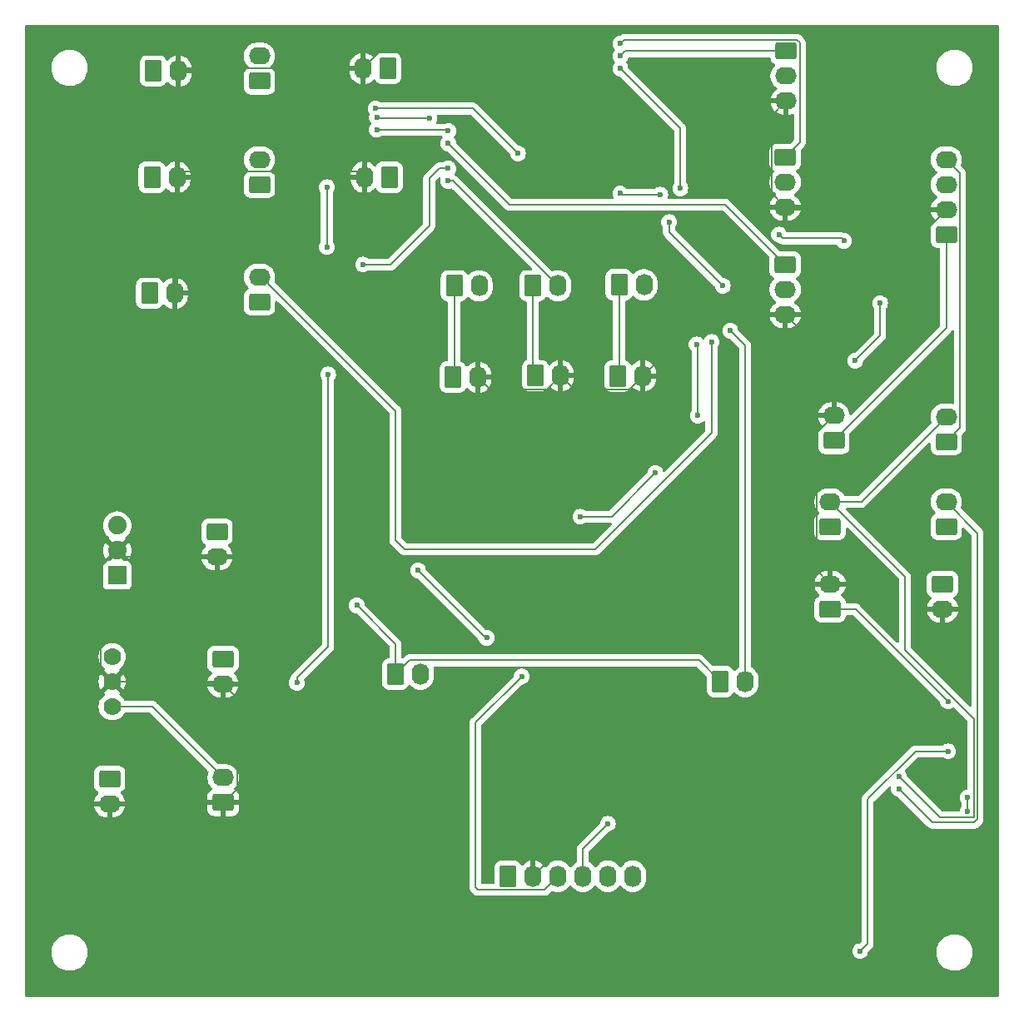
<source format=gbr>
%TF.GenerationSoftware,KiCad,Pcbnew,8.0.8*%
%TF.CreationDate,2025-04-22T11:25:48-05:00*%
%TF.ProjectId,LastChance,4c617374-4368-4616-9e63-652e6b696361,rev?*%
%TF.SameCoordinates,Original*%
%TF.FileFunction,Copper,L2,Bot*%
%TF.FilePolarity,Positive*%
%FSLAX46Y46*%
G04 Gerber Fmt 4.6, Leading zero omitted, Abs format (unit mm)*
G04 Created by KiCad (PCBNEW 8.0.8) date 2025-04-22 11:25:48*
%MOMM*%
%LPD*%
G01*
G04 APERTURE LIST*
G04 Aperture macros list*
%AMRoundRect*
0 Rectangle with rounded corners*
0 $1 Rounding radius*
0 $2 $3 $4 $5 $6 $7 $8 $9 X,Y pos of 4 corners*
0 Add a 4 corners polygon primitive as box body*
4,1,4,$2,$3,$4,$5,$6,$7,$8,$9,$2,$3,0*
0 Add four circle primitives for the rounded corners*
1,1,$1+$1,$2,$3*
1,1,$1+$1,$4,$5*
1,1,$1+$1,$6,$7*
1,1,$1+$1,$8,$9*
0 Add four rect primitives between the rounded corners*
20,1,$1+$1,$2,$3,$4,$5,0*
20,1,$1+$1,$4,$5,$6,$7,0*
20,1,$1+$1,$6,$7,$8,$9,0*
20,1,$1+$1,$8,$9,$2,$3,0*%
G04 Aperture macros list end*
%TA.AperFunction,ComponentPad*%
%ADD10RoundRect,0.250000X0.845000X-0.620000X0.845000X0.620000X-0.845000X0.620000X-0.845000X-0.620000X0*%
%TD*%
%TA.AperFunction,ComponentPad*%
%ADD11O,2.190000X1.740000*%
%TD*%
%TA.AperFunction,ComponentPad*%
%ADD12RoundRect,0.250000X-0.620000X-0.845000X0.620000X-0.845000X0.620000X0.845000X-0.620000X0.845000X0*%
%TD*%
%TA.AperFunction,ComponentPad*%
%ADD13O,1.740000X2.190000*%
%TD*%
%TA.AperFunction,ComponentPad*%
%ADD14RoundRect,0.250000X-0.845000X0.620000X-0.845000X-0.620000X0.845000X-0.620000X0.845000X0.620000X0*%
%TD*%
%TA.AperFunction,ComponentPad*%
%ADD15RoundRect,0.250000X0.620000X0.845000X-0.620000X0.845000X-0.620000X-0.845000X0.620000X-0.845000X0*%
%TD*%
%TA.AperFunction,ComponentPad*%
%ADD16R,1.879600X1.879600*%
%TD*%
%TA.AperFunction,ComponentPad*%
%ADD17C,1.879600*%
%TD*%
%TA.AperFunction,ComponentPad*%
%ADD18C,1.778000*%
%TD*%
%TA.AperFunction,HeatsinkPad*%
%ADD19C,0.600000*%
%TD*%
%TA.AperFunction,ViaPad*%
%ADD20C,0.600000*%
%TD*%
%TA.AperFunction,Conductor*%
%ADD21C,0.200000*%
%TD*%
G04 APERTURE END LIST*
D10*
%TO.P,R13,1*%
%TO.N,/Singal -*%
X184150000Y-83058000D03*
D11*
%TO.P,R13,2*%
%TO.N,Net-(U2-INA-)*%
X184150000Y-80518000D03*
%TD*%
D10*
%TO.P,R12,1*%
%TO.N,/Signal +*%
X184150000Y-91694000D03*
D11*
%TO.P,R12,2*%
%TO.N,Net-(U2-INA+)*%
X184150000Y-89154000D03*
%TD*%
D12*
%TO.P,R10,1*%
%TO.N,Net-(J8-Pin_1)*%
X150876000Y-67076000D03*
D13*
%TO.P,R10,2*%
%TO.N,/Container 3 LED*%
X153416000Y-67076000D03*
%TD*%
D12*
%TO.P,R9,1*%
%TO.N,Net-(J7-Pin_1)*%
X142113000Y-67183000D03*
D13*
%TO.P,R9,2*%
%TO.N,/Container 2 LED*%
X144653000Y-67183000D03*
%TD*%
D12*
%TO.P,R8,1*%
%TO.N,Net-(J6-Pin_1)*%
X134112000Y-67183000D03*
D13*
%TO.P,R8,2*%
%TO.N,/Container 1 LED*%
X136652000Y-67183000D03*
%TD*%
D10*
%TO.P,R7,1*%
%TO.N,Net-(J5-Pin_1)*%
X114300000Y-56896000D03*
D11*
%TO.P,R7,2*%
%TO.N,/Bluetooth LED*%
X114300000Y-54356000D03*
%TD*%
D10*
%TO.P,R4,1*%
%TO.N,Net-(J2-Pin_1)*%
X114300000Y-68834000D03*
D11*
%TO.P,R4,2*%
%TO.N,/Refill LED*%
X114300000Y-66294000D03*
%TD*%
D10*
%TO.P,R3,1*%
%TO.N,Net-(J1-Pin_1)*%
X114300000Y-46355000D03*
D11*
%TO.P,R3,2*%
%TO.N,/Power LED*%
X114300000Y-43815000D03*
%TD*%
D12*
%TO.P,R2,1*%
%TO.N,+3.3V*%
X161163000Y-107442000D03*
D13*
%TO.P,R2,2*%
%TO.N,Net-(U1-IO0)*%
X163703000Y-107442000D03*
%TD*%
D12*
%TO.P,R1,1*%
%TO.N,+3.3V*%
X128143000Y-106680000D03*
D13*
%TO.P,R1,2*%
%TO.N,Net-(U1-EN)*%
X130683000Y-106680000D03*
%TD*%
D14*
%TO.P,C9,1*%
%TO.N,+3.3V*%
X109982000Y-92202000D03*
D11*
%TO.P,C9,2*%
%TO.N,GND*%
X109982000Y-94742000D03*
%TD*%
D14*
%TO.P,C8,1*%
%TO.N,+5V*%
X110597000Y-105156000D03*
D11*
%TO.P,C8,2*%
%TO.N,GND*%
X110597000Y-107696000D03*
%TD*%
D10*
%TO.P,C7,1*%
%TO.N,+3.3V*%
X172720000Y-82931000D03*
D11*
%TO.P,C7,2*%
%TO.N,GND*%
X172720000Y-80391000D03*
%TD*%
D10*
%TO.P,C6,1*%
%TO.N,+3.3V*%
X172339000Y-100076000D03*
D11*
%TO.P,C6,2*%
%TO.N,GND*%
X172339000Y-97536000D03*
%TD*%
D10*
%TO.P,C5,1*%
%TO.N,Net-(U2-INA+)*%
X172339000Y-91694000D03*
D11*
%TO.P,C5,2*%
%TO.N,Net-(U2-INA-)*%
X172339000Y-89154000D03*
%TD*%
D14*
%TO.P,C4,1*%
%TO.N,Net-(U2-VBG)*%
X183769000Y-97536000D03*
D11*
%TO.P,C4,2*%
%TO.N,GND*%
X183769000Y-100076000D03*
%TD*%
D10*
%TO.P,C3,1*%
%TO.N,GND*%
X110617000Y-119761000D03*
D11*
%TO.P,C3,2*%
%TO.N,Net-(J4-Pin_1)*%
X110617000Y-117221000D03*
%TD*%
D15*
%TO.P,C2,1*%
%TO.N,+3.3V*%
X127381000Y-45085000D03*
D13*
%TO.P,C2,2*%
%TO.N,GND*%
X124841000Y-45085000D03*
%TD*%
D15*
%TO.P,C1,1*%
%TO.N,+3.3V*%
X127508000Y-56134000D03*
D13*
%TO.P,C1,2*%
%TO.N,GND*%
X124968000Y-56134000D03*
%TD*%
D16*
%TO.P,U4,1,IN*%
%TO.N,+5V*%
X99842000Y-96647000D03*
D17*
%TO.P,U4,2,GND*%
%TO.N,GND*%
X99842000Y-94107000D03*
%TO.P,U4,3,OUT*%
%TO.N,+3.3V*%
X99842000Y-91567000D03*
%TD*%
D18*
%TO.P,U3,1,INPUT*%
%TO.N,Net-(J4-Pin_1)*%
X99334000Y-109982000D03*
%TO.P,U3,2,GROUND*%
%TO.N,GND*%
X99334000Y-107442000D03*
%TO.P,U3,3,OUTPUT*%
%TO.N,+5V*%
X99334000Y-104902000D03*
%TD*%
D19*
%TO.P,U1,39,GND*%
%TO.N,GND*%
X142153000Y-49695000D03*
X142153000Y-48295000D03*
X141453000Y-50395000D03*
X141453000Y-48995000D03*
X141453000Y-47595000D03*
X140728000Y-49695000D03*
X140728000Y-48295000D03*
X140053000Y-50395000D03*
X140053000Y-48995000D03*
X140053000Y-47595000D03*
X139353000Y-49695000D03*
X139353000Y-48295000D03*
%TD*%
D14*
%TO.P,J13,1,Pin_1*%
%TO.N,/Servo Signal 3*%
X167767000Y-65024000D03*
D11*
%TO.P,J13,2,Pin_2*%
%TO.N,+5V*%
X167767000Y-67564000D03*
%TO.P,J13,3,Pin_3*%
%TO.N,GND*%
X167767000Y-70104000D03*
%TD*%
D14*
%TO.P,J12,1,Pin_1*%
%TO.N,/Servo Signal 2*%
X167767000Y-54102000D03*
D11*
%TO.P,J12,2,Pin_2*%
%TO.N,+5V*%
X167767000Y-56642000D03*
%TO.P,J12,3,Pin_3*%
%TO.N,GND*%
X167767000Y-59182000D03*
%TD*%
D14*
%TO.P,J11,1,Pin_1*%
%TO.N,/Servo Signal 1*%
X167874000Y-43307000D03*
D11*
%TO.P,J11,2,Pin_2*%
%TO.N,+5V*%
X167874000Y-45847000D03*
%TO.P,J11,3,Pin_3*%
%TO.N,GND*%
X167874000Y-48387000D03*
%TD*%
D12*
%TO.P,J10,1,Pin_1*%
%TO.N,unconnected-(J10-Pin_1-Pad1)*%
X139573000Y-127254000D03*
D13*
%TO.P,J10,2,Pin_2*%
%TO.N,GND*%
X142113000Y-127254000D03*
%TO.P,J10,3,Pin_3*%
%TO.N,/RXD0*%
X144653000Y-127254000D03*
%TO.P,J10,4,Pin_4*%
%TO.N,/TXD0*%
X147193000Y-127254000D03*
%TO.P,J10,5,Pin_5*%
%TO.N,unconnected-(J10-Pin_5-Pad5)*%
X149733000Y-127254000D03*
%TO.P,J10,6,Pin_6*%
%TO.N,+3.3V*%
X152273000Y-127254000D03*
%TD*%
D10*
%TO.P,J9,1,Pin_1*%
%TO.N,+3.3V*%
X184150000Y-61976000D03*
D11*
%TO.P,J9,2,Pin_2*%
%TO.N,GND*%
X184150000Y-59436000D03*
%TO.P,J9,3,Pin_3*%
%TO.N,/Signal +*%
X184150000Y-56896000D03*
%TO.P,J9,4,Pin_4*%
%TO.N,/Singal -*%
X184150000Y-54356000D03*
%TD*%
D12*
%TO.P,J8,1,Pin_1*%
%TO.N,Net-(J8-Pin_1)*%
X150749000Y-76347000D03*
D13*
%TO.P,J8,2,Pin_2*%
%TO.N,GND*%
X153289000Y-76347000D03*
%TD*%
D12*
%TO.P,J7,1,Pin_1*%
%TO.N,Net-(J7-Pin_1)*%
X142367000Y-76327000D03*
D13*
%TO.P,J7,2,Pin_2*%
%TO.N,GND*%
X144907000Y-76327000D03*
%TD*%
D12*
%TO.P,J6,1,Pin_1*%
%TO.N,Net-(J6-Pin_1)*%
X133985000Y-76474000D03*
D13*
%TO.P,J6,2,Pin_2*%
%TO.N,GND*%
X136525000Y-76474000D03*
%TD*%
D12*
%TO.P,J5,1,Pin_1*%
%TO.N,Net-(J5-Pin_1)*%
X103378000Y-56134000D03*
D13*
%TO.P,J5,2,Pin_2*%
%TO.N,GND*%
X105918000Y-56134000D03*
%TD*%
D14*
%TO.P,J4,1,Pin_1*%
%TO.N,Net-(J4-Pin_1)*%
X99060000Y-117348000D03*
D11*
%TO.P,J4,2,Pin_2*%
%TO.N,GND*%
X99060000Y-119888000D03*
%TD*%
D12*
%TO.P,J2,1,Pin_1*%
%TO.N,Net-(J2-Pin_1)*%
X103124000Y-67945000D03*
D13*
%TO.P,J2,2,Pin_2*%
%TO.N,GND*%
X105664000Y-67945000D03*
%TD*%
D12*
%TO.P,J1,1,Pin_1*%
%TO.N,Net-(J1-Pin_1)*%
X103505000Y-45339000D03*
D13*
%TO.P,J1,2,Pin_2*%
%TO.N,GND*%
X106045000Y-45339000D03*
%TD*%
D20*
%TO.N,/RXD0*%
X154559000Y-86233000D03*
X140970000Y-106934000D03*
X146939000Y-90678000D03*
X167132000Y-61976000D03*
X174879000Y-74803000D03*
X173736000Y-62611000D03*
X177419000Y-68961000D03*
%TO.N,/TXD0*%
X157099000Y-57277000D03*
X151003000Y-45085000D03*
X158877000Y-80391000D03*
X158750000Y-73152000D03*
X149733000Y-121920000D03*
%TO.N,/Power LED*%
X126111000Y-49149000D03*
X140589000Y-53721000D03*
%TO.N,/HX711 Digital Output*%
X126238000Y-50038000D03*
X184324000Y-114554000D03*
X175387000Y-134874000D03*
X131572000Y-50165000D03*
%TO.N,/HX711 PD_SCK*%
X126238000Y-51308000D03*
X121158000Y-57150000D03*
X121285000Y-76200000D03*
X186309000Y-119253000D03*
X121158000Y-63246000D03*
X118110000Y-107569000D03*
X186309000Y-120650000D03*
X133503000Y-51435000D03*
%TO.N,Net-(U2-INA+)*%
X179324000Y-118364000D03*
%TO.N,Net-(U2-INA-)*%
X179324000Y-117094000D03*
%TO.N,+3.3V*%
X184324000Y-109474000D03*
%TO.N,Net-(U1-IO0)*%
X161417000Y-67183000D03*
X162179000Y-71755000D03*
X155956000Y-60706000D03*
X155067000Y-57912000D03*
X151003000Y-57785000D03*
%TO.N,/Bluetooth LED*%
X124841000Y-65024000D03*
X133503000Y-55245000D03*
%TO.N,/Refill LED*%
X160274000Y-72898000D03*
%TO.N,/Container 2 LED*%
X133503000Y-56515000D03*
%TO.N,/Servo Signal 3*%
X133503000Y-52705000D03*
%TO.N,/Servo Signal 2*%
X151003000Y-42545000D03*
%TO.N,/Servo Signal 1*%
X151003000Y-43815000D03*
%TO.N,Net-(U1-EN)*%
X130429000Y-96139000D03*
X137414000Y-102997000D03*
%TO.N,+3.3V*%
X124206000Y-99695000D03*
%TO.N,GND*%
X157651000Y-119634000D03*
X123996000Y-119126000D03*
X133503000Y-41275000D03*
%TD*%
D21*
%TO.N,GND*%
X98145000Y-95804000D02*
X98145000Y-106253000D01*
%TO.N,/Refill LED*%
X114300000Y-66294000D02*
X114525000Y-66294000D01*
X114525000Y-66294000D02*
X128143000Y-79912000D01*
%TO.N,/RXD0*%
X177419000Y-72263000D02*
X177419000Y-68961000D01*
X174879000Y-74803000D02*
X177419000Y-72263000D01*
X136271000Y-111633000D02*
X140970000Y-106934000D01*
X167513000Y-62357000D02*
X167132000Y-61976000D01*
X173482000Y-62357000D02*
X167513000Y-62357000D01*
X136523000Y-128649000D02*
X136271000Y-128397000D01*
X150114000Y-90678000D02*
X154559000Y-86233000D01*
X173736000Y-62611000D02*
X173482000Y-62357000D01*
X143258000Y-128649000D02*
X136523000Y-128649000D01*
X146939000Y-90678000D02*
X150114000Y-90678000D01*
X136271000Y-128397000D02*
X136271000Y-111633000D01*
X144653000Y-127254000D02*
X143258000Y-128649000D01*
%TO.N,/TXD0*%
X147193000Y-127254000D02*
X147193000Y-124460000D01*
X158877000Y-80391000D02*
X158877000Y-73279000D01*
X157099000Y-57277000D02*
X157099000Y-51181000D01*
X147193000Y-124460000D02*
X149733000Y-121920000D01*
X158877000Y-73279000D02*
X158750000Y-73152000D01*
X157099000Y-51181000D02*
X151003000Y-45085000D01*
%TO.N,Net-(J4-Pin_1)*%
X99334000Y-109982000D02*
X103378000Y-109982000D01*
X103378000Y-109982000D02*
X110617000Y-117221000D01*
%TO.N,/Power LED*%
X126111000Y-49149000D02*
X136017000Y-49149000D01*
X136017000Y-49149000D02*
X140589000Y-53721000D01*
%TO.N,/HX711 Digital Output*%
X126365000Y-50165000D02*
X126238000Y-50038000D01*
X131572000Y-50165000D02*
X126365000Y-50165000D01*
X175387000Y-134874000D02*
X176149000Y-134112000D01*
X176149000Y-134112000D02*
X176149000Y-119420471D01*
X176149000Y-119420471D02*
X181015471Y-114554000D01*
X181015471Y-114554000D02*
X184324000Y-114554000D01*
%TO.N,/HX711 PD_SCK*%
X133376000Y-51308000D02*
X133503000Y-51435000D01*
X118110000Y-107569000D02*
X118110000Y-107061000D01*
X121158000Y-63246000D02*
X121158000Y-57150000D01*
X126238000Y-51308000D02*
X133376000Y-51308000D01*
X121285000Y-103886000D02*
X121285000Y-76200000D01*
X186309000Y-119253000D02*
X186309000Y-120650000D01*
X118110000Y-107061000D02*
X121285000Y-103886000D01*
%TO.N,Net-(U2-INA+)*%
X184150000Y-89154000D02*
X187344000Y-92348000D01*
X187344000Y-121450685D02*
X187001685Y-121793000D01*
X187001685Y-121793000D02*
X182753000Y-121793000D01*
X182753000Y-121793000D02*
X179324000Y-118364000D01*
X187344000Y-92348000D02*
X187344000Y-121450685D01*
%TO.N,Net-(U2-INA-)*%
X179959000Y-104260471D02*
X186944000Y-111245471D01*
X186944000Y-121285000D02*
X183515000Y-121285000D01*
X179959000Y-96774000D02*
X179959000Y-104260471D01*
X183515000Y-121285000D02*
X179324000Y-117094000D01*
X172339000Y-89154000D02*
X179959000Y-96774000D01*
X186944000Y-111245471D02*
X186944000Y-121285000D01*
%TO.N,+3.3V*%
X184150000Y-61976000D02*
X184150000Y-71501000D01*
X184150000Y-71501000D02*
X172720000Y-82931000D01*
%TO.N,/Singal -*%
X184150000Y-83058000D02*
X185545000Y-81663000D01*
X185545000Y-81663000D02*
X185545000Y-55751000D01*
X185545000Y-55751000D02*
X184150000Y-54356000D01*
%TO.N,Net-(U2-INA-)*%
X172339000Y-89154000D02*
X175514000Y-89154000D01*
X175514000Y-89154000D02*
X184150000Y-80518000D01*
%TO.N,+3.3V*%
X172339000Y-100076000D02*
X174926000Y-100076000D01*
X174926000Y-100076000D02*
X184324000Y-109474000D01*
%TO.N,Net-(U1-IO0)*%
X151130000Y-57912000D02*
X151003000Y-57785000D01*
X163703000Y-107442000D02*
X163703000Y-73279000D01*
X161417000Y-67183000D02*
X155956000Y-61722000D01*
X155956000Y-61722000D02*
X155956000Y-60706000D01*
X163703000Y-73279000D02*
X162179000Y-71755000D01*
X155067000Y-57912000D02*
X151130000Y-57912000D01*
%TO.N,/Bluetooth LED*%
X131572000Y-61087000D02*
X131572000Y-56261000D01*
X127635000Y-65024000D02*
X131572000Y-61087000D01*
X132588000Y-55245000D02*
X133503000Y-55245000D01*
X124841000Y-65024000D02*
X127635000Y-65024000D01*
X131572000Y-56261000D02*
X132588000Y-55245000D01*
%TO.N,/Refill LED*%
X148463000Y-93980000D02*
X129032000Y-93980000D01*
X160274000Y-72898000D02*
X160274000Y-82169000D01*
X129032000Y-93980000D02*
X128143000Y-93091000D01*
X160274000Y-82169000D02*
X148463000Y-93980000D01*
X128143000Y-93091000D02*
X128143000Y-79912000D01*
%TO.N,GND*%
X105664000Y-67945000D02*
X105664000Y-74676000D01*
X119126000Y-93853000D02*
X118237000Y-94742000D01*
X105664000Y-74676000D02*
X119126000Y-88138000D01*
X119126000Y-88138000D02*
X119126000Y-93853000D01*
X118237000Y-94742000D02*
X109982000Y-94742000D01*
%TO.N,Net-(J6-Pin_1)*%
X134112000Y-67183000D02*
X134112000Y-76347000D01*
X134112000Y-76347000D02*
X133985000Y-76474000D01*
%TO.N,Net-(J7-Pin_1)*%
X142113000Y-67183000D02*
X142113000Y-76073000D01*
X142113000Y-76073000D02*
X142367000Y-76327000D01*
%TO.N,Net-(J8-Pin_1)*%
X150876000Y-67076000D02*
X150876000Y-76220000D01*
X150876000Y-76220000D02*
X150749000Y-76347000D01*
%TO.N,/Container 2 LED*%
X144653000Y-67183000D02*
X133985000Y-56515000D01*
X133985000Y-56515000D02*
X133503000Y-56515000D01*
%TO.N,/Servo Signal 3*%
X167767000Y-65024000D02*
X161671000Y-58928000D01*
X161671000Y-58928000D02*
X139726000Y-58928000D01*
X139726000Y-58928000D02*
X133503000Y-52705000D01*
%TO.N,/Servo Signal 2*%
X167767000Y-54102000D02*
X169269000Y-52600000D01*
X169269000Y-52600000D02*
X169269000Y-42452256D01*
X168953744Y-42137000D02*
X151411000Y-42137000D01*
X169269000Y-42452256D02*
X168953744Y-42137000D01*
X151411000Y-42137000D02*
X151003000Y-42545000D01*
%TO.N,/Servo Signal 1*%
X167874000Y-43307000D02*
X151511000Y-43307000D01*
X151511000Y-43307000D02*
X151003000Y-43815000D01*
%TO.N,Net-(U1-EN)*%
X137287000Y-102997000D02*
X137414000Y-102997000D01*
X130429000Y-96139000D02*
X137287000Y-102997000D01*
%TO.N,+3.3V*%
X128143000Y-106680000D02*
X129538000Y-105285000D01*
X129538000Y-105285000D02*
X159006000Y-105285000D01*
X159006000Y-105285000D02*
X161163000Y-107442000D01*
X124206000Y-99695000D02*
X128143000Y-103632000D01*
X128143000Y-103632000D02*
X128143000Y-106680000D01*
%TO.N,GND*%
X167767000Y-59182000D02*
X166372000Y-57787000D01*
X166372000Y-49889000D02*
X167874000Y-48387000D01*
X166372000Y-57787000D02*
X166372000Y-49889000D01*
X184150000Y-59436000D02*
X168021000Y-59436000D01*
X168021000Y-59436000D02*
X167767000Y-59182000D01*
X167767000Y-70104000D02*
X173482000Y-70104000D01*
X173482000Y-70104000D02*
X184150000Y-59436000D01*
X144907000Y-76327000D02*
X143512000Y-77722000D01*
X143512000Y-77722000D02*
X137773000Y-77722000D01*
X137773000Y-77722000D02*
X136525000Y-76474000D01*
X153289000Y-76347000D02*
X151894000Y-77742000D01*
X151894000Y-77742000D02*
X146322000Y-77742000D01*
X146322000Y-77742000D02*
X144907000Y-76327000D01*
X167767000Y-70104000D02*
X159532000Y-70104000D01*
X159532000Y-70104000D02*
X153289000Y-76347000D01*
X172720000Y-80391000D02*
X172720000Y-75057000D01*
X172720000Y-75057000D02*
X167767000Y-70104000D01*
X172339000Y-97536000D02*
X170944000Y-96141000D01*
X170944000Y-96141000D02*
X170944000Y-82167000D01*
X170944000Y-82167000D02*
X172720000Y-80391000D01*
X142113000Y-127254000D02*
X149733000Y-119634000D01*
X149733000Y-119634000D02*
X157651000Y-119634000D01*
X110617000Y-119761000D02*
X123361000Y-119761000D01*
X123361000Y-119761000D02*
X123996000Y-119126000D01*
X110617000Y-119761000D02*
X99187000Y-119761000D01*
X99187000Y-119761000D02*
X99060000Y-119888000D01*
X110597000Y-107696000D02*
X112012000Y-109111000D01*
X112012000Y-118366000D02*
X110617000Y-119761000D01*
X112012000Y-109111000D02*
X112012000Y-118366000D01*
X99334000Y-107442000D02*
X110343000Y-107442000D01*
X110343000Y-107442000D02*
X110597000Y-107696000D01*
X99842000Y-94107000D02*
X98145000Y-95804000D01*
X98145000Y-106253000D02*
X99334000Y-107442000D01*
X109982000Y-94742000D02*
X100477000Y-94742000D01*
X100477000Y-94742000D02*
X99842000Y-94107000D01*
X105918000Y-56134000D02*
X105918000Y-67691000D01*
X105918000Y-67691000D02*
X105664000Y-67945000D01*
X124968000Y-56134000D02*
X124360000Y-55526000D01*
X124360000Y-55526000D02*
X106526000Y-55526000D01*
X106526000Y-55526000D02*
X105918000Y-56134000D01*
X124968000Y-56134000D02*
X124968000Y-45212000D01*
X124968000Y-45212000D02*
X124841000Y-45085000D01*
X124841000Y-45085000D02*
X128651000Y-41275000D01*
X128651000Y-41275000D02*
X133503000Y-41275000D01*
X106045000Y-45339000D02*
X106299000Y-45085000D01*
X106299000Y-45085000D02*
X124841000Y-45085000D01*
%TD*%
%TA.AperFunction,Conductor*%
%TO.N,GND*%
G36*
X189442539Y-40652185D02*
G01*
X189488294Y-40704989D01*
X189499500Y-40756500D01*
X189499500Y-139375500D01*
X189479815Y-139442539D01*
X189427011Y-139488294D01*
X189375500Y-139499500D01*
X90624500Y-139499500D01*
X90557461Y-139479815D01*
X90511706Y-139427011D01*
X90500500Y-139375500D01*
X90500500Y-134878711D01*
X93149500Y-134878711D01*
X93149500Y-135121288D01*
X93181161Y-135361785D01*
X93243947Y-135596104D01*
X93278518Y-135679565D01*
X93336776Y-135820212D01*
X93458064Y-136030289D01*
X93458066Y-136030292D01*
X93458067Y-136030293D01*
X93605733Y-136222736D01*
X93605739Y-136222743D01*
X93777256Y-136394260D01*
X93777262Y-136394265D01*
X93969711Y-136541936D01*
X94179788Y-136663224D01*
X94403900Y-136756054D01*
X94638211Y-136818838D01*
X94818586Y-136842584D01*
X94878711Y-136850500D01*
X94878712Y-136850500D01*
X95121289Y-136850500D01*
X95169388Y-136844167D01*
X95361789Y-136818838D01*
X95596100Y-136756054D01*
X95820212Y-136663224D01*
X96030289Y-136541936D01*
X96222738Y-136394265D01*
X96394265Y-136222738D01*
X96541936Y-136030289D01*
X96663224Y-135820212D01*
X96756054Y-135596100D01*
X96818838Y-135361789D01*
X96850500Y-135121288D01*
X96850500Y-134878712D01*
X96818838Y-134638211D01*
X96756054Y-134403900D01*
X96663224Y-134179788D01*
X96541936Y-133969711D01*
X96394265Y-133777262D01*
X96394260Y-133777256D01*
X96222743Y-133605739D01*
X96222736Y-133605733D01*
X96030293Y-133458067D01*
X96030292Y-133458066D01*
X96030289Y-133458064D01*
X95820212Y-133336776D01*
X95820205Y-133336773D01*
X95596104Y-133243947D01*
X95361785Y-133181161D01*
X95121289Y-133149500D01*
X95121288Y-133149500D01*
X94878712Y-133149500D01*
X94878711Y-133149500D01*
X94638214Y-133181161D01*
X94403895Y-133243947D01*
X94179794Y-133336773D01*
X94179785Y-133336777D01*
X93969706Y-133458067D01*
X93777263Y-133605733D01*
X93777256Y-133605739D01*
X93605739Y-133777256D01*
X93605733Y-133777263D01*
X93458067Y-133969706D01*
X93336777Y-134179785D01*
X93336773Y-134179794D01*
X93243947Y-134403895D01*
X93181161Y-134638214D01*
X93149500Y-134878711D01*
X90500500Y-134878711D01*
X90500500Y-128476054D01*
X135670498Y-128476054D01*
X135711423Y-128628785D01*
X135724340Y-128651157D01*
X135724341Y-128651160D01*
X135790475Y-128765709D01*
X135790481Y-128765717D01*
X135909349Y-128884585D01*
X135909355Y-128884590D01*
X136038139Y-129013374D01*
X136038149Y-129013385D01*
X136042479Y-129017715D01*
X136042480Y-129017716D01*
X136154284Y-129129520D01*
X136241095Y-129179639D01*
X136241097Y-129179641D01*
X136279151Y-129201611D01*
X136291215Y-129208577D01*
X136443943Y-129249501D01*
X136443946Y-129249501D01*
X136609653Y-129249501D01*
X136609669Y-129249500D01*
X143171331Y-129249500D01*
X143171347Y-129249501D01*
X143178943Y-129249501D01*
X143337054Y-129249501D01*
X143337057Y-129249501D01*
X143489785Y-129208577D01*
X143539904Y-129179639D01*
X143626716Y-129129520D01*
X143738520Y-129017716D01*
X143738520Y-129017714D01*
X143748728Y-129007507D01*
X143748730Y-129007504D01*
X143983866Y-128772367D01*
X144045187Y-128738884D01*
X144114879Y-128743868D01*
X144124342Y-128748028D01*
X144126903Y-128749089D01*
X144126908Y-128749090D01*
X144126911Y-128749092D01*
X144332074Y-128815754D01*
X144411973Y-128828408D01*
X144545134Y-128849500D01*
X144545139Y-128849500D01*
X144760866Y-128849500D01*
X144879230Y-128830752D01*
X144973926Y-128815754D01*
X145179089Y-128749092D01*
X145371299Y-128651157D01*
X145545821Y-128524359D01*
X145698359Y-128371821D01*
X145822682Y-128200704D01*
X145878012Y-128158040D01*
X145947626Y-128152061D01*
X146009420Y-128184667D01*
X146023315Y-128200702D01*
X146147641Y-128371821D01*
X146300179Y-128524359D01*
X146474701Y-128651157D01*
X146666911Y-128749092D01*
X146872074Y-128815754D01*
X146951973Y-128828408D01*
X147085134Y-128849500D01*
X147085139Y-128849500D01*
X147300866Y-128849500D01*
X147419230Y-128830752D01*
X147513926Y-128815754D01*
X147719089Y-128749092D01*
X147911299Y-128651157D01*
X148085821Y-128524359D01*
X148238359Y-128371821D01*
X148362682Y-128200704D01*
X148418012Y-128158040D01*
X148487626Y-128152061D01*
X148549420Y-128184667D01*
X148563315Y-128200702D01*
X148687641Y-128371821D01*
X148840179Y-128524359D01*
X149014701Y-128651157D01*
X149206911Y-128749092D01*
X149412074Y-128815754D01*
X149491973Y-128828408D01*
X149625134Y-128849500D01*
X149625139Y-128849500D01*
X149840866Y-128849500D01*
X149959230Y-128830752D01*
X150053926Y-128815754D01*
X150259089Y-128749092D01*
X150451299Y-128651157D01*
X150625821Y-128524359D01*
X150778359Y-128371821D01*
X150902682Y-128200704D01*
X150958012Y-128158040D01*
X151027626Y-128152061D01*
X151089420Y-128184667D01*
X151103315Y-128200702D01*
X151227641Y-128371821D01*
X151380179Y-128524359D01*
X151554701Y-128651157D01*
X151746911Y-128749092D01*
X151952074Y-128815754D01*
X152031973Y-128828408D01*
X152165134Y-128849500D01*
X152165139Y-128849500D01*
X152380866Y-128849500D01*
X152499230Y-128830752D01*
X152593926Y-128815754D01*
X152799089Y-128749092D01*
X152991299Y-128651157D01*
X153165821Y-128524359D01*
X153318359Y-128371821D01*
X153445157Y-128197299D01*
X153543092Y-128005089D01*
X153609754Y-127799926D01*
X153624752Y-127705230D01*
X153643500Y-127586866D01*
X153643500Y-126921133D01*
X153609754Y-126708077D01*
X153609754Y-126708074D01*
X153543092Y-126502911D01*
X153445157Y-126310701D01*
X153318359Y-126136179D01*
X153165821Y-125983641D01*
X152991299Y-125856843D01*
X152799089Y-125758908D01*
X152593926Y-125692246D01*
X152593924Y-125692245D01*
X152593922Y-125692245D01*
X152380866Y-125658500D01*
X152380861Y-125658500D01*
X152165139Y-125658500D01*
X152165134Y-125658500D01*
X151952077Y-125692245D01*
X151746908Y-125758909D01*
X151554700Y-125856843D01*
X151455129Y-125929186D01*
X151380179Y-125983641D01*
X151380177Y-125983643D01*
X151380176Y-125983643D01*
X151227643Y-126136176D01*
X151227643Y-126136177D01*
X151227641Y-126136179D01*
X151150729Y-126242038D01*
X151103318Y-126307294D01*
X151047988Y-126349959D01*
X150978374Y-126355938D01*
X150916579Y-126323332D01*
X150902682Y-126307294D01*
X150880435Y-126276674D01*
X150778359Y-126136179D01*
X150625821Y-125983641D01*
X150451299Y-125856843D01*
X150259089Y-125758908D01*
X150053926Y-125692246D01*
X150053924Y-125692245D01*
X150053922Y-125692245D01*
X149840866Y-125658500D01*
X149840861Y-125658500D01*
X149625139Y-125658500D01*
X149625134Y-125658500D01*
X149412077Y-125692245D01*
X149206908Y-125758909D01*
X149014700Y-125856843D01*
X148915129Y-125929186D01*
X148840179Y-125983641D01*
X148840177Y-125983643D01*
X148840176Y-125983643D01*
X148687643Y-126136176D01*
X148687643Y-126136177D01*
X148687641Y-126136179D01*
X148610729Y-126242038D01*
X148563318Y-126307294D01*
X148507988Y-126349959D01*
X148438374Y-126355938D01*
X148376579Y-126323332D01*
X148362682Y-126307294D01*
X148340435Y-126276674D01*
X148238359Y-126136179D01*
X148085821Y-125983641D01*
X147911299Y-125856843D01*
X147911298Y-125856842D01*
X147911296Y-125856841D01*
X147861204Y-125831317D01*
X147810408Y-125783342D01*
X147793500Y-125720833D01*
X147793500Y-124760096D01*
X147813185Y-124693057D01*
X147829814Y-124672420D01*
X149751535Y-122750698D01*
X149812856Y-122717215D01*
X149825311Y-122715163D01*
X149912255Y-122705368D01*
X150082522Y-122645789D01*
X150235262Y-122549816D01*
X150362816Y-122422262D01*
X150458789Y-122269522D01*
X150518368Y-122099255D01*
X150538565Y-121920000D01*
X150535419Y-121892082D01*
X150518369Y-121740750D01*
X150518368Y-121740745D01*
X150458788Y-121570476D01*
X150362815Y-121417737D01*
X150235262Y-121290184D01*
X150082523Y-121194211D01*
X149912254Y-121134631D01*
X149912249Y-121134630D01*
X149733004Y-121114435D01*
X149732996Y-121114435D01*
X149553750Y-121134630D01*
X149553745Y-121134631D01*
X149383476Y-121194211D01*
X149230737Y-121290184D01*
X149103184Y-121417737D01*
X149007210Y-121570478D01*
X148947630Y-121740750D01*
X148937837Y-121827668D01*
X148910770Y-121892082D01*
X148902298Y-121901465D01*
X146824286Y-123979478D01*
X146712481Y-124091282D01*
X146712479Y-124091285D01*
X146662361Y-124178094D01*
X146662359Y-124178096D01*
X146633425Y-124228209D01*
X146633424Y-124228210D01*
X146633423Y-124228215D01*
X146592499Y-124380943D01*
X146592499Y-124380945D01*
X146592499Y-124549046D01*
X146592500Y-124549059D01*
X146592500Y-125720833D01*
X146572815Y-125787872D01*
X146524796Y-125831317D01*
X146474703Y-125856841D01*
X146387440Y-125920242D01*
X146300179Y-125983641D01*
X146300177Y-125983643D01*
X146300176Y-125983643D01*
X146147643Y-126136176D01*
X146147643Y-126136177D01*
X146147641Y-126136179D01*
X146070729Y-126242038D01*
X146023318Y-126307294D01*
X145967988Y-126349959D01*
X145898374Y-126355938D01*
X145836579Y-126323332D01*
X145822682Y-126307294D01*
X145800435Y-126276674D01*
X145698359Y-126136179D01*
X145545821Y-125983641D01*
X145371299Y-125856843D01*
X145179089Y-125758908D01*
X144973926Y-125692246D01*
X144973924Y-125692245D01*
X144973922Y-125692245D01*
X144760866Y-125658500D01*
X144760861Y-125658500D01*
X144545139Y-125658500D01*
X144545134Y-125658500D01*
X144332077Y-125692245D01*
X144126908Y-125758909D01*
X143934700Y-125856843D01*
X143835129Y-125929186D01*
X143760179Y-125983641D01*
X143760177Y-125983643D01*
X143760176Y-125983643D01*
X143607642Y-126136177D01*
X143483008Y-126307720D01*
X143427677Y-126350385D01*
X143358064Y-126356364D01*
X143296269Y-126323758D01*
X143282372Y-126307720D01*
X143157974Y-126136503D01*
X143157974Y-126136502D01*
X143005497Y-125984025D01*
X142831036Y-125857271D01*
X142638899Y-125759372D01*
X142433805Y-125692733D01*
X142363000Y-125681518D01*
X142363000Y-126711290D01*
X142342661Y-126699548D01*
X142191333Y-126659000D01*
X142034667Y-126659000D01*
X141883339Y-126699548D01*
X141863000Y-126711290D01*
X141863000Y-125681518D01*
X141862999Y-125681518D01*
X141792194Y-125692733D01*
X141587100Y-125759372D01*
X141394963Y-125857271D01*
X141220506Y-125984022D01*
X141078420Y-126126108D01*
X141017097Y-126159592D01*
X140947405Y-126154608D01*
X140891472Y-126112736D01*
X140878356Y-126090828D01*
X140877816Y-126089670D01*
X140812654Y-125984025D01*
X140785712Y-125940344D01*
X140661656Y-125816288D01*
X140512334Y-125724186D01*
X140345797Y-125669001D01*
X140345795Y-125669000D01*
X140243010Y-125658500D01*
X138902998Y-125658500D01*
X138902981Y-125658501D01*
X138800203Y-125669000D01*
X138800200Y-125669001D01*
X138633668Y-125724185D01*
X138633663Y-125724187D01*
X138484342Y-125816289D01*
X138360289Y-125940342D01*
X138268187Y-126089663D01*
X138268185Y-126089668D01*
X138267801Y-126090828D01*
X138213001Y-126256203D01*
X138213001Y-126256204D01*
X138213000Y-126256204D01*
X138202500Y-126358983D01*
X138202500Y-126358991D01*
X138202500Y-127197039D01*
X138202501Y-127924500D01*
X138182816Y-127991539D01*
X138130013Y-128037294D01*
X138078501Y-128048500D01*
X136995500Y-128048500D01*
X136928461Y-128028815D01*
X136882706Y-127976011D01*
X136871500Y-127924500D01*
X136871500Y-111933097D01*
X136891185Y-111866058D01*
X136907819Y-111845416D01*
X138929714Y-109823521D01*
X140988536Y-107764698D01*
X141049857Y-107731215D01*
X141062310Y-107729163D01*
X141149255Y-107719368D01*
X141319522Y-107659789D01*
X141472262Y-107563816D01*
X141599816Y-107436262D01*
X141695789Y-107283522D01*
X141755368Y-107113255D01*
X141755832Y-107109139D01*
X141775565Y-106934003D01*
X141775565Y-106933996D01*
X141755369Y-106754750D01*
X141755368Y-106754745D01*
X141733511Y-106692282D01*
X141695789Y-106584478D01*
X141599816Y-106431738D01*
X141472262Y-106304184D01*
X141452076Y-106291500D01*
X141319523Y-106208211D01*
X141149254Y-106148631D01*
X141149249Y-106148630D01*
X141008035Y-106132720D01*
X140970775Y-106117064D01*
X140953017Y-106128477D01*
X140931965Y-106132720D01*
X140790750Y-106148630D01*
X140790745Y-106148631D01*
X140620476Y-106208211D01*
X140467737Y-106304184D01*
X140340184Y-106431737D01*
X140244210Y-106584478D01*
X140184630Y-106754750D01*
X140174837Y-106841667D01*
X140147770Y-106906081D01*
X140139298Y-106915464D01*
X135902286Y-111152478D01*
X135790481Y-111264282D01*
X135790479Y-111264284D01*
X135766031Y-111306630D01*
X135755698Y-111324529D01*
X135711423Y-111401215D01*
X135670499Y-111553943D01*
X135670499Y-111553945D01*
X135670499Y-111722046D01*
X135670500Y-111722059D01*
X135670500Y-128310330D01*
X135670499Y-128310348D01*
X135670499Y-128476054D01*
X135670498Y-128476054D01*
X90500500Y-128476054D01*
X90500500Y-116677983D01*
X97464500Y-116677983D01*
X97464500Y-118018001D01*
X97464501Y-118018018D01*
X97475000Y-118120796D01*
X97475001Y-118120799D01*
X97526431Y-118276003D01*
X97530186Y-118287334D01*
X97622288Y-118436656D01*
X97746344Y-118560712D01*
X97895666Y-118652814D01*
X97895667Y-118652814D01*
X97895670Y-118652816D01*
X97896828Y-118653356D01*
X97897488Y-118653937D01*
X97901813Y-118656605D01*
X97901357Y-118657343D01*
X97949268Y-118699527D01*
X97968422Y-118766720D01*
X97948208Y-118833601D01*
X97932108Y-118853420D01*
X97790022Y-118995506D01*
X97663271Y-119169963D01*
X97565372Y-119362098D01*
X97498733Y-119567190D01*
X97487519Y-119638000D01*
X98517291Y-119638000D01*
X98505548Y-119658339D01*
X98465000Y-119809667D01*
X98465000Y-119966333D01*
X98505548Y-120117661D01*
X98517291Y-120138000D01*
X97487519Y-120138000D01*
X97498733Y-120208809D01*
X97565372Y-120413901D01*
X97663271Y-120606036D01*
X97790025Y-120780496D01*
X97790025Y-120780497D01*
X97942502Y-120932974D01*
X98116963Y-121059728D01*
X98309098Y-121157627D01*
X98514190Y-121224265D01*
X98727180Y-121258000D01*
X98810000Y-121258000D01*
X98810000Y-120430709D01*
X98830339Y-120442452D01*
X98981667Y-120483000D01*
X99138333Y-120483000D01*
X99289661Y-120442452D01*
X99310000Y-120430709D01*
X99310000Y-121258000D01*
X99392820Y-121258000D01*
X99605809Y-121224265D01*
X99810901Y-121157627D01*
X100003036Y-121059728D01*
X100177496Y-120932974D01*
X100177497Y-120932974D01*
X100329974Y-120780497D01*
X100329974Y-120780496D01*
X100456728Y-120606036D01*
X100554627Y-120413901D01*
X100621266Y-120208809D01*
X100632481Y-120138000D01*
X99602709Y-120138000D01*
X99614452Y-120117661D01*
X99655000Y-119966333D01*
X99655000Y-119809667D01*
X99614452Y-119658339D01*
X99602709Y-119638000D01*
X100632481Y-119638000D01*
X100621266Y-119567190D01*
X100554627Y-119362098D01*
X100456728Y-119169963D01*
X100329974Y-118995503D01*
X100329974Y-118995502D01*
X100187892Y-118853420D01*
X100154407Y-118792097D01*
X100159391Y-118722405D01*
X100201263Y-118666472D01*
X100223177Y-118653353D01*
X100224323Y-118652817D01*
X100224334Y-118652814D01*
X100373656Y-118560712D01*
X100497712Y-118436656D01*
X100589814Y-118287334D01*
X100644999Y-118120797D01*
X100655500Y-118018009D01*
X100655499Y-116677992D01*
X100644999Y-116575203D01*
X100589814Y-116408666D01*
X100497712Y-116259344D01*
X100373656Y-116135288D01*
X100224334Y-116043186D01*
X100057797Y-115988001D01*
X100057795Y-115988000D01*
X99955010Y-115977500D01*
X98164998Y-115977500D01*
X98164981Y-115977501D01*
X98062203Y-115988000D01*
X98062200Y-115988001D01*
X97895668Y-116043185D01*
X97895663Y-116043187D01*
X97746342Y-116135289D01*
X97622289Y-116259342D01*
X97530187Y-116408663D01*
X97530186Y-116408666D01*
X97475001Y-116575203D01*
X97475001Y-116575204D01*
X97475000Y-116575204D01*
X97464500Y-116677983D01*
X90500500Y-116677983D01*
X90500500Y-104901994D01*
X97939738Y-104901994D01*
X97939738Y-104902005D01*
X97958753Y-105131484D01*
X98015282Y-105354714D01*
X98107782Y-105565594D01*
X98233728Y-105758370D01*
X98274102Y-105802227D01*
X98389692Y-105927792D01*
X98487976Y-106004289D01*
X98575459Y-106072380D01*
X98574570Y-106073521D01*
X98615632Y-106121624D01*
X98625063Y-106190855D01*
X98595568Y-106254194D01*
X98575429Y-106271651D01*
X98575733Y-106272041D01*
X98543040Y-106297485D01*
X98543040Y-106297487D01*
X99097992Y-106852438D01*
X99033215Y-106879271D01*
X98929211Y-106948764D01*
X98840764Y-107037211D01*
X98771271Y-107141215D01*
X98744439Y-107205992D01*
X98190760Y-106652313D01*
X98108224Y-106778644D01*
X98015757Y-106989446D01*
X97959249Y-107212591D01*
X97959247Y-107212603D01*
X97940240Y-107441994D01*
X97940240Y-107442005D01*
X97959247Y-107671396D01*
X97959249Y-107671408D01*
X98015757Y-107894553D01*
X98108224Y-108105355D01*
X98190759Y-108231685D01*
X98744438Y-107678006D01*
X98771271Y-107742785D01*
X98840764Y-107846789D01*
X98929211Y-107935236D01*
X99033215Y-108004729D01*
X99097991Y-108031560D01*
X98543040Y-108586512D01*
X98543040Y-108586514D01*
X98575733Y-108611960D01*
X98574789Y-108613172D01*
X98615639Y-108661043D01*
X98625060Y-108730274D01*
X98595556Y-108793609D01*
X98575181Y-108811263D01*
X98575459Y-108811620D01*
X98389694Y-108956206D01*
X98389689Y-108956211D01*
X98233728Y-109125629D01*
X98107782Y-109318405D01*
X98015282Y-109529285D01*
X97958753Y-109752515D01*
X97939738Y-109981994D01*
X97939738Y-109982005D01*
X97958753Y-110211484D01*
X98015282Y-110434714D01*
X98107782Y-110645594D01*
X98233728Y-110838370D01*
X98233731Y-110838373D01*
X98389692Y-111007792D01*
X98571411Y-111149229D01*
X98773931Y-111258828D01*
X98887025Y-111297653D01*
X98991725Y-111333597D01*
X98991727Y-111333597D01*
X98991729Y-111333598D01*
X99218863Y-111371500D01*
X99218864Y-111371500D01*
X99449136Y-111371500D01*
X99449137Y-111371500D01*
X99676271Y-111333598D01*
X99894069Y-111258828D01*
X100096589Y-111149229D01*
X100278308Y-111007792D01*
X100434269Y-110838373D01*
X100560217Y-110645595D01*
X100563022Y-110641302D01*
X100564418Y-110642214D01*
X100608432Y-110597883D01*
X100668251Y-110582500D01*
X103077903Y-110582500D01*
X103144942Y-110602185D01*
X103165584Y-110618819D01*
X109098630Y-116551865D01*
X109132115Y-116613188D01*
X109127131Y-116682880D01*
X109122978Y-116692327D01*
X109121907Y-116694913D01*
X109055245Y-116900077D01*
X109021500Y-117113133D01*
X109021500Y-117328866D01*
X109055245Y-117541922D01*
X109055246Y-117541926D01*
X109121908Y-117747089D01*
X109219843Y-117939299D01*
X109346641Y-118113821D01*
X109346643Y-118113823D01*
X109489003Y-118256183D01*
X109522488Y-118317506D01*
X109517504Y-118387198D01*
X109475632Y-118443131D01*
X109453728Y-118456245D01*
X109452885Y-118456637D01*
X109303654Y-118548684D01*
X109179684Y-118672654D01*
X109087643Y-118821875D01*
X109087641Y-118821880D01*
X109032494Y-118988302D01*
X109032493Y-118988309D01*
X109022000Y-119091013D01*
X109022000Y-119511000D01*
X110074291Y-119511000D01*
X110062548Y-119531339D01*
X110022000Y-119682667D01*
X110022000Y-119839333D01*
X110062548Y-119990661D01*
X110074291Y-120011000D01*
X109022001Y-120011000D01*
X109022001Y-120430986D01*
X109032494Y-120533697D01*
X109087641Y-120700119D01*
X109087643Y-120700124D01*
X109179684Y-120849345D01*
X109303654Y-120973315D01*
X109452875Y-121065356D01*
X109452880Y-121065358D01*
X109619302Y-121120505D01*
X109619309Y-121120506D01*
X109722019Y-121130999D01*
X110366999Y-121130999D01*
X110367000Y-121130998D01*
X110367000Y-120303709D01*
X110387339Y-120315452D01*
X110538667Y-120356000D01*
X110695333Y-120356000D01*
X110846661Y-120315452D01*
X110867000Y-120303709D01*
X110867000Y-121130999D01*
X111511972Y-121130999D01*
X111511986Y-121130998D01*
X111614697Y-121120505D01*
X111781119Y-121065358D01*
X111781124Y-121065356D01*
X111930345Y-120973315D01*
X112054315Y-120849345D01*
X112146356Y-120700124D01*
X112146358Y-120700119D01*
X112201505Y-120533697D01*
X112201506Y-120533690D01*
X112211999Y-120430986D01*
X112212000Y-120430973D01*
X112212000Y-120011000D01*
X111159709Y-120011000D01*
X111171452Y-119990661D01*
X111212000Y-119839333D01*
X111212000Y-119682667D01*
X111171452Y-119531339D01*
X111159709Y-119511000D01*
X112211999Y-119511000D01*
X112211999Y-119091028D01*
X112211998Y-119091013D01*
X112201505Y-118988302D01*
X112146358Y-118821880D01*
X112146356Y-118821875D01*
X112054315Y-118672654D01*
X111930345Y-118548684D01*
X111781118Y-118456640D01*
X111780277Y-118456248D01*
X111779796Y-118455824D01*
X111774975Y-118452851D01*
X111775483Y-118452027D01*
X111727836Y-118410078D01*
X111708681Y-118342885D01*
X111728894Y-118276003D01*
X111744987Y-118256192D01*
X111887359Y-118113821D01*
X112014157Y-117939299D01*
X112112092Y-117747089D01*
X112178754Y-117541926D01*
X112193752Y-117447230D01*
X112212500Y-117328866D01*
X112212500Y-117113133D01*
X112190002Y-116971095D01*
X112178754Y-116900074D01*
X112112092Y-116694911D01*
X112014157Y-116502701D01*
X111887359Y-116328179D01*
X111734821Y-116175641D01*
X111560299Y-116048843D01*
X111368089Y-115950908D01*
X111162926Y-115884246D01*
X111162924Y-115884245D01*
X111162922Y-115884245D01*
X110949866Y-115850500D01*
X110949861Y-115850500D01*
X110284139Y-115850500D01*
X110284134Y-115850500D01*
X110183898Y-115866376D01*
X110114605Y-115857422D01*
X110076819Y-115831584D01*
X103865590Y-109620355D01*
X103865588Y-109620352D01*
X103746717Y-109501481D01*
X103746716Y-109501480D01*
X103659904Y-109451360D01*
X103659904Y-109451359D01*
X103659900Y-109451358D01*
X103609785Y-109422423D01*
X103457057Y-109381499D01*
X103298943Y-109381499D01*
X103291347Y-109381499D01*
X103291331Y-109381500D01*
X100668251Y-109381500D01*
X100601212Y-109361815D01*
X100564205Y-109321924D01*
X100563022Y-109322698D01*
X100434271Y-109125629D01*
X100407355Y-109096390D01*
X100278308Y-108956208D01*
X100180023Y-108879710D01*
X100092541Y-108811620D01*
X100093428Y-108810480D01*
X100052363Y-108762366D01*
X100042938Y-108693135D01*
X100072437Y-108629798D01*
X100092571Y-108612352D01*
X100092266Y-108611960D01*
X100124958Y-108586513D01*
X100124959Y-108586511D01*
X99570008Y-108031560D01*
X99634785Y-108004729D01*
X99738789Y-107935236D01*
X99827236Y-107846789D01*
X99896729Y-107742785D01*
X99923560Y-107678008D01*
X100477238Y-108231686D01*
X100559774Y-108105357D01*
X100652242Y-107894553D01*
X100708750Y-107671408D01*
X100708752Y-107671396D01*
X100727760Y-107442005D01*
X100727760Y-107441994D01*
X100708752Y-107212603D01*
X100708750Y-107212591D01*
X100652242Y-106989446D01*
X100559775Y-106778644D01*
X100477238Y-106652312D01*
X99923560Y-107205990D01*
X99896729Y-107141215D01*
X99827236Y-107037211D01*
X99738789Y-106948764D01*
X99634785Y-106879271D01*
X99570007Y-106852438D01*
X100124958Y-106297486D01*
X100124958Y-106297484D01*
X100092267Y-106272040D01*
X100093209Y-106270829D01*
X100052355Y-106222947D01*
X100042941Y-106153714D01*
X100072450Y-106090382D01*
X100092820Y-106072738D01*
X100092541Y-106072380D01*
X100180024Y-106004289D01*
X100278308Y-105927792D01*
X100434269Y-105758373D01*
X100560217Y-105565595D01*
X100652717Y-105354716D01*
X100709246Y-105131488D01*
X100725867Y-104930902D01*
X100728262Y-104902005D01*
X100728262Y-104901994D01*
X100709246Y-104672515D01*
X100709246Y-104672512D01*
X100662010Y-104485983D01*
X109001500Y-104485983D01*
X109001500Y-105826001D01*
X109001501Y-105826018D01*
X109012000Y-105928796D01*
X109012001Y-105928799D01*
X109041996Y-106019317D01*
X109067186Y-106095334D01*
X109159288Y-106244656D01*
X109283344Y-106368712D01*
X109432666Y-106460814D01*
X109432667Y-106460814D01*
X109432670Y-106460816D01*
X109433828Y-106461356D01*
X109434488Y-106461937D01*
X109438813Y-106464605D01*
X109438357Y-106465343D01*
X109486268Y-106507527D01*
X109505422Y-106574720D01*
X109485208Y-106641601D01*
X109469108Y-106661420D01*
X109327022Y-106803506D01*
X109200271Y-106977963D01*
X109102372Y-107170098D01*
X109035733Y-107375190D01*
X109024519Y-107446000D01*
X110054291Y-107446000D01*
X110042548Y-107466339D01*
X110002000Y-107617667D01*
X110002000Y-107774333D01*
X110042548Y-107925661D01*
X110054291Y-107946000D01*
X109024519Y-107946000D01*
X109035733Y-108016809D01*
X109102372Y-108221901D01*
X109200271Y-108414036D01*
X109327025Y-108588496D01*
X109327025Y-108588497D01*
X109479502Y-108740974D01*
X109653963Y-108867728D01*
X109846098Y-108965627D01*
X110051190Y-109032265D01*
X110264180Y-109066000D01*
X110347000Y-109066000D01*
X110347000Y-108238709D01*
X110367339Y-108250452D01*
X110518667Y-108291000D01*
X110675333Y-108291000D01*
X110826661Y-108250452D01*
X110847000Y-108238709D01*
X110847000Y-109066000D01*
X110929820Y-109066000D01*
X111142809Y-109032265D01*
X111347901Y-108965627D01*
X111540036Y-108867728D01*
X111714496Y-108740974D01*
X111714497Y-108740974D01*
X111866974Y-108588497D01*
X111866974Y-108588496D01*
X111993728Y-108414036D01*
X112091627Y-108221901D01*
X112158266Y-108016809D01*
X112169481Y-107946000D01*
X111139709Y-107946000D01*
X111151452Y-107925661D01*
X111192000Y-107774333D01*
X111192000Y-107617667D01*
X111178959Y-107568996D01*
X117304435Y-107568996D01*
X117304435Y-107569003D01*
X117324630Y-107748249D01*
X117324631Y-107748254D01*
X117384211Y-107918523D01*
X117445969Y-108016809D01*
X117480184Y-108071262D01*
X117607738Y-108198816D01*
X117689916Y-108250452D01*
X117754447Y-108291000D01*
X117760478Y-108294789D01*
X117881113Y-108337001D01*
X117930745Y-108354368D01*
X117930750Y-108354369D01*
X118109996Y-108374565D01*
X118110000Y-108374565D01*
X118110004Y-108374565D01*
X118289249Y-108354369D01*
X118289252Y-108354368D01*
X118289255Y-108354368D01*
X118459522Y-108294789D01*
X118612262Y-108198816D01*
X118739816Y-108071262D01*
X118835789Y-107918522D01*
X118895368Y-107748255D01*
X118895369Y-107748249D01*
X118915565Y-107569003D01*
X118915565Y-107568996D01*
X118895369Y-107389750D01*
X118895367Y-107389740D01*
X118858199Y-107283523D01*
X118852440Y-107267066D01*
X118848878Y-107197290D01*
X118881799Y-107138434D01*
X121643506Y-104376728D01*
X121643511Y-104376724D01*
X121653714Y-104366520D01*
X121653716Y-104366520D01*
X121765520Y-104254716D01*
X121831312Y-104140760D01*
X121844577Y-104117785D01*
X121885500Y-103965057D01*
X121885500Y-103806943D01*
X121885500Y-99694996D01*
X123400435Y-99694996D01*
X123400435Y-99695003D01*
X123420630Y-99874249D01*
X123420631Y-99874254D01*
X123480211Y-100044523D01*
X123549210Y-100154333D01*
X123576184Y-100197262D01*
X123703738Y-100324816D01*
X123856478Y-100420789D01*
X124026745Y-100480368D01*
X124113669Y-100490161D01*
X124178080Y-100517226D01*
X124187465Y-100525700D01*
X127506181Y-103844416D01*
X127539666Y-103905739D01*
X127542500Y-103932097D01*
X127542500Y-104965422D01*
X127522815Y-105032461D01*
X127470011Y-105078216D01*
X127431102Y-105088780D01*
X127370202Y-105095001D01*
X127370200Y-105095001D01*
X127203668Y-105150185D01*
X127203663Y-105150187D01*
X127054342Y-105242289D01*
X126930289Y-105366342D01*
X126838187Y-105515663D01*
X126838186Y-105515666D01*
X126783001Y-105682203D01*
X126783001Y-105682204D01*
X126783000Y-105682204D01*
X126772500Y-105784983D01*
X126772500Y-107575001D01*
X126772501Y-107575018D01*
X126783000Y-107677796D01*
X126783001Y-107677799D01*
X126822773Y-107797821D01*
X126838186Y-107844334D01*
X126930288Y-107993656D01*
X127054344Y-108117712D01*
X127203666Y-108209814D01*
X127370203Y-108264999D01*
X127472991Y-108275500D01*
X128813008Y-108275499D01*
X128915797Y-108264999D01*
X129082334Y-108209814D01*
X129231656Y-108117712D01*
X129355712Y-107993656D01*
X129447814Y-107844334D01*
X129447817Y-107844322D01*
X129448129Y-107843657D01*
X129448469Y-107843269D01*
X129451605Y-107838187D01*
X129452473Y-107838722D01*
X129494299Y-107791216D01*
X129561491Y-107772060D01*
X129628373Y-107792272D01*
X129648195Y-107808375D01*
X129790179Y-107950359D01*
X129964701Y-108077157D01*
X130156911Y-108175092D01*
X130362074Y-108241754D01*
X130441973Y-108254408D01*
X130575134Y-108275500D01*
X130575139Y-108275500D01*
X130790866Y-108275500D01*
X130909230Y-108256752D01*
X131003926Y-108241754D01*
X131209089Y-108175092D01*
X131401299Y-108077157D01*
X131575821Y-107950359D01*
X131728359Y-107797821D01*
X131855157Y-107623299D01*
X131953092Y-107431089D01*
X132019754Y-107225926D01*
X132037599Y-107113255D01*
X132053500Y-107012866D01*
X132053500Y-106347133D01*
X132025704Y-106171641D01*
X132019754Y-106134074D01*
X131991726Y-106047816D01*
X131989732Y-105977977D01*
X132025812Y-105918144D01*
X132088513Y-105887316D01*
X132109658Y-105885500D01*
X140918082Y-105885500D01*
X140972158Y-105901378D01*
X141000524Y-105887360D01*
X141021918Y-105885500D01*
X158705903Y-105885500D01*
X158772942Y-105905185D01*
X158793584Y-105921819D01*
X159756181Y-106884416D01*
X159789666Y-106945739D01*
X159792500Y-106972097D01*
X159792500Y-108337001D01*
X159792501Y-108337018D01*
X159803000Y-108439796D01*
X159803001Y-108439799D01*
X159858185Y-108606331D01*
X159858187Y-108606336D01*
X159873031Y-108630402D01*
X159950288Y-108755656D01*
X160074344Y-108879712D01*
X160223666Y-108971814D01*
X160390203Y-109026999D01*
X160492991Y-109037500D01*
X161833008Y-109037499D01*
X161935797Y-109026999D01*
X162102334Y-108971814D01*
X162251656Y-108879712D01*
X162375712Y-108755656D01*
X162467814Y-108606334D01*
X162467817Y-108606322D01*
X162468129Y-108605657D01*
X162468469Y-108605269D01*
X162471605Y-108600187D01*
X162472473Y-108600722D01*
X162514299Y-108553216D01*
X162581491Y-108534060D01*
X162648373Y-108554272D01*
X162668195Y-108570375D01*
X162810179Y-108712359D01*
X162984701Y-108839157D01*
X163176911Y-108937092D01*
X163382074Y-109003754D01*
X163461973Y-109016408D01*
X163595134Y-109037500D01*
X163595139Y-109037500D01*
X163810866Y-109037500D01*
X163929230Y-109018752D01*
X164023926Y-109003754D01*
X164229089Y-108937092D01*
X164421299Y-108839157D01*
X164595821Y-108712359D01*
X164748359Y-108559821D01*
X164875157Y-108385299D01*
X164973092Y-108193089D01*
X165039754Y-107987926D01*
X165062108Y-107846789D01*
X165073500Y-107774866D01*
X165073500Y-107109133D01*
X165039754Y-106896077D01*
X165039754Y-106896074D01*
X164973092Y-106690911D01*
X164875157Y-106498701D01*
X164748359Y-106324179D01*
X164595821Y-106171641D01*
X164421299Y-106044843D01*
X164421298Y-106044842D01*
X164421296Y-106044841D01*
X164371204Y-106019317D01*
X164320408Y-105971342D01*
X164303500Y-105908833D01*
X164303500Y-89046133D01*
X170743500Y-89046133D01*
X170743500Y-89261866D01*
X170777245Y-89474922D01*
X170777246Y-89474926D01*
X170843908Y-89680089D01*
X170941843Y-89872299D01*
X171068641Y-90046821D01*
X171068643Y-90046823D01*
X171210624Y-90188804D01*
X171244109Y-90250127D01*
X171239125Y-90319819D01*
X171197253Y-90375752D01*
X171175360Y-90388861D01*
X171174677Y-90389179D01*
X171025342Y-90481289D01*
X170901289Y-90605342D01*
X170809187Y-90754663D01*
X170809186Y-90754666D01*
X170754001Y-90921203D01*
X170754001Y-90921204D01*
X170754000Y-90921204D01*
X170743500Y-91023983D01*
X170743500Y-92364001D01*
X170743501Y-92364018D01*
X170754000Y-92466796D01*
X170754001Y-92466799D01*
X170785023Y-92560416D01*
X170809186Y-92633334D01*
X170901288Y-92782656D01*
X171025344Y-92906712D01*
X171174666Y-92998814D01*
X171341203Y-93053999D01*
X171443991Y-93064500D01*
X173234008Y-93064499D01*
X173336797Y-93053999D01*
X173503334Y-92998814D01*
X173652656Y-92906712D01*
X173776712Y-92782656D01*
X173868814Y-92633334D01*
X173923999Y-92466797D01*
X173934500Y-92364009D01*
X173934499Y-91898094D01*
X173954183Y-91831057D01*
X174006987Y-91785302D01*
X174076146Y-91775358D01*
X174139702Y-91804383D01*
X174146180Y-91810415D01*
X179322181Y-96986416D01*
X179355666Y-97047739D01*
X179358500Y-97074097D01*
X179358500Y-103359903D01*
X179338815Y-103426942D01*
X179286011Y-103472697D01*
X179216853Y-103482641D01*
X179153297Y-103453616D01*
X179146819Y-103447584D01*
X175413590Y-99714355D01*
X175413588Y-99714352D01*
X175294717Y-99595481D01*
X175294716Y-99595480D01*
X175195472Y-99538182D01*
X175195471Y-99538181D01*
X175157783Y-99516422D01*
X175101881Y-99501443D01*
X175005057Y-99475499D01*
X174846943Y-99475499D01*
X174839347Y-99475499D01*
X174839331Y-99475500D01*
X174053578Y-99475500D01*
X173986539Y-99455815D01*
X173940784Y-99403011D01*
X173930220Y-99364102D01*
X173928317Y-99345476D01*
X173923999Y-99303203D01*
X173868814Y-99136666D01*
X173776712Y-98987344D01*
X173652656Y-98863288D01*
X173503334Y-98771186D01*
X173503332Y-98771185D01*
X173503325Y-98771181D01*
X173502165Y-98770640D01*
X173501503Y-98770057D01*
X173497187Y-98767395D01*
X173497642Y-98766657D01*
X173449727Y-98724466D01*
X173430577Y-98657272D01*
X173450795Y-98590392D01*
X173466892Y-98570578D01*
X173608977Y-98428493D01*
X173735728Y-98254036D01*
X173833627Y-98061901D01*
X173900266Y-97856809D01*
X173911481Y-97786000D01*
X172881709Y-97786000D01*
X172893452Y-97765661D01*
X172934000Y-97614333D01*
X172934000Y-97457667D01*
X172893452Y-97306339D01*
X172881709Y-97286000D01*
X173911481Y-97286000D01*
X173900266Y-97215190D01*
X173833627Y-97010098D01*
X173735728Y-96817963D01*
X173608974Y-96643503D01*
X173608974Y-96643502D01*
X173456497Y-96491025D01*
X173282036Y-96364271D01*
X173089901Y-96266372D01*
X172884809Y-96199734D01*
X172671820Y-96166000D01*
X172589000Y-96166000D01*
X172589000Y-96993290D01*
X172568661Y-96981548D01*
X172417333Y-96941000D01*
X172260667Y-96941000D01*
X172109339Y-96981548D01*
X172089000Y-96993290D01*
X172089000Y-96166000D01*
X172006180Y-96166000D01*
X171793190Y-96199734D01*
X171588098Y-96266372D01*
X171395963Y-96364271D01*
X171221503Y-96491025D01*
X171221502Y-96491025D01*
X171069025Y-96643502D01*
X171069025Y-96643503D01*
X170942271Y-96817963D01*
X170844372Y-97010098D01*
X170777733Y-97215190D01*
X170766519Y-97286000D01*
X171796291Y-97286000D01*
X171784548Y-97306339D01*
X171744000Y-97457667D01*
X171744000Y-97614333D01*
X171784548Y-97765661D01*
X171796291Y-97786000D01*
X170766519Y-97786000D01*
X170777733Y-97856809D01*
X170844372Y-98061901D01*
X170942271Y-98254036D01*
X171069025Y-98428496D01*
X171069025Y-98428497D01*
X171211107Y-98570579D01*
X171244592Y-98631902D01*
X171239608Y-98701594D01*
X171197736Y-98757527D01*
X171175840Y-98770638D01*
X171174672Y-98771182D01*
X171025342Y-98863289D01*
X170901289Y-98987342D01*
X170809187Y-99136663D01*
X170809185Y-99136668D01*
X170781349Y-99220670D01*
X170754001Y-99303203D01*
X170754001Y-99303204D01*
X170754000Y-99303204D01*
X170743500Y-99405983D01*
X170743500Y-100746001D01*
X170743501Y-100746018D01*
X170754000Y-100848796D01*
X170754001Y-100848799D01*
X170793665Y-100968496D01*
X170809186Y-101015334D01*
X170901288Y-101164656D01*
X171025344Y-101288712D01*
X171174666Y-101380814D01*
X171341203Y-101435999D01*
X171443991Y-101446500D01*
X173234008Y-101446499D01*
X173336797Y-101435999D01*
X173503334Y-101380814D01*
X173652656Y-101288712D01*
X173776712Y-101164656D01*
X173868814Y-101015334D01*
X173923999Y-100848797D01*
X173926901Y-100820389D01*
X173930221Y-100787897D01*
X173956618Y-100723205D01*
X174013799Y-100683054D01*
X174053579Y-100676500D01*
X174625903Y-100676500D01*
X174692942Y-100696185D01*
X174713584Y-100712819D01*
X183493298Y-109492533D01*
X183526783Y-109553856D01*
X183528837Y-109566330D01*
X183538630Y-109653249D01*
X183598210Y-109823521D01*
X183598211Y-109823522D01*
X183694184Y-109976262D01*
X183821738Y-110103816D01*
X183974478Y-110199789D01*
X184144745Y-110259368D01*
X184144750Y-110259369D01*
X184323996Y-110279565D01*
X184324000Y-110279565D01*
X184324004Y-110279565D01*
X184503249Y-110259369D01*
X184503252Y-110259368D01*
X184503255Y-110259368D01*
X184673522Y-110199789D01*
X184820432Y-110107478D01*
X184887668Y-110088479D01*
X184954504Y-110108847D01*
X184974085Y-110124792D01*
X186307181Y-111457887D01*
X186340666Y-111519210D01*
X186343500Y-111545568D01*
X186343500Y-118332734D01*
X186323815Y-118399773D01*
X186271011Y-118445528D01*
X186233384Y-118455954D01*
X186129749Y-118467630D01*
X186129745Y-118467631D01*
X185959476Y-118527211D01*
X185806737Y-118623184D01*
X185679184Y-118750737D01*
X185583211Y-118903476D01*
X185523631Y-119073745D01*
X185523630Y-119073750D01*
X185503435Y-119252996D01*
X185503435Y-119253003D01*
X185523630Y-119432249D01*
X185523631Y-119432254D01*
X185583211Y-119602523D01*
X185679185Y-119755263D01*
X185681445Y-119758097D01*
X185682334Y-119760275D01*
X185682889Y-119761158D01*
X185682734Y-119761255D01*
X185707855Y-119822783D01*
X185708500Y-119835412D01*
X185708500Y-120067587D01*
X185688815Y-120134626D01*
X185681450Y-120144896D01*
X185679186Y-120147734D01*
X185583211Y-120300476D01*
X185523631Y-120470745D01*
X185523630Y-120470749D01*
X185511954Y-120574384D01*
X185484887Y-120638798D01*
X185427292Y-120678353D01*
X185388734Y-120684500D01*
X183815097Y-120684500D01*
X183748058Y-120664815D01*
X183727416Y-120648181D01*
X180154700Y-117075465D01*
X180121215Y-117014142D01*
X180119163Y-117001686D01*
X180109368Y-116914745D01*
X180049789Y-116744478D01*
X180049788Y-116744474D01*
X179957479Y-116597567D01*
X179938478Y-116530331D01*
X179958845Y-116463496D01*
X179974786Y-116443919D01*
X181227887Y-115190819D01*
X181289210Y-115157334D01*
X181315568Y-115154500D01*
X183741588Y-115154500D01*
X183808627Y-115174185D01*
X183818903Y-115181555D01*
X183821736Y-115183814D01*
X183821738Y-115183816D01*
X183974478Y-115279789D01*
X184144745Y-115339368D01*
X184144750Y-115339369D01*
X184323996Y-115359565D01*
X184324000Y-115359565D01*
X184324004Y-115359565D01*
X184503249Y-115339369D01*
X184503252Y-115339368D01*
X184503255Y-115339368D01*
X184673522Y-115279789D01*
X184826262Y-115183816D01*
X184953816Y-115056262D01*
X185049789Y-114903522D01*
X185109368Y-114733255D01*
X185129565Y-114554000D01*
X185109368Y-114374745D01*
X185049789Y-114204478D01*
X184953816Y-114051738D01*
X184826262Y-113924184D01*
X184673523Y-113828211D01*
X184503254Y-113768631D01*
X184503249Y-113768630D01*
X184324004Y-113748435D01*
X184323996Y-113748435D01*
X184144750Y-113768630D01*
X184144745Y-113768631D01*
X183974476Y-113828211D01*
X183821736Y-113924185D01*
X183818903Y-113926445D01*
X183816724Y-113927334D01*
X183815842Y-113927889D01*
X183815744Y-113927734D01*
X183754217Y-113952855D01*
X183741588Y-113953500D01*
X181094528Y-113953500D01*
X180936413Y-113953500D01*
X180783686Y-113994423D01*
X180783685Y-113994423D01*
X180783683Y-113994424D01*
X180783680Y-113994425D01*
X180748537Y-114014716D01*
X180748535Y-114014717D01*
X180646761Y-114073475D01*
X180646753Y-114073481D01*
X175668481Y-119051753D01*
X175668479Y-119051756D01*
X175618361Y-119138565D01*
X175618359Y-119138567D01*
X175589425Y-119188680D01*
X175589424Y-119188681D01*
X175584637Y-119206548D01*
X175548499Y-119341414D01*
X175548499Y-119341416D01*
X175548499Y-119509517D01*
X175548500Y-119509530D01*
X175548500Y-133811902D01*
X175528815Y-133878941D01*
X175512185Y-133899578D01*
X175386435Y-134025329D01*
X175368465Y-134043299D01*
X175307142Y-134076783D01*
X175294668Y-134078837D01*
X175207750Y-134088630D01*
X175037478Y-134148210D01*
X174884737Y-134244184D01*
X174757184Y-134371737D01*
X174661211Y-134524476D01*
X174601631Y-134694745D01*
X174601630Y-134694750D01*
X174581435Y-134873996D01*
X174581435Y-134874003D01*
X174601630Y-135053249D01*
X174601631Y-135053254D01*
X174661211Y-135223523D01*
X174748087Y-135361785D01*
X174757184Y-135376262D01*
X174884738Y-135503816D01*
X175037478Y-135599789D01*
X175207745Y-135659368D01*
X175207750Y-135659369D01*
X175386996Y-135679565D01*
X175387000Y-135679565D01*
X175387004Y-135679565D01*
X175566249Y-135659369D01*
X175566252Y-135659368D01*
X175566255Y-135659368D01*
X175736522Y-135599789D01*
X175889262Y-135503816D01*
X176016816Y-135376262D01*
X176112789Y-135223522D01*
X176172368Y-135053255D01*
X176182161Y-134966329D01*
X176209226Y-134901918D01*
X176217680Y-134892554D01*
X176231523Y-134878711D01*
X183149500Y-134878711D01*
X183149500Y-135121288D01*
X183181161Y-135361785D01*
X183243947Y-135596104D01*
X183278518Y-135679565D01*
X183336776Y-135820212D01*
X183458064Y-136030289D01*
X183458066Y-136030292D01*
X183458067Y-136030293D01*
X183605733Y-136222736D01*
X183605739Y-136222743D01*
X183777256Y-136394260D01*
X183777262Y-136394265D01*
X183969711Y-136541936D01*
X184179788Y-136663224D01*
X184403900Y-136756054D01*
X184638211Y-136818838D01*
X184818586Y-136842584D01*
X184878711Y-136850500D01*
X184878712Y-136850500D01*
X185121289Y-136850500D01*
X185169388Y-136844167D01*
X185361789Y-136818838D01*
X185596100Y-136756054D01*
X185820212Y-136663224D01*
X186030289Y-136541936D01*
X186222738Y-136394265D01*
X186394265Y-136222738D01*
X186541936Y-136030289D01*
X186663224Y-135820212D01*
X186756054Y-135596100D01*
X186818838Y-135361789D01*
X186850500Y-135121288D01*
X186850500Y-134878712D01*
X186818838Y-134638211D01*
X186756054Y-134403900D01*
X186663224Y-134179788D01*
X186541936Y-133969711D01*
X186394265Y-133777262D01*
X186394260Y-133777256D01*
X186222743Y-133605739D01*
X186222736Y-133605733D01*
X186030293Y-133458067D01*
X186030292Y-133458066D01*
X186030289Y-133458064D01*
X185820212Y-133336776D01*
X185820205Y-133336773D01*
X185596104Y-133243947D01*
X185361785Y-133181161D01*
X185121289Y-133149500D01*
X185121288Y-133149500D01*
X184878712Y-133149500D01*
X184878711Y-133149500D01*
X184638214Y-133181161D01*
X184403895Y-133243947D01*
X184179794Y-133336773D01*
X184179785Y-133336777D01*
X183969706Y-133458067D01*
X183777263Y-133605733D01*
X183777256Y-133605739D01*
X183605739Y-133777256D01*
X183605733Y-133777263D01*
X183458067Y-133969706D01*
X183336777Y-134179785D01*
X183336773Y-134179794D01*
X183243947Y-134403895D01*
X183181161Y-134638214D01*
X183149500Y-134878711D01*
X176231523Y-134878711D01*
X176629520Y-134480716D01*
X176708577Y-134343784D01*
X176749501Y-134191057D01*
X176749501Y-134032942D01*
X176749501Y-134025347D01*
X176749500Y-134025329D01*
X176749500Y-119720568D01*
X176769185Y-119653529D01*
X176785819Y-119632887D01*
X177552444Y-118866262D01*
X178326742Y-118091963D01*
X178388063Y-118058480D01*
X178457755Y-118063464D01*
X178513688Y-118105336D01*
X178538105Y-118170800D01*
X178537641Y-118193529D01*
X178518435Y-118363995D01*
X178518435Y-118364003D01*
X178538630Y-118543249D01*
X178538631Y-118543254D01*
X178598211Y-118713523D01*
X178647583Y-118792097D01*
X178694184Y-118866262D01*
X178821738Y-118993816D01*
X178974478Y-119089789D01*
X179144745Y-119149368D01*
X179231669Y-119159161D01*
X179296080Y-119186226D01*
X179305465Y-119194700D01*
X182268139Y-122157374D01*
X182268149Y-122157385D01*
X182272479Y-122161715D01*
X182272480Y-122161716D01*
X182384284Y-122273520D01*
X182471095Y-122323639D01*
X182471097Y-122323641D01*
X182521213Y-122352576D01*
X182521215Y-122352577D01*
X182673942Y-122393500D01*
X182673943Y-122393500D01*
X186915016Y-122393500D01*
X186915032Y-122393501D01*
X186922628Y-122393501D01*
X187080739Y-122393501D01*
X187080742Y-122393501D01*
X187233470Y-122352577D01*
X187283589Y-122323639D01*
X187370401Y-122273520D01*
X187482205Y-122161716D01*
X187482206Y-122161714D01*
X187824520Y-121819401D01*
X187903577Y-121682469D01*
X187944501Y-121529742D01*
X187944501Y-121371627D01*
X187944501Y-121364032D01*
X187944500Y-121364014D01*
X187944500Y-92268945D01*
X187944500Y-92268943D01*
X187903577Y-92116216D01*
X187903577Y-92116215D01*
X187903577Y-92116214D01*
X187857419Y-92036267D01*
X187857418Y-92036266D01*
X187824521Y-91979286D01*
X187824520Y-91979284D01*
X187712716Y-91867480D01*
X187712715Y-91867479D01*
X187708385Y-91863149D01*
X187708374Y-91863139D01*
X185668369Y-89823134D01*
X185634884Y-89761811D01*
X185639868Y-89692119D01*
X185644011Y-89682696D01*
X185645090Y-89680093D01*
X185645092Y-89680089D01*
X185711754Y-89474926D01*
X185726752Y-89380230D01*
X185745500Y-89261866D01*
X185745500Y-89046133D01*
X185711754Y-88833077D01*
X185711754Y-88833074D01*
X185645092Y-88627911D01*
X185547157Y-88435701D01*
X185420359Y-88261179D01*
X185267821Y-88108641D01*
X185093299Y-87981843D01*
X184901089Y-87883908D01*
X184695926Y-87817246D01*
X184695924Y-87817245D01*
X184695922Y-87817245D01*
X184482866Y-87783500D01*
X184482861Y-87783500D01*
X183817139Y-87783500D01*
X183817134Y-87783500D01*
X183604077Y-87817245D01*
X183398908Y-87883909D01*
X183206700Y-87981843D01*
X183107129Y-88054186D01*
X183032179Y-88108641D01*
X183032177Y-88108643D01*
X183032176Y-88108643D01*
X182879643Y-88261176D01*
X182879643Y-88261177D01*
X182879641Y-88261179D01*
X182825186Y-88336129D01*
X182752843Y-88435700D01*
X182654909Y-88627908D01*
X182588245Y-88833077D01*
X182554500Y-89046133D01*
X182554500Y-89261866D01*
X182588245Y-89474922D01*
X182588246Y-89474926D01*
X182654908Y-89680089D01*
X182752843Y-89872299D01*
X182879641Y-90046821D01*
X182879643Y-90046823D01*
X183021624Y-90188804D01*
X183055109Y-90250127D01*
X183050125Y-90319819D01*
X183008253Y-90375752D01*
X182986360Y-90388861D01*
X182985677Y-90389179D01*
X182836342Y-90481289D01*
X182712289Y-90605342D01*
X182620187Y-90754663D01*
X182620186Y-90754666D01*
X182565001Y-90921203D01*
X182565001Y-90921204D01*
X182565000Y-90921204D01*
X182554500Y-91023983D01*
X182554500Y-92364001D01*
X182554501Y-92364018D01*
X182565000Y-92466796D01*
X182565001Y-92466799D01*
X182596023Y-92560416D01*
X182620186Y-92633334D01*
X182712288Y-92782656D01*
X182836344Y-92906712D01*
X182985666Y-92998814D01*
X183152203Y-93053999D01*
X183254991Y-93064500D01*
X185045008Y-93064499D01*
X185147797Y-93053999D01*
X185314334Y-92998814D01*
X185463656Y-92906712D01*
X185587712Y-92782656D01*
X185679814Y-92633334D01*
X185734999Y-92466797D01*
X185745500Y-92364009D01*
X185745499Y-91898094D01*
X185765183Y-91831057D01*
X185817987Y-91785302D01*
X185887146Y-91775358D01*
X185950702Y-91804383D01*
X185957180Y-91810415D01*
X186707181Y-92560416D01*
X186740666Y-92621739D01*
X186743500Y-92648097D01*
X186743500Y-109896373D01*
X186723815Y-109963412D01*
X186671011Y-110009167D01*
X186601853Y-110019111D01*
X186538297Y-109990086D01*
X186531819Y-109984054D01*
X180595819Y-104048054D01*
X180562334Y-103986731D01*
X180559500Y-103960373D01*
X180559500Y-96865983D01*
X182173500Y-96865983D01*
X182173500Y-98206001D01*
X182173501Y-98206018D01*
X182184000Y-98308796D01*
X182184001Y-98308799D01*
X182223664Y-98428493D01*
X182239186Y-98475334D01*
X182331288Y-98624656D01*
X182455344Y-98748712D01*
X182604666Y-98840814D01*
X182604667Y-98840814D01*
X182604670Y-98840816D01*
X182605828Y-98841356D01*
X182606488Y-98841937D01*
X182610813Y-98844605D01*
X182610357Y-98845343D01*
X182658268Y-98887527D01*
X182677422Y-98954720D01*
X182657208Y-99021601D01*
X182641108Y-99041420D01*
X182499022Y-99183506D01*
X182372271Y-99357963D01*
X182274372Y-99550098D01*
X182207733Y-99755190D01*
X182196519Y-99826000D01*
X183226291Y-99826000D01*
X183214548Y-99846339D01*
X183174000Y-99997667D01*
X183174000Y-100154333D01*
X183214548Y-100305661D01*
X183226291Y-100326000D01*
X182196519Y-100326000D01*
X182207733Y-100396809D01*
X182274372Y-100601901D01*
X182372271Y-100794036D01*
X182499025Y-100968496D01*
X182499025Y-100968497D01*
X182651502Y-101120974D01*
X182825963Y-101247728D01*
X183018098Y-101345627D01*
X183223190Y-101412265D01*
X183436180Y-101446000D01*
X183519000Y-101446000D01*
X183519000Y-100618709D01*
X183539339Y-100630452D01*
X183690667Y-100671000D01*
X183847333Y-100671000D01*
X183998661Y-100630452D01*
X184019000Y-100618709D01*
X184019000Y-101446000D01*
X184101820Y-101446000D01*
X184314809Y-101412265D01*
X184519901Y-101345627D01*
X184712036Y-101247728D01*
X184886496Y-101120974D01*
X184886497Y-101120974D01*
X185038974Y-100968497D01*
X185038974Y-100968496D01*
X185165728Y-100794036D01*
X185263627Y-100601901D01*
X185330266Y-100396809D01*
X185341481Y-100326000D01*
X184311709Y-100326000D01*
X184323452Y-100305661D01*
X184364000Y-100154333D01*
X184364000Y-99997667D01*
X184323452Y-99846339D01*
X184311709Y-99826000D01*
X185341481Y-99826000D01*
X185330266Y-99755190D01*
X185263627Y-99550098D01*
X185165728Y-99357963D01*
X185038974Y-99183503D01*
X185038974Y-99183502D01*
X184896892Y-99041420D01*
X184863407Y-98980097D01*
X184868391Y-98910405D01*
X184910263Y-98854472D01*
X184932177Y-98841353D01*
X184933323Y-98840817D01*
X184933334Y-98840814D01*
X185082656Y-98748712D01*
X185206712Y-98624656D01*
X185298814Y-98475334D01*
X185353999Y-98308797D01*
X185364500Y-98206009D01*
X185364499Y-96865992D01*
X185353999Y-96763203D01*
X185298814Y-96596666D01*
X185206712Y-96447344D01*
X185082656Y-96323288D01*
X184933334Y-96231186D01*
X184766797Y-96176001D01*
X184766795Y-96176000D01*
X184664010Y-96165500D01*
X182873998Y-96165500D01*
X182873981Y-96165501D01*
X182771203Y-96176000D01*
X182771200Y-96176001D01*
X182604668Y-96231185D01*
X182604663Y-96231187D01*
X182455342Y-96323289D01*
X182331289Y-96447342D01*
X182239187Y-96596663D01*
X182239186Y-96596666D01*
X182184001Y-96763203D01*
X182184001Y-96763204D01*
X182184000Y-96763204D01*
X182173500Y-96865983D01*
X180559500Y-96865983D01*
X180559500Y-96694945D01*
X180559500Y-96694943D01*
X180518577Y-96542216D01*
X180487577Y-96488522D01*
X180439524Y-96405290D01*
X180439521Y-96405286D01*
X180439520Y-96405284D01*
X180327716Y-96293480D01*
X180327715Y-96293479D01*
X180323385Y-96289149D01*
X180323374Y-96289139D01*
X174000416Y-89966181D01*
X173966931Y-89904858D01*
X173971915Y-89835166D01*
X174013787Y-89779233D01*
X174079251Y-89754816D01*
X174088097Y-89754500D01*
X175427331Y-89754500D01*
X175427347Y-89754501D01*
X175434943Y-89754501D01*
X175593054Y-89754501D01*
X175593057Y-89754501D01*
X175745785Y-89713577D01*
X175803787Y-89680089D01*
X175882716Y-89634520D01*
X175994520Y-89522716D01*
X175994520Y-89522714D01*
X176004724Y-89512511D01*
X176004728Y-89512506D01*
X182342821Y-83174412D01*
X182404142Y-83140929D01*
X182473834Y-83145913D01*
X182529767Y-83187785D01*
X182554184Y-83253249D01*
X182554500Y-83262095D01*
X182554500Y-83728001D01*
X182554501Y-83728019D01*
X182565000Y-83830796D01*
X182565001Y-83830799D01*
X182620185Y-83997331D01*
X182620186Y-83997334D01*
X182712288Y-84146656D01*
X182836344Y-84270712D01*
X182985666Y-84362814D01*
X183152203Y-84417999D01*
X183254991Y-84428500D01*
X185045008Y-84428499D01*
X185147797Y-84417999D01*
X185314334Y-84362814D01*
X185463656Y-84270712D01*
X185587712Y-84146656D01*
X185679814Y-83997334D01*
X185734999Y-83830797D01*
X185745500Y-83728009D01*
X185745499Y-82387992D01*
X185744419Y-82377420D01*
X185757188Y-82308728D01*
X185780093Y-82277140D01*
X185903506Y-82153728D01*
X185903511Y-82153724D01*
X185913714Y-82143520D01*
X185913716Y-82143520D01*
X186025520Y-82031716D01*
X186092467Y-81915760D01*
X186104577Y-81894785D01*
X186145501Y-81742057D01*
X186145501Y-81583943D01*
X186145501Y-81576348D01*
X186145500Y-81576330D01*
X186145500Y-55840059D01*
X186145501Y-55840046D01*
X186145501Y-55671945D01*
X186145501Y-55671943D01*
X186104577Y-55519215D01*
X186104575Y-55519212D01*
X186104575Y-55519210D01*
X186104574Y-55519209D01*
X186071544Y-55462000D01*
X186071542Y-55461998D01*
X186049751Y-55424255D01*
X186025520Y-55382284D01*
X185913716Y-55270480D01*
X185913715Y-55270479D01*
X185909385Y-55266149D01*
X185909374Y-55266139D01*
X185668369Y-55025134D01*
X185634884Y-54963811D01*
X185639868Y-54894119D01*
X185644011Y-54884696D01*
X185645087Y-54882097D01*
X185645092Y-54882089D01*
X185711754Y-54676926D01*
X185726752Y-54582230D01*
X185745500Y-54463866D01*
X185745500Y-54248133D01*
X185723002Y-54106095D01*
X185711754Y-54035074D01*
X185645092Y-53829911D01*
X185547157Y-53637701D01*
X185420359Y-53463179D01*
X185267821Y-53310641D01*
X185093299Y-53183843D01*
X184901089Y-53085908D01*
X184695926Y-53019246D01*
X184695924Y-53019245D01*
X184695922Y-53019245D01*
X184482866Y-52985500D01*
X184482861Y-52985500D01*
X183817139Y-52985500D01*
X183817134Y-52985500D01*
X183604077Y-53019245D01*
X183398908Y-53085909D01*
X183206700Y-53183843D01*
X183158672Y-53218738D01*
X183032179Y-53310641D01*
X183032177Y-53310643D01*
X183032176Y-53310643D01*
X182879643Y-53463176D01*
X182879643Y-53463177D01*
X182879641Y-53463179D01*
X182833108Y-53527226D01*
X182752843Y-53637700D01*
X182654909Y-53829908D01*
X182588245Y-54035077D01*
X182554500Y-54248133D01*
X182554500Y-54463866D01*
X182582298Y-54639372D01*
X182588246Y-54676926D01*
X182654908Y-54882089D01*
X182752843Y-55074299D01*
X182879641Y-55248821D01*
X183032179Y-55401359D01*
X183115643Y-55461999D01*
X183203294Y-55525682D01*
X183245959Y-55581012D01*
X183251938Y-55650626D01*
X183219332Y-55712421D01*
X183203294Y-55726318D01*
X183167725Y-55752161D01*
X183032179Y-55850641D01*
X183032177Y-55850643D01*
X183032176Y-55850643D01*
X182879643Y-56003176D01*
X182879643Y-56003177D01*
X182879641Y-56003179D01*
X182856899Y-56034481D01*
X182752843Y-56177700D01*
X182654909Y-56369908D01*
X182588245Y-56575077D01*
X182554500Y-56788133D01*
X182554500Y-57003866D01*
X182578467Y-57155184D01*
X182588246Y-57216926D01*
X182654908Y-57422089D01*
X182752843Y-57614299D01*
X182879641Y-57788821D01*
X183032179Y-57941359D01*
X183130271Y-58012627D01*
X183203720Y-58065991D01*
X183246385Y-58121321D01*
X183252364Y-58190935D01*
X183219758Y-58252730D01*
X183203720Y-58266627D01*
X183032503Y-58391024D01*
X182880025Y-58543502D01*
X182880025Y-58543503D01*
X182753271Y-58717963D01*
X182655372Y-58910098D01*
X182588733Y-59115190D01*
X182577519Y-59186000D01*
X183607291Y-59186000D01*
X183595548Y-59206339D01*
X183555000Y-59357667D01*
X183555000Y-59514333D01*
X183595548Y-59665661D01*
X183607291Y-59686000D01*
X182577519Y-59686000D01*
X182588733Y-59756809D01*
X182655372Y-59961901D01*
X182753271Y-60154036D01*
X182880025Y-60328496D01*
X182880025Y-60328497D01*
X183022107Y-60470579D01*
X183055592Y-60531902D01*
X183050608Y-60601594D01*
X183008736Y-60657527D01*
X182986840Y-60670638D01*
X182985672Y-60671182D01*
X182836342Y-60763289D01*
X182712289Y-60887342D01*
X182620187Y-61036663D01*
X182620185Y-61036668D01*
X182613937Y-61055523D01*
X182565001Y-61203203D01*
X182565001Y-61203204D01*
X182565000Y-61203204D01*
X182554500Y-61305983D01*
X182554500Y-62646001D01*
X182554501Y-62646018D01*
X182565000Y-62748796D01*
X182565001Y-62748799D01*
X182620185Y-62915331D01*
X182620187Y-62915336D01*
X182639427Y-62946529D01*
X182712288Y-63064656D01*
X182836344Y-63188712D01*
X182985666Y-63280814D01*
X183152203Y-63335999D01*
X183254991Y-63346500D01*
X183425500Y-63346499D01*
X183492539Y-63366183D01*
X183538294Y-63418987D01*
X183549500Y-63470499D01*
X183549500Y-71200902D01*
X183529815Y-71267941D01*
X183513181Y-71288583D01*
X174514919Y-80286844D01*
X174453596Y-80320329D01*
X174383904Y-80315345D01*
X174327971Y-80273473D01*
X174304765Y-80218560D01*
X174281266Y-80070191D01*
X174281266Y-80070190D01*
X174214627Y-79865098D01*
X174116728Y-79672963D01*
X173989974Y-79498503D01*
X173989974Y-79498502D01*
X173837497Y-79346025D01*
X173663036Y-79219271D01*
X173470901Y-79121372D01*
X173265809Y-79054734D01*
X173052820Y-79021000D01*
X172970000Y-79021000D01*
X172970000Y-79848290D01*
X172949661Y-79836548D01*
X172798333Y-79796000D01*
X172641667Y-79796000D01*
X172490339Y-79836548D01*
X172470000Y-79848290D01*
X172470000Y-79021000D01*
X172387180Y-79021000D01*
X172174190Y-79054734D01*
X171969098Y-79121372D01*
X171776963Y-79219271D01*
X171602503Y-79346025D01*
X171602502Y-79346025D01*
X171450025Y-79498502D01*
X171450025Y-79498503D01*
X171323271Y-79672963D01*
X171225372Y-79865098D01*
X171158733Y-80070190D01*
X171147519Y-80141000D01*
X172177291Y-80141000D01*
X172165548Y-80161339D01*
X172125000Y-80312667D01*
X172125000Y-80469333D01*
X172165548Y-80620661D01*
X172177291Y-80641000D01*
X171147519Y-80641000D01*
X171158733Y-80711809D01*
X171225372Y-80916901D01*
X171323271Y-81109036D01*
X171450025Y-81283496D01*
X171450025Y-81283497D01*
X171592107Y-81425579D01*
X171625592Y-81486902D01*
X171620608Y-81556594D01*
X171578736Y-81612527D01*
X171556840Y-81625638D01*
X171555672Y-81626182D01*
X171406342Y-81718289D01*
X171282289Y-81842342D01*
X171190187Y-81991663D01*
X171190186Y-81991666D01*
X171135001Y-82158203D01*
X171135001Y-82158204D01*
X171135000Y-82158204D01*
X171124500Y-82260983D01*
X171124500Y-83601001D01*
X171124501Y-83601018D01*
X171135000Y-83703796D01*
X171135001Y-83703799D01*
X171143024Y-83728009D01*
X171190186Y-83870334D01*
X171282288Y-84019656D01*
X171406344Y-84143712D01*
X171555666Y-84235814D01*
X171722203Y-84290999D01*
X171824991Y-84301500D01*
X173615008Y-84301499D01*
X173717797Y-84290999D01*
X173884334Y-84235814D01*
X174033656Y-84143712D01*
X174157712Y-84019656D01*
X174249814Y-83870334D01*
X174304999Y-83703797D01*
X174315500Y-83601009D01*
X174315499Y-82260992D01*
X174314419Y-82250420D01*
X174327188Y-82181728D01*
X174350093Y-82150140D01*
X184508506Y-71991728D01*
X184508511Y-71991724D01*
X184518714Y-71981520D01*
X184518716Y-71981520D01*
X184630520Y-71869716D01*
X184696751Y-71755000D01*
X184709577Y-71732785D01*
X184709576Y-71732785D01*
X184713113Y-71726661D01*
X184763680Y-71678446D01*
X184832287Y-71665222D01*
X184897151Y-71691190D01*
X184937680Y-71748104D01*
X184944500Y-71788661D01*
X184944500Y-79091341D01*
X184924815Y-79158380D01*
X184872011Y-79204135D01*
X184802853Y-79214079D01*
X184782183Y-79209272D01*
X184695927Y-79181246D01*
X184695922Y-79181245D01*
X184482866Y-79147500D01*
X184482861Y-79147500D01*
X183817139Y-79147500D01*
X183817134Y-79147500D01*
X183604077Y-79181245D01*
X183398908Y-79247909D01*
X183206700Y-79345843D01*
X183206450Y-79346025D01*
X183032179Y-79472641D01*
X183032177Y-79472643D01*
X183032176Y-79472643D01*
X182879643Y-79625176D01*
X182879643Y-79625177D01*
X182879641Y-79625179D01*
X182844924Y-79672963D01*
X182752843Y-79799700D01*
X182654909Y-79991908D01*
X182588245Y-80197077D01*
X182554500Y-80410133D01*
X182554500Y-80625866D01*
X182575165Y-80756338D01*
X182588246Y-80838926D01*
X182622859Y-80945452D01*
X182654910Y-81044096D01*
X182656775Y-81048598D01*
X182655552Y-81049104D01*
X182667328Y-81111841D01*
X182641044Y-81176579D01*
X182631629Y-81187134D01*
X175301584Y-88517181D01*
X175240261Y-88550666D01*
X175213903Y-88553500D01*
X173872165Y-88553500D01*
X173805126Y-88533815D01*
X173761680Y-88485794D01*
X173736157Y-88435701D01*
X173609359Y-88261179D01*
X173456821Y-88108641D01*
X173282299Y-87981843D01*
X173090089Y-87883908D01*
X172884926Y-87817246D01*
X172884924Y-87817245D01*
X172884922Y-87817245D01*
X172671866Y-87783500D01*
X172671861Y-87783500D01*
X172006139Y-87783500D01*
X172006134Y-87783500D01*
X171793077Y-87817245D01*
X171587908Y-87883909D01*
X171395700Y-87981843D01*
X171296129Y-88054186D01*
X171221179Y-88108641D01*
X171221177Y-88108643D01*
X171221176Y-88108643D01*
X171068643Y-88261176D01*
X171068643Y-88261177D01*
X171068641Y-88261179D01*
X171014186Y-88336129D01*
X170941843Y-88435700D01*
X170843909Y-88627908D01*
X170777245Y-88833077D01*
X170743500Y-89046133D01*
X164303500Y-89046133D01*
X164303500Y-74802996D01*
X174073435Y-74802996D01*
X174073435Y-74803003D01*
X174093630Y-74982249D01*
X174093631Y-74982254D01*
X174153211Y-75152523D01*
X174216089Y-75252592D01*
X174249184Y-75305262D01*
X174376738Y-75432816D01*
X174529478Y-75528789D01*
X174672924Y-75578983D01*
X174699745Y-75588368D01*
X174699750Y-75588369D01*
X174878996Y-75608565D01*
X174879000Y-75608565D01*
X174879004Y-75608565D01*
X175058249Y-75588369D01*
X175058252Y-75588368D01*
X175058255Y-75588368D01*
X175228522Y-75528789D01*
X175381262Y-75432816D01*
X175508816Y-75305262D01*
X175604789Y-75152522D01*
X175664368Y-74982255D01*
X175674161Y-74895329D01*
X175701226Y-74830918D01*
X175709695Y-74821539D01*
X177777506Y-72753728D01*
X177777511Y-72753724D01*
X177787714Y-72743520D01*
X177787716Y-72743520D01*
X177899520Y-72631716D01*
X177978577Y-72494784D01*
X178019500Y-72342057D01*
X178019500Y-69543412D01*
X178039185Y-69476373D01*
X178046555Y-69466097D01*
X178048810Y-69463267D01*
X178048816Y-69463262D01*
X178144789Y-69310522D01*
X178204368Y-69140255D01*
X178207852Y-69109333D01*
X178224565Y-68961003D01*
X178224565Y-68960996D01*
X178204369Y-68781750D01*
X178204368Y-68781745D01*
X178184000Y-68723538D01*
X178144789Y-68611478D01*
X178048816Y-68458738D01*
X177921262Y-68331184D01*
X177872943Y-68300823D01*
X177768523Y-68235211D01*
X177598254Y-68175631D01*
X177598249Y-68175630D01*
X177419004Y-68155435D01*
X177418996Y-68155435D01*
X177239750Y-68175630D01*
X177239745Y-68175631D01*
X177069476Y-68235211D01*
X176916737Y-68331184D01*
X176789184Y-68458737D01*
X176693211Y-68611476D01*
X176633631Y-68781745D01*
X176633630Y-68781750D01*
X176613435Y-68960996D01*
X176613435Y-68961003D01*
X176633630Y-69140249D01*
X176633631Y-69140254D01*
X176693211Y-69310523D01*
X176789185Y-69463263D01*
X176791445Y-69466097D01*
X176792334Y-69468275D01*
X176792889Y-69469158D01*
X176792734Y-69469255D01*
X176817855Y-69530783D01*
X176818500Y-69543412D01*
X176818500Y-71962902D01*
X176798815Y-72029941D01*
X176782181Y-72050583D01*
X174860465Y-73972298D01*
X174799142Y-74005783D01*
X174786668Y-74007837D01*
X174699750Y-74017630D01*
X174529478Y-74077210D01*
X174376737Y-74173184D01*
X174249184Y-74300737D01*
X174153211Y-74453476D01*
X174093631Y-74623745D01*
X174093630Y-74623750D01*
X174073435Y-74802996D01*
X164303500Y-74802996D01*
X164303500Y-73199945D01*
X164303500Y-73199943D01*
X164262577Y-73047216D01*
X164262573Y-73047209D01*
X164183524Y-72910290D01*
X164183521Y-72910286D01*
X164183520Y-72910284D01*
X164071716Y-72798480D01*
X164071715Y-72798479D01*
X164067385Y-72794149D01*
X164067374Y-72794139D01*
X163009700Y-71736465D01*
X162976215Y-71675142D01*
X162974163Y-71662686D01*
X162964368Y-71575745D01*
X162904789Y-71405478D01*
X162808816Y-71252738D01*
X162681262Y-71125184D01*
X162528523Y-71029211D01*
X162358254Y-70969631D01*
X162358249Y-70969630D01*
X162179004Y-70949435D01*
X162178996Y-70949435D01*
X161999750Y-70969630D01*
X161999745Y-70969631D01*
X161829476Y-71029211D01*
X161676737Y-71125184D01*
X161549184Y-71252737D01*
X161453211Y-71405476D01*
X161393631Y-71575745D01*
X161393630Y-71575750D01*
X161373435Y-71754996D01*
X161373435Y-71755001D01*
X161393630Y-71934249D01*
X161393631Y-71934254D01*
X161453211Y-72104523D01*
X161495743Y-72172211D01*
X161549184Y-72257262D01*
X161676738Y-72384816D01*
X161829478Y-72480789D01*
X161999745Y-72540368D01*
X162086669Y-72550161D01*
X162151080Y-72577226D01*
X162160465Y-72585700D01*
X163066181Y-73491416D01*
X163099666Y-73552739D01*
X163102500Y-73579097D01*
X163102500Y-105908833D01*
X163082815Y-105975872D01*
X163034796Y-106019317D01*
X162984703Y-106044841D01*
X162810180Y-106171640D01*
X162668195Y-106313625D01*
X162606872Y-106347109D01*
X162537180Y-106342125D01*
X162481247Y-106300253D01*
X162468132Y-106278348D01*
X162467815Y-106277669D01*
X162467814Y-106277668D01*
X162467814Y-106277666D01*
X162375712Y-106128344D01*
X162251656Y-106004288D01*
X162102334Y-105912186D01*
X161935797Y-105857001D01*
X161935795Y-105857000D01*
X161833010Y-105846500D01*
X160492999Y-105846500D01*
X160492985Y-105846501D01*
X160482415Y-105847581D01*
X160413723Y-105834807D01*
X160382139Y-105811903D01*
X159493590Y-104923355D01*
X159493588Y-104923352D01*
X159374717Y-104804481D01*
X159374709Y-104804475D01*
X159264750Y-104740991D01*
X159264749Y-104740990D01*
X159245796Y-104730048D01*
X159237785Y-104725423D01*
X159085057Y-104684499D01*
X158926943Y-104684499D01*
X158919347Y-104684499D01*
X158919331Y-104684500D01*
X129624669Y-104684500D01*
X129624653Y-104684499D01*
X129617057Y-104684499D01*
X129458943Y-104684499D01*
X129306215Y-104725423D01*
X129306213Y-104725424D01*
X129279249Y-104740990D01*
X129279250Y-104740991D01*
X129169287Y-104804477D01*
X129169282Y-104804481D01*
X128955181Y-105018583D01*
X128893858Y-105052068D01*
X128824166Y-105047084D01*
X128768233Y-105005212D01*
X128743816Y-104939748D01*
X128743500Y-104930902D01*
X128743500Y-103721060D01*
X128743501Y-103721047D01*
X128743501Y-103552945D01*
X128743501Y-103552943D01*
X128702577Y-103400215D01*
X128623520Y-103263284D01*
X125036699Y-99676464D01*
X125003215Y-99615142D01*
X125001163Y-99602686D01*
X124991368Y-99515745D01*
X124931789Y-99345478D01*
X124835816Y-99192738D01*
X124708262Y-99065184D01*
X124670442Y-99041420D01*
X124555523Y-98969211D01*
X124385254Y-98909631D01*
X124385249Y-98909630D01*
X124206004Y-98889435D01*
X124205996Y-98889435D01*
X124026750Y-98909630D01*
X124026745Y-98909631D01*
X123856476Y-98969211D01*
X123703737Y-99065184D01*
X123576184Y-99192737D01*
X123480211Y-99345476D01*
X123420631Y-99515745D01*
X123420630Y-99515750D01*
X123400435Y-99694996D01*
X121885500Y-99694996D01*
X121885500Y-96138996D01*
X129623435Y-96138996D01*
X129623435Y-96139003D01*
X129643630Y-96318249D01*
X129643631Y-96318254D01*
X129703211Y-96488523D01*
X129771162Y-96596666D01*
X129799184Y-96641262D01*
X129926738Y-96768816D01*
X130079478Y-96864789D01*
X130249745Y-96924368D01*
X130336669Y-96934161D01*
X130401080Y-96961226D01*
X130410465Y-96969700D01*
X136614869Y-103174105D01*
X136644229Y-103220831D01*
X136688210Y-103346520D01*
X136688212Y-103346524D01*
X136755503Y-103453616D01*
X136784184Y-103499262D01*
X136911738Y-103626816D01*
X136953316Y-103652941D01*
X137061705Y-103721047D01*
X137064478Y-103722789D01*
X137234745Y-103782368D01*
X137234750Y-103782369D01*
X137413996Y-103802565D01*
X137414000Y-103802565D01*
X137414004Y-103802565D01*
X137593249Y-103782369D01*
X137593252Y-103782368D01*
X137593255Y-103782368D01*
X137763522Y-103722789D01*
X137916262Y-103626816D01*
X138043816Y-103499262D01*
X138139789Y-103346522D01*
X138199368Y-103176255D01*
X138199369Y-103176249D01*
X138219565Y-102997003D01*
X138219565Y-102996996D01*
X138199369Y-102817750D01*
X138199368Y-102817745D01*
X138139788Y-102647476D01*
X138043815Y-102494737D01*
X137916262Y-102367184D01*
X137763523Y-102271211D01*
X137593254Y-102211631D01*
X137593249Y-102211630D01*
X137414004Y-102191435D01*
X137413998Y-102191435D01*
X137398449Y-102193187D01*
X137329627Y-102181133D01*
X137296884Y-102157648D01*
X131259700Y-96120465D01*
X131226215Y-96059142D01*
X131224163Y-96046686D01*
X131214368Y-95959745D01*
X131154789Y-95789478D01*
X131058816Y-95636738D01*
X130931262Y-95509184D01*
X130778523Y-95413211D01*
X130608254Y-95353631D01*
X130608249Y-95353630D01*
X130429004Y-95333435D01*
X130428996Y-95333435D01*
X130249750Y-95353630D01*
X130249745Y-95353631D01*
X130079476Y-95413211D01*
X129926737Y-95509184D01*
X129799184Y-95636737D01*
X129703211Y-95789476D01*
X129643631Y-95959745D01*
X129643630Y-95959750D01*
X129623435Y-96138996D01*
X121885500Y-96138996D01*
X121885500Y-76782412D01*
X121905185Y-76715373D01*
X121912555Y-76705097D01*
X121914810Y-76702267D01*
X121914816Y-76702262D01*
X122010789Y-76549522D01*
X122070368Y-76379255D01*
X122085082Y-76248667D01*
X122090565Y-76200003D01*
X122090565Y-76199996D01*
X122070369Y-76020750D01*
X122070368Y-76020745D01*
X122049694Y-75961662D01*
X122010789Y-75850478D01*
X121914816Y-75697738D01*
X121787262Y-75570184D01*
X121634523Y-75474211D01*
X121464254Y-75414631D01*
X121464249Y-75414630D01*
X121285004Y-75394435D01*
X121284996Y-75394435D01*
X121105750Y-75414630D01*
X121105745Y-75414631D01*
X120935476Y-75474211D01*
X120782737Y-75570184D01*
X120655184Y-75697737D01*
X120559211Y-75850476D01*
X120499631Y-76020745D01*
X120499630Y-76020750D01*
X120479435Y-76199996D01*
X120479435Y-76200003D01*
X120499630Y-76379249D01*
X120499631Y-76379254D01*
X120559211Y-76549523D01*
X120589043Y-76597000D01*
X120648948Y-76692338D01*
X120655185Y-76702263D01*
X120657445Y-76705097D01*
X120658334Y-76707275D01*
X120658889Y-76708158D01*
X120658734Y-76708255D01*
X120683855Y-76769783D01*
X120684500Y-76782412D01*
X120684500Y-103585902D01*
X120664815Y-103652941D01*
X120648181Y-103673583D01*
X117629481Y-106692282D01*
X117629479Y-106692285D01*
X117586796Y-106766216D01*
X117586795Y-106766217D01*
X117550423Y-106829214D01*
X117550423Y-106829215D01*
X117509499Y-106981943D01*
X117509499Y-106981945D01*
X117509499Y-106986589D01*
X117489814Y-107053628D01*
X117482445Y-107063903D01*
X117480184Y-107066737D01*
X117384211Y-107219476D01*
X117324631Y-107389745D01*
X117324630Y-107389750D01*
X117304435Y-107568996D01*
X111178959Y-107568996D01*
X111151452Y-107466339D01*
X111139709Y-107446000D01*
X112169481Y-107446000D01*
X112158266Y-107375190D01*
X112091627Y-107170098D01*
X111993728Y-106977963D01*
X111866974Y-106803503D01*
X111866974Y-106803502D01*
X111724892Y-106661420D01*
X111691407Y-106600097D01*
X111696391Y-106530405D01*
X111738263Y-106474472D01*
X111760177Y-106461353D01*
X111761323Y-106460817D01*
X111761334Y-106460814D01*
X111910656Y-106368712D01*
X112034712Y-106244656D01*
X112126814Y-106095334D01*
X112181999Y-105928797D01*
X112192500Y-105826009D01*
X112192499Y-104485992D01*
X112181999Y-104383203D01*
X112126814Y-104216666D01*
X112034712Y-104067344D01*
X111910656Y-103943288D01*
X111761334Y-103851186D01*
X111594797Y-103796001D01*
X111594795Y-103796000D01*
X111492010Y-103785500D01*
X109701998Y-103785500D01*
X109701981Y-103785501D01*
X109599203Y-103796000D01*
X109599200Y-103796001D01*
X109432668Y-103851185D01*
X109432663Y-103851187D01*
X109283342Y-103943289D01*
X109159289Y-104067342D01*
X109067187Y-104216663D01*
X109067186Y-104216666D01*
X109012001Y-104383203D01*
X109012001Y-104383204D01*
X109012000Y-104383204D01*
X109001500Y-104485983D01*
X100662010Y-104485983D01*
X100652717Y-104449284D01*
X100560217Y-104238405D01*
X100496428Y-104140768D01*
X100434271Y-104045629D01*
X100282475Y-103880735D01*
X100278308Y-103876208D01*
X100175258Y-103796001D01*
X100096591Y-103734772D01*
X99894069Y-103625172D01*
X99894061Y-103625169D01*
X99676274Y-103550402D01*
X99505920Y-103521975D01*
X99449137Y-103512500D01*
X99218863Y-103512500D01*
X99173436Y-103520080D01*
X98991725Y-103550402D01*
X98773938Y-103625169D01*
X98773930Y-103625172D01*
X98571408Y-103734772D01*
X98389694Y-103876206D01*
X98389689Y-103876211D01*
X98233728Y-104045629D01*
X98107782Y-104238405D01*
X98015282Y-104449285D01*
X97958753Y-104672515D01*
X97939738Y-104901994D01*
X90500500Y-104901994D01*
X90500500Y-91566994D01*
X98396764Y-91566994D01*
X98396764Y-91567005D01*
X98416473Y-91804869D01*
X98416475Y-91804881D01*
X98475070Y-92036267D01*
X98570951Y-92254852D01*
X98570953Y-92254856D01*
X98701506Y-92454682D01*
X98863168Y-92630295D01*
X99003427Y-92739462D01*
X99044240Y-92796173D01*
X99047915Y-92865946D01*
X99015006Y-92923610D01*
X99014840Y-92926287D01*
X99567111Y-93478558D01*
X99517152Y-93499252D01*
X99404828Y-93574305D01*
X99309305Y-93669828D01*
X99234252Y-93782152D01*
X99213558Y-93832111D01*
X98662057Y-93280609D01*
X98571392Y-93419382D01*
X98475545Y-93637895D01*
X98416969Y-93869203D01*
X98416967Y-93869211D01*
X98397265Y-94106993D01*
X98397265Y-94107006D01*
X98416967Y-94344788D01*
X98416969Y-94344796D01*
X98475545Y-94576104D01*
X98571391Y-94794614D01*
X98662057Y-94933389D01*
X99213558Y-94381888D01*
X99234252Y-94431848D01*
X99309305Y-94544172D01*
X99404828Y-94639695D01*
X99517152Y-94714748D01*
X99567110Y-94735441D01*
X99132170Y-95170381D01*
X99070847Y-95203866D01*
X99044490Y-95206700D01*
X98854330Y-95206700D01*
X98854323Y-95206701D01*
X98794716Y-95213108D01*
X98659871Y-95263402D01*
X98659864Y-95263406D01*
X98544655Y-95349652D01*
X98544652Y-95349655D01*
X98458406Y-95464864D01*
X98458402Y-95464871D01*
X98408108Y-95599717D01*
X98401701Y-95659316D01*
X98401701Y-95659323D01*
X98401700Y-95659335D01*
X98401700Y-97634670D01*
X98401701Y-97634676D01*
X98408108Y-97694283D01*
X98458402Y-97829128D01*
X98458406Y-97829135D01*
X98544652Y-97944344D01*
X98544655Y-97944347D01*
X98659864Y-98030593D01*
X98659871Y-98030597D01*
X98794717Y-98080891D01*
X98794716Y-98080891D01*
X98801644Y-98081635D01*
X98854327Y-98087300D01*
X100829672Y-98087299D01*
X100889283Y-98080891D01*
X101024131Y-98030596D01*
X101139346Y-97944346D01*
X101225596Y-97829131D01*
X101275891Y-97694283D01*
X101282300Y-97634673D01*
X101282299Y-95659328D01*
X101275891Y-95599717D01*
X101242124Y-95509184D01*
X101225597Y-95464871D01*
X101225593Y-95464864D01*
X101139347Y-95349655D01*
X101139344Y-95349652D01*
X101024135Y-95263406D01*
X101024128Y-95263402D01*
X100889282Y-95213108D01*
X100889283Y-95213108D01*
X100829683Y-95206701D01*
X100829681Y-95206700D01*
X100829673Y-95206700D01*
X100829665Y-95206700D01*
X100639508Y-95206700D01*
X100572469Y-95187015D01*
X100551827Y-95170381D01*
X100116888Y-94735441D01*
X100166848Y-94714748D01*
X100279172Y-94639695D01*
X100374695Y-94544172D01*
X100449748Y-94431848D01*
X100470441Y-94381889D01*
X101021941Y-94933389D01*
X101112604Y-94794621D01*
X101112609Y-94794613D01*
X101208454Y-94576104D01*
X101267030Y-94344796D01*
X101267032Y-94344788D01*
X101286735Y-94107006D01*
X101286735Y-94106993D01*
X101267032Y-93869211D01*
X101267030Y-93869203D01*
X101208454Y-93637895D01*
X101112606Y-93419380D01*
X101021941Y-93280609D01*
X100470441Y-93832110D01*
X100449748Y-93782152D01*
X100374695Y-93669828D01*
X100279172Y-93574305D01*
X100166848Y-93499252D01*
X100116888Y-93478557D01*
X100669159Y-92926287D01*
X100668685Y-92918653D01*
X100639757Y-92878456D01*
X100636085Y-92808683D01*
X100670718Y-92748000D01*
X100680559Y-92739473D01*
X100820832Y-92630295D01*
X100982494Y-92454682D01*
X101113047Y-92254856D01*
X101208929Y-92036267D01*
X101267525Y-91804878D01*
X101269971Y-91775358D01*
X101287236Y-91567005D01*
X101287236Y-91566994D01*
X101284335Y-91531983D01*
X108386500Y-91531983D01*
X108386500Y-92872001D01*
X108386501Y-92872018D01*
X108397000Y-92974796D01*
X108397001Y-92974799D01*
X108452185Y-93141331D01*
X108452187Y-93141336D01*
X108469902Y-93170057D01*
X108544288Y-93290656D01*
X108668344Y-93414712D01*
X108817666Y-93506814D01*
X108817667Y-93506814D01*
X108817670Y-93506816D01*
X108818828Y-93507356D01*
X108819488Y-93507937D01*
X108823813Y-93510605D01*
X108823357Y-93511343D01*
X108871268Y-93553527D01*
X108890422Y-93620720D01*
X108870208Y-93687601D01*
X108854108Y-93707420D01*
X108712022Y-93849506D01*
X108585271Y-94023963D01*
X108487372Y-94216098D01*
X108420733Y-94421190D01*
X108409519Y-94492000D01*
X109439291Y-94492000D01*
X109427548Y-94512339D01*
X109387000Y-94663667D01*
X109387000Y-94820333D01*
X109427548Y-94971661D01*
X109439291Y-94992000D01*
X108409519Y-94992000D01*
X108420733Y-95062809D01*
X108487372Y-95267901D01*
X108585271Y-95460036D01*
X108712025Y-95634496D01*
X108712025Y-95634497D01*
X108864502Y-95786974D01*
X109038963Y-95913728D01*
X109231098Y-96011627D01*
X109436190Y-96078265D01*
X109649180Y-96112000D01*
X109732000Y-96112000D01*
X109732000Y-95284709D01*
X109752339Y-95296452D01*
X109903667Y-95337000D01*
X110060333Y-95337000D01*
X110211661Y-95296452D01*
X110232000Y-95284709D01*
X110232000Y-96112000D01*
X110314820Y-96112000D01*
X110527809Y-96078265D01*
X110732901Y-96011627D01*
X110925036Y-95913728D01*
X111099496Y-95786974D01*
X111099497Y-95786974D01*
X111251974Y-95634497D01*
X111251974Y-95634496D01*
X111378728Y-95460036D01*
X111476627Y-95267901D01*
X111543266Y-95062809D01*
X111554481Y-94992000D01*
X110524709Y-94992000D01*
X110536452Y-94971661D01*
X110577000Y-94820333D01*
X110577000Y-94663667D01*
X110536452Y-94512339D01*
X110524709Y-94492000D01*
X111554481Y-94492000D01*
X111543266Y-94421190D01*
X111476627Y-94216098D01*
X111378728Y-94023963D01*
X111251974Y-93849503D01*
X111251974Y-93849502D01*
X111109892Y-93707420D01*
X111076407Y-93646097D01*
X111081391Y-93576405D01*
X111123263Y-93520472D01*
X111145177Y-93507353D01*
X111146323Y-93506817D01*
X111146334Y-93506814D01*
X111295656Y-93414712D01*
X111419712Y-93290656D01*
X111511814Y-93141334D01*
X111566999Y-92974797D01*
X111577500Y-92872009D01*
X111577499Y-91531992D01*
X111566999Y-91429203D01*
X111511814Y-91262666D01*
X111419712Y-91113344D01*
X111295656Y-90989288D01*
X111146334Y-90897186D01*
X110979797Y-90842001D01*
X110979795Y-90842000D01*
X110877010Y-90831500D01*
X109086998Y-90831500D01*
X109086981Y-90831501D01*
X108984203Y-90842000D01*
X108984200Y-90842001D01*
X108817668Y-90897185D01*
X108817663Y-90897187D01*
X108668342Y-90989289D01*
X108544289Y-91113342D01*
X108452187Y-91262663D01*
X108452186Y-91262666D01*
X108397001Y-91429203D01*
X108397001Y-91429204D01*
X108397000Y-91429204D01*
X108386500Y-91531983D01*
X101284335Y-91531983D01*
X101267526Y-91329130D01*
X101267524Y-91329118D01*
X101208929Y-91097732D01*
X101120961Y-90897186D01*
X101113047Y-90879144D01*
X100982494Y-90679318D01*
X100820832Y-90503705D01*
X100632469Y-90357097D01*
X100536152Y-90304972D01*
X100422546Y-90243491D01*
X100422541Y-90243489D01*
X100196786Y-90165988D01*
X100039826Y-90139796D01*
X99961347Y-90126700D01*
X99722653Y-90126700D01*
X99663793Y-90136522D01*
X99487213Y-90165988D01*
X99261458Y-90243489D01*
X99261453Y-90243491D01*
X99051529Y-90357098D01*
X98863169Y-90503704D01*
X98701506Y-90679317D01*
X98570951Y-90879147D01*
X98475070Y-91097732D01*
X98416475Y-91329118D01*
X98416473Y-91329130D01*
X98396764Y-91566994D01*
X90500500Y-91566994D01*
X90500500Y-67049983D01*
X101753500Y-67049983D01*
X101753500Y-68840001D01*
X101753501Y-68840018D01*
X101764000Y-68942796D01*
X101764001Y-68942799D01*
X101801774Y-69056788D01*
X101819186Y-69109334D01*
X101911288Y-69258656D01*
X102035344Y-69382712D01*
X102184666Y-69474814D01*
X102351203Y-69529999D01*
X102453991Y-69540500D01*
X103794008Y-69540499D01*
X103896797Y-69529999D01*
X104063334Y-69474814D01*
X104212656Y-69382712D01*
X104336712Y-69258656D01*
X104428814Y-69109334D01*
X104428817Y-69109323D01*
X104429353Y-69108177D01*
X104429934Y-69107516D01*
X104432605Y-69103187D01*
X104433344Y-69103643D01*
X104475521Y-69055734D01*
X104542713Y-69036577D01*
X104609596Y-69056788D01*
X104629420Y-69072892D01*
X104771502Y-69214974D01*
X104945963Y-69341728D01*
X105138098Y-69439627D01*
X105343190Y-69506266D01*
X105414000Y-69517481D01*
X105414000Y-68487709D01*
X105434339Y-68499452D01*
X105585667Y-68540000D01*
X105742333Y-68540000D01*
X105893661Y-68499452D01*
X105914000Y-68487709D01*
X105914000Y-69517480D01*
X105984809Y-69506266D01*
X106189901Y-69439627D01*
X106382036Y-69341728D01*
X106556496Y-69214974D01*
X106556497Y-69214974D01*
X106708974Y-69062497D01*
X106708974Y-69062496D01*
X106835728Y-68888036D01*
X106933627Y-68695901D01*
X107000265Y-68490809D01*
X107034000Y-68277820D01*
X107034000Y-68195000D01*
X106206709Y-68195000D01*
X106218452Y-68174661D01*
X106259000Y-68023333D01*
X106259000Y-67866667D01*
X106218452Y-67715339D01*
X106206709Y-67695000D01*
X107034000Y-67695000D01*
X107034000Y-67612179D01*
X107000265Y-67399190D01*
X106933627Y-67194098D01*
X106835728Y-67001963D01*
X106708974Y-66827503D01*
X106708974Y-66827502D01*
X106556497Y-66675025D01*
X106382036Y-66548271D01*
X106189899Y-66450372D01*
X105984805Y-66383733D01*
X105914000Y-66372518D01*
X105914000Y-67402290D01*
X105893661Y-67390548D01*
X105742333Y-67350000D01*
X105585667Y-67350000D01*
X105434339Y-67390548D01*
X105414000Y-67402290D01*
X105414000Y-66372518D01*
X105413999Y-66372518D01*
X105343194Y-66383733D01*
X105138100Y-66450372D01*
X104945963Y-66548271D01*
X104771506Y-66675022D01*
X104629420Y-66817108D01*
X104568097Y-66850592D01*
X104498405Y-66845608D01*
X104442472Y-66803736D01*
X104429356Y-66781828D01*
X104428816Y-66780670D01*
X104405667Y-66743139D01*
X104336712Y-66631344D01*
X104212656Y-66507288D01*
X104063334Y-66415186D01*
X103896797Y-66360001D01*
X103896795Y-66360000D01*
X103794010Y-66349500D01*
X102453998Y-66349500D01*
X102453981Y-66349501D01*
X102351203Y-66360000D01*
X102351200Y-66360001D01*
X102184668Y-66415185D01*
X102184663Y-66415187D01*
X102035342Y-66507289D01*
X101911289Y-66631342D01*
X101819187Y-66780663D01*
X101819185Y-66780668D01*
X101818801Y-66781828D01*
X101764001Y-66947203D01*
X101764001Y-66947204D01*
X101764000Y-66947204D01*
X101753500Y-67049983D01*
X90500500Y-67049983D01*
X90500500Y-66186133D01*
X112704500Y-66186133D01*
X112704500Y-66401866D01*
X112728467Y-66553184D01*
X112738246Y-66614926D01*
X112804908Y-66820089D01*
X112902843Y-67012299D01*
X113029641Y-67186821D01*
X113029643Y-67186823D01*
X113171624Y-67328804D01*
X113205109Y-67390127D01*
X113200125Y-67459819D01*
X113158253Y-67515752D01*
X113136360Y-67528861D01*
X113135677Y-67529179D01*
X112986342Y-67621289D01*
X112862289Y-67745342D01*
X112770187Y-67894663D01*
X112770185Y-67894668D01*
X112745763Y-67968369D01*
X112715001Y-68061203D01*
X112715001Y-68061204D01*
X112715000Y-68061204D01*
X112704500Y-68163983D01*
X112704500Y-69504001D01*
X112704501Y-69504018D01*
X112715000Y-69606796D01*
X112715001Y-69606799D01*
X112758697Y-69738662D01*
X112770186Y-69773334D01*
X112862288Y-69922656D01*
X112986344Y-70046712D01*
X113135666Y-70138814D01*
X113302203Y-70193999D01*
X113404991Y-70204500D01*
X115195008Y-70204499D01*
X115297797Y-70193999D01*
X115464334Y-70138814D01*
X115613656Y-70046712D01*
X115737712Y-69922656D01*
X115829814Y-69773334D01*
X115884999Y-69606797D01*
X115895500Y-69504009D01*
X115895499Y-68813094D01*
X115915183Y-68746057D01*
X115967987Y-68700302D01*
X116037146Y-68690358D01*
X116100702Y-68719383D01*
X116107180Y-68725415D01*
X127506181Y-80124416D01*
X127539666Y-80185739D01*
X127542500Y-80212097D01*
X127542500Y-93004330D01*
X127542499Y-93004348D01*
X127542499Y-93170054D01*
X127542498Y-93170054D01*
X127583423Y-93322785D01*
X127612358Y-93372900D01*
X127612359Y-93372904D01*
X127612360Y-93372904D01*
X127639192Y-93419380D01*
X127662479Y-93459714D01*
X127662481Y-93459717D01*
X127781349Y-93578585D01*
X127781355Y-93578590D01*
X128547139Y-94344374D01*
X128547149Y-94344385D01*
X128551479Y-94348715D01*
X128551480Y-94348716D01*
X128663284Y-94460520D01*
X128750095Y-94510639D01*
X128750097Y-94510641D01*
X128788151Y-94532611D01*
X128800215Y-94539577D01*
X128952943Y-94580501D01*
X128952946Y-94580501D01*
X129118653Y-94580501D01*
X129118669Y-94580500D01*
X148376331Y-94580500D01*
X148376347Y-94580501D01*
X148383943Y-94580501D01*
X148542054Y-94580501D01*
X148542057Y-94580501D01*
X148694785Y-94539577D01*
X148744904Y-94510639D01*
X148831716Y-94460520D01*
X148943520Y-94348716D01*
X148943520Y-94348714D01*
X148953728Y-94338507D01*
X148953730Y-94338504D01*
X160632506Y-82659728D01*
X160632511Y-82659724D01*
X160642714Y-82649520D01*
X160642716Y-82649520D01*
X160754520Y-82537716D01*
X160833577Y-82400784D01*
X160871034Y-82260992D01*
X160871035Y-82260991D01*
X160871766Y-82258259D01*
X160874500Y-82248058D01*
X160874500Y-82089943D01*
X160874500Y-73480412D01*
X160894185Y-73413373D01*
X160901555Y-73403097D01*
X160903810Y-73400267D01*
X160903816Y-73400262D01*
X160999789Y-73247522D01*
X161059368Y-73077255D01*
X161062753Y-73047216D01*
X161079565Y-72898003D01*
X161079565Y-72897996D01*
X161059369Y-72718750D01*
X161059368Y-72718745D01*
X161033384Y-72644487D01*
X160999789Y-72548478D01*
X160983267Y-72522184D01*
X160903815Y-72395737D01*
X160776262Y-72268184D01*
X160623523Y-72172211D01*
X160453254Y-72112631D01*
X160453249Y-72112630D01*
X160274004Y-72092435D01*
X160273996Y-72092435D01*
X160094750Y-72112630D01*
X160094745Y-72112631D01*
X159924476Y-72172211D01*
X159771737Y-72268184D01*
X159644184Y-72395737D01*
X159548210Y-72548479D01*
X159543489Y-72561969D01*
X159502764Y-72618743D01*
X159437810Y-72644487D01*
X159369249Y-72631028D01*
X159338768Y-72608690D01*
X159252262Y-72522184D01*
X159099523Y-72426211D01*
X158929254Y-72366631D01*
X158929249Y-72366630D01*
X158750004Y-72346435D01*
X158749996Y-72346435D01*
X158570750Y-72366630D01*
X158570745Y-72366631D01*
X158400476Y-72426211D01*
X158247737Y-72522184D01*
X158120184Y-72649737D01*
X158024211Y-72802476D01*
X157964631Y-72972745D01*
X157964630Y-72972750D01*
X157944435Y-73151996D01*
X157944435Y-73152003D01*
X157964630Y-73331249D01*
X157964631Y-73331254D01*
X158024211Y-73501523D01*
X158120184Y-73654262D01*
X158240181Y-73774259D01*
X158273666Y-73835582D01*
X158276500Y-73861940D01*
X158276500Y-79808587D01*
X158256815Y-79875626D01*
X158249450Y-79885896D01*
X158247186Y-79888734D01*
X158151211Y-80041476D01*
X158091631Y-80211745D01*
X158091630Y-80211750D01*
X158071435Y-80390996D01*
X158071435Y-80391000D01*
X158091630Y-80570249D01*
X158091631Y-80570254D01*
X158151211Y-80740523D01*
X158213040Y-80838922D01*
X158247184Y-80893262D01*
X158374738Y-81020816D01*
X158527478Y-81116789D01*
X158697745Y-81176368D01*
X158697750Y-81176369D01*
X158876996Y-81196565D01*
X158877000Y-81196565D01*
X158877004Y-81196565D01*
X159056249Y-81176369D01*
X159056252Y-81176368D01*
X159056255Y-81176368D01*
X159226522Y-81116789D01*
X159379262Y-81020816D01*
X159461819Y-80938259D01*
X159523142Y-80904774D01*
X159592834Y-80909758D01*
X159648767Y-80951630D01*
X159673184Y-81017094D01*
X159673500Y-81025940D01*
X159673500Y-81868902D01*
X159653815Y-81935941D01*
X159637181Y-81956583D01*
X155534627Y-86059136D01*
X155473304Y-86092621D01*
X155403612Y-86087637D01*
X155347679Y-86045765D01*
X155329904Y-86012409D01*
X155284789Y-85883478D01*
X155188815Y-85730737D01*
X155061262Y-85603184D01*
X154908523Y-85507211D01*
X154738254Y-85447631D01*
X154738249Y-85447630D01*
X154559004Y-85427435D01*
X154558996Y-85427435D01*
X154379750Y-85447630D01*
X154379745Y-85447631D01*
X154209476Y-85507211D01*
X154056737Y-85603184D01*
X153929184Y-85730737D01*
X153833210Y-85883478D01*
X153773630Y-86053750D01*
X153763837Y-86140668D01*
X153736770Y-86205082D01*
X153728298Y-86214465D01*
X149901584Y-90041181D01*
X149840261Y-90074666D01*
X149813903Y-90077500D01*
X147521412Y-90077500D01*
X147454373Y-90057815D01*
X147444097Y-90050445D01*
X147441263Y-90048185D01*
X147441262Y-90048184D01*
X147384496Y-90012515D01*
X147288523Y-89952211D01*
X147118254Y-89892631D01*
X147118249Y-89892630D01*
X146939004Y-89872435D01*
X146938996Y-89872435D01*
X146759750Y-89892630D01*
X146759745Y-89892631D01*
X146589476Y-89952211D01*
X146436737Y-90048184D01*
X146309184Y-90175737D01*
X146213211Y-90328476D01*
X146153631Y-90498745D01*
X146153630Y-90498750D01*
X146133435Y-90677996D01*
X146133435Y-90678003D01*
X146153630Y-90857249D01*
X146153631Y-90857254D01*
X146213211Y-91027523D01*
X146309184Y-91180262D01*
X146436738Y-91307816D01*
X146589478Y-91403789D01*
X146662110Y-91429204D01*
X146759745Y-91463368D01*
X146759750Y-91463369D01*
X146938996Y-91483565D01*
X146939000Y-91483565D01*
X146939004Y-91483565D01*
X147118249Y-91463369D01*
X147118252Y-91463368D01*
X147118255Y-91463368D01*
X147288522Y-91403789D01*
X147441262Y-91307816D01*
X147441267Y-91307810D01*
X147444097Y-91305555D01*
X147446275Y-91304665D01*
X147447158Y-91304111D01*
X147447255Y-91304265D01*
X147508783Y-91279145D01*
X147521412Y-91278500D01*
X150015902Y-91278500D01*
X150082941Y-91298185D01*
X150128696Y-91350989D01*
X150138640Y-91420147D01*
X150109615Y-91483703D01*
X150103583Y-91490181D01*
X148250584Y-93343181D01*
X148189261Y-93376666D01*
X148162903Y-93379500D01*
X129332097Y-93379500D01*
X129265058Y-93359815D01*
X129244416Y-93343181D01*
X128779819Y-92878584D01*
X128746334Y-92817261D01*
X128743500Y-92790903D01*
X128743500Y-79832946D01*
X128743500Y-79832943D01*
X128724273Y-79761184D01*
X128702577Y-79680215D01*
X128659516Y-79605632D01*
X128659516Y-79605630D01*
X128623524Y-79543290D01*
X128623521Y-79543286D01*
X128623520Y-79543284D01*
X128511716Y-79431480D01*
X128511715Y-79431479D01*
X128507385Y-79427149D01*
X128507374Y-79427139D01*
X124659218Y-75578983D01*
X132614500Y-75578983D01*
X132614500Y-77369001D01*
X132614501Y-77369018D01*
X132625000Y-77471796D01*
X132625001Y-77471799D01*
X132668110Y-77601892D01*
X132680186Y-77638334D01*
X132772288Y-77787656D01*
X132896344Y-77911712D01*
X133045666Y-78003814D01*
X133212203Y-78058999D01*
X133314991Y-78069500D01*
X134655008Y-78069499D01*
X134757797Y-78058999D01*
X134924334Y-78003814D01*
X135073656Y-77911712D01*
X135197712Y-77787656D01*
X135289814Y-77638334D01*
X135289817Y-77638323D01*
X135290353Y-77637177D01*
X135290934Y-77636516D01*
X135293605Y-77632187D01*
X135294344Y-77632643D01*
X135336521Y-77584734D01*
X135403713Y-77565577D01*
X135470596Y-77585788D01*
X135490420Y-77601892D01*
X135632502Y-77743974D01*
X135806963Y-77870728D01*
X135999098Y-77968627D01*
X136204190Y-78035266D01*
X136275000Y-78046481D01*
X136275000Y-77016709D01*
X136295339Y-77028452D01*
X136446667Y-77069000D01*
X136603333Y-77069000D01*
X136754661Y-77028452D01*
X136775000Y-77016709D01*
X136775000Y-78046480D01*
X136845809Y-78035266D01*
X137050901Y-77968627D01*
X137243036Y-77870728D01*
X137417496Y-77743974D01*
X137417497Y-77743974D01*
X137569974Y-77591497D01*
X137569974Y-77591496D01*
X137696728Y-77417036D01*
X137794627Y-77224901D01*
X137861265Y-77019809D01*
X137895000Y-76806820D01*
X137895000Y-76724000D01*
X137067709Y-76724000D01*
X137079452Y-76703661D01*
X137120000Y-76552333D01*
X137120000Y-76395667D01*
X137079452Y-76244339D01*
X137067709Y-76224000D01*
X137895000Y-76224000D01*
X137895000Y-76141179D01*
X137861265Y-75928190D01*
X137794627Y-75723098D01*
X137696728Y-75530963D01*
X137569974Y-75356503D01*
X137569974Y-75356502D01*
X137417497Y-75204025D01*
X137243036Y-75077271D01*
X137050899Y-74979372D01*
X136845805Y-74912733D01*
X136775000Y-74901518D01*
X136775000Y-75931290D01*
X136754661Y-75919548D01*
X136603333Y-75879000D01*
X136446667Y-75879000D01*
X136295339Y-75919548D01*
X136275000Y-75931290D01*
X136275000Y-74901518D01*
X136274999Y-74901518D01*
X136204194Y-74912733D01*
X135999100Y-74979372D01*
X135806963Y-75077271D01*
X135632506Y-75204022D01*
X135490420Y-75346108D01*
X135429097Y-75379592D01*
X135359405Y-75374608D01*
X135303472Y-75332736D01*
X135290356Y-75310828D01*
X135289816Y-75309670D01*
X135289812Y-75309663D01*
X135197712Y-75160344D01*
X135073656Y-75036288D01*
X134980888Y-74979069D01*
X134924336Y-74944187D01*
X134924331Y-74944185D01*
X134797496Y-74902156D01*
X134740051Y-74862383D01*
X134713228Y-74797867D01*
X134712500Y-74784450D01*
X134712500Y-68897577D01*
X134732185Y-68830538D01*
X134784989Y-68784783D01*
X134823895Y-68774220D01*
X134884797Y-68767999D01*
X135051334Y-68712814D01*
X135200656Y-68620712D01*
X135324712Y-68496656D01*
X135416814Y-68347334D01*
X135416817Y-68347322D01*
X135417129Y-68346657D01*
X135417469Y-68346269D01*
X135420605Y-68341187D01*
X135421473Y-68341722D01*
X135463299Y-68294216D01*
X135530491Y-68275060D01*
X135597373Y-68295272D01*
X135617195Y-68311375D01*
X135759179Y-68453359D01*
X135933701Y-68580157D01*
X136125911Y-68678092D01*
X136331074Y-68744754D01*
X136410973Y-68757408D01*
X136544134Y-68778500D01*
X136544139Y-68778500D01*
X136759866Y-68778500D01*
X136878230Y-68759752D01*
X136972926Y-68744754D01*
X137178089Y-68678092D01*
X137370299Y-68580157D01*
X137544821Y-68453359D01*
X137697359Y-68300821D01*
X137824157Y-68126299D01*
X137922092Y-67934089D01*
X137988754Y-67728926D01*
X138012395Y-67579662D01*
X138022500Y-67515866D01*
X138022500Y-66850133D01*
X138000002Y-66708095D01*
X137988754Y-66637074D01*
X137922092Y-66431911D01*
X137824157Y-66239701D01*
X137697359Y-66065179D01*
X137544821Y-65912641D01*
X137370299Y-65785843D01*
X137178089Y-65687908D01*
X136972926Y-65621246D01*
X136972924Y-65621245D01*
X136972922Y-65621245D01*
X136759866Y-65587500D01*
X136759861Y-65587500D01*
X136544139Y-65587500D01*
X136544134Y-65587500D01*
X136331077Y-65621245D01*
X136125908Y-65687909D01*
X135933700Y-65785843D01*
X135759180Y-65912640D01*
X135617195Y-66054625D01*
X135555872Y-66088109D01*
X135486180Y-66083125D01*
X135430247Y-66041253D01*
X135417132Y-66019348D01*
X135416815Y-66018669D01*
X135416814Y-66018668D01*
X135416814Y-66018666D01*
X135324712Y-65869344D01*
X135200656Y-65745288D01*
X135069888Y-65664630D01*
X135051336Y-65653187D01*
X135051331Y-65653185D01*
X135042054Y-65650111D01*
X134884797Y-65598001D01*
X134884795Y-65598000D01*
X134782010Y-65587500D01*
X133441998Y-65587500D01*
X133441981Y-65587501D01*
X133339203Y-65598000D01*
X133339200Y-65598001D01*
X133172668Y-65653185D01*
X133172663Y-65653187D01*
X133023342Y-65745289D01*
X132899289Y-65869342D01*
X132807187Y-66018663D01*
X132807186Y-66018666D01*
X132752001Y-66185203D01*
X132752001Y-66185204D01*
X132752000Y-66185204D01*
X132741500Y-66287983D01*
X132741500Y-68078001D01*
X132741501Y-68078018D01*
X132752000Y-68180796D01*
X132752001Y-68180799D01*
X132784151Y-68277820D01*
X132807186Y-68347334D01*
X132899288Y-68496656D01*
X133023344Y-68620712D01*
X133172666Y-68712814D01*
X133339203Y-68767999D01*
X133400102Y-68774220D01*
X133464793Y-68800615D01*
X133504945Y-68857796D01*
X133511500Y-68897578D01*
X133511500Y-74754500D01*
X133491815Y-74821539D01*
X133439011Y-74867294D01*
X133387502Y-74878500D01*
X133314999Y-74878500D01*
X133314980Y-74878501D01*
X133212203Y-74889000D01*
X133212200Y-74889001D01*
X133045668Y-74944185D01*
X133045663Y-74944187D01*
X132896342Y-75036289D01*
X132772289Y-75160342D01*
X132680187Y-75309663D01*
X132680185Y-75309668D01*
X132672541Y-75332736D01*
X132625001Y-75476203D01*
X132625001Y-75476204D01*
X132625000Y-75476204D01*
X132614500Y-75578983D01*
X124659218Y-75578983D01*
X115874629Y-66794394D01*
X115841144Y-66733071D01*
X115844379Y-66668396D01*
X115861754Y-66614926D01*
X115885045Y-66467872D01*
X115895500Y-66401866D01*
X115895500Y-66186133D01*
X115868975Y-66018666D01*
X115861754Y-65973074D01*
X115795092Y-65767911D01*
X115697157Y-65575701D01*
X115570359Y-65401179D01*
X115417821Y-65248641D01*
X115243299Y-65121843D01*
X115051262Y-65023996D01*
X124035435Y-65023996D01*
X124035435Y-65024003D01*
X124055630Y-65203249D01*
X124055631Y-65203254D01*
X124115211Y-65373523D01*
X124203633Y-65514245D01*
X124211184Y-65526262D01*
X124338738Y-65653816D01*
X124392995Y-65687908D01*
X124484314Y-65745288D01*
X124491478Y-65749789D01*
X124625816Y-65796796D01*
X124661745Y-65809368D01*
X124661750Y-65809369D01*
X124840996Y-65829565D01*
X124841000Y-65829565D01*
X124841004Y-65829565D01*
X125020249Y-65809369D01*
X125020252Y-65809368D01*
X125020255Y-65809368D01*
X125190522Y-65749789D01*
X125343262Y-65653816D01*
X125343267Y-65653810D01*
X125346097Y-65651555D01*
X125348275Y-65650665D01*
X125349158Y-65650111D01*
X125349255Y-65650265D01*
X125410783Y-65625145D01*
X125423412Y-65624500D01*
X127548331Y-65624500D01*
X127548347Y-65624501D01*
X127555943Y-65624501D01*
X127714054Y-65624501D01*
X127714057Y-65624501D01*
X127866785Y-65583577D01*
X127916904Y-65554639D01*
X128003716Y-65504520D01*
X128115520Y-65392716D01*
X128115520Y-65392714D01*
X128125728Y-65382507D01*
X128125729Y-65382504D01*
X132052520Y-61455716D01*
X132131577Y-61318785D01*
X132172501Y-61166057D01*
X132172501Y-61007942D01*
X132172501Y-61000347D01*
X132172500Y-61000329D01*
X132172500Y-56561097D01*
X132192185Y-56494058D01*
X132208819Y-56473416D01*
X132361161Y-56321074D01*
X132533248Y-56148986D01*
X132594569Y-56115503D01*
X132664260Y-56120487D01*
X132720194Y-56162358D01*
X132744611Y-56227823D01*
X132737969Y-56277623D01*
X132717632Y-56335742D01*
X132717630Y-56335750D01*
X132697435Y-56514996D01*
X132697435Y-56515003D01*
X132717630Y-56694249D01*
X132717631Y-56694254D01*
X132777211Y-56864523D01*
X132849416Y-56979435D01*
X132873184Y-57017262D01*
X133000738Y-57144816D01*
X133153478Y-57240789D01*
X133299302Y-57291815D01*
X133323745Y-57300368D01*
X133323750Y-57300369D01*
X133502996Y-57320565D01*
X133503000Y-57320565D01*
X133503004Y-57320565D01*
X133682249Y-57300369D01*
X133682252Y-57300368D01*
X133682255Y-57300368D01*
X133682256Y-57300367D01*
X133682259Y-57300367D01*
X133714646Y-57289033D01*
X133785671Y-57264180D01*
X133855448Y-57260618D01*
X133914306Y-57293541D01*
X141996584Y-65375819D01*
X142030069Y-65437142D01*
X142025085Y-65506834D01*
X141983213Y-65562767D01*
X141917749Y-65587184D01*
X141908903Y-65587500D01*
X141442998Y-65587500D01*
X141442980Y-65587501D01*
X141340203Y-65598000D01*
X141340200Y-65598001D01*
X141173668Y-65653185D01*
X141173663Y-65653187D01*
X141024342Y-65745289D01*
X140900289Y-65869342D01*
X140808187Y-66018663D01*
X140808186Y-66018666D01*
X140753001Y-66185203D01*
X140753001Y-66185204D01*
X140753000Y-66185204D01*
X140742500Y-66287983D01*
X140742500Y-68078001D01*
X140742501Y-68078018D01*
X140753000Y-68180796D01*
X140753001Y-68180799D01*
X140785151Y-68277820D01*
X140808186Y-68347334D01*
X140900288Y-68496656D01*
X141024344Y-68620712D01*
X141173666Y-68712814D01*
X141340203Y-68767999D01*
X141401102Y-68774220D01*
X141465793Y-68800615D01*
X141505945Y-68857796D01*
X141512500Y-68897578D01*
X141512500Y-74679533D01*
X141492815Y-74746572D01*
X141440011Y-74792327D01*
X141427795Y-74797125D01*
X141427669Y-74797184D01*
X141278342Y-74889289D01*
X141154289Y-75013342D01*
X141062187Y-75162663D01*
X141062185Y-75162668D01*
X141054541Y-75185736D01*
X141007001Y-75329203D01*
X141007001Y-75329204D01*
X141007000Y-75329204D01*
X140996500Y-75431983D01*
X140996500Y-77222001D01*
X140996501Y-77222018D01*
X141007000Y-77324796D01*
X141007001Y-77324799D01*
X141062185Y-77491331D01*
X141062187Y-77491336D01*
X141071012Y-77505643D01*
X141154288Y-77640656D01*
X141278344Y-77764712D01*
X141427666Y-77856814D01*
X141594203Y-77911999D01*
X141696991Y-77922500D01*
X143037008Y-77922499D01*
X143139797Y-77911999D01*
X143306334Y-77856814D01*
X143455656Y-77764712D01*
X143579712Y-77640656D01*
X143671814Y-77491334D01*
X143671817Y-77491323D01*
X143672353Y-77490177D01*
X143672934Y-77489516D01*
X143675605Y-77485187D01*
X143676344Y-77485643D01*
X143718521Y-77437734D01*
X143785713Y-77418577D01*
X143852596Y-77438788D01*
X143872420Y-77454892D01*
X144014502Y-77596974D01*
X144188963Y-77723728D01*
X144381098Y-77821627D01*
X144586190Y-77888266D01*
X144657000Y-77899481D01*
X144657000Y-76869709D01*
X144677339Y-76881452D01*
X144828667Y-76922000D01*
X144985333Y-76922000D01*
X145136661Y-76881452D01*
X145157000Y-76869709D01*
X145157000Y-77899480D01*
X145227809Y-77888266D01*
X145432901Y-77821627D01*
X145625036Y-77723728D01*
X145799496Y-77596974D01*
X145799497Y-77596974D01*
X145951974Y-77444497D01*
X145951974Y-77444496D01*
X146078728Y-77270036D01*
X146176627Y-77077901D01*
X146243265Y-76872809D01*
X146277000Y-76659820D01*
X146277000Y-76577000D01*
X145449709Y-76577000D01*
X145461452Y-76556661D01*
X145502000Y-76405333D01*
X145502000Y-76248667D01*
X145461452Y-76097339D01*
X145449709Y-76077000D01*
X146277000Y-76077000D01*
X146277000Y-75994179D01*
X146243265Y-75781190D01*
X146176627Y-75576098D01*
X146113386Y-75451983D01*
X149378500Y-75451983D01*
X149378500Y-77242001D01*
X149378501Y-77242018D01*
X149389000Y-77344796D01*
X149389001Y-77344799D01*
X149426774Y-77458788D01*
X149444186Y-77511334D01*
X149536288Y-77660656D01*
X149660344Y-77784712D01*
X149809666Y-77876814D01*
X149976203Y-77931999D01*
X150078991Y-77942500D01*
X151419008Y-77942499D01*
X151521797Y-77931999D01*
X151688334Y-77876814D01*
X151837656Y-77784712D01*
X151961712Y-77660656D01*
X152053814Y-77511334D01*
X152053817Y-77511323D01*
X152054353Y-77510177D01*
X152054934Y-77509516D01*
X152057605Y-77505187D01*
X152058344Y-77505643D01*
X152100521Y-77457734D01*
X152167713Y-77438577D01*
X152234596Y-77458788D01*
X152254420Y-77474892D01*
X152396502Y-77616974D01*
X152570963Y-77743728D01*
X152763098Y-77841627D01*
X152968190Y-77908266D01*
X153039000Y-77919481D01*
X153039000Y-76889709D01*
X153059339Y-76901452D01*
X153210667Y-76942000D01*
X153367333Y-76942000D01*
X153518661Y-76901452D01*
X153539000Y-76889709D01*
X153539000Y-77919480D01*
X153609809Y-77908266D01*
X153814901Y-77841627D01*
X154007036Y-77743728D01*
X154181496Y-77616974D01*
X154181497Y-77616974D01*
X154333974Y-77464497D01*
X154333974Y-77464496D01*
X154460728Y-77290036D01*
X154558627Y-77097901D01*
X154625265Y-76892809D01*
X154659000Y-76679820D01*
X154659000Y-76597000D01*
X153831709Y-76597000D01*
X153843452Y-76576661D01*
X153884000Y-76425333D01*
X153884000Y-76268667D01*
X153843452Y-76117339D01*
X153831709Y-76097000D01*
X154659000Y-76097000D01*
X154659000Y-76014179D01*
X154625265Y-75801190D01*
X154558627Y-75596098D01*
X154460728Y-75403963D01*
X154333974Y-75229503D01*
X154333974Y-75229502D01*
X154181497Y-75077025D01*
X154007036Y-74950271D01*
X153814899Y-74852372D01*
X153609805Y-74785733D01*
X153539000Y-74774518D01*
X153539000Y-75804290D01*
X153518661Y-75792548D01*
X153367333Y-75752000D01*
X153210667Y-75752000D01*
X153059339Y-75792548D01*
X153039000Y-75804290D01*
X153039000Y-74774518D01*
X153038999Y-74774518D01*
X152968194Y-74785733D01*
X152763100Y-74852372D01*
X152570963Y-74950271D01*
X152396506Y-75077022D01*
X152254420Y-75219108D01*
X152193097Y-75252592D01*
X152123405Y-75247608D01*
X152067472Y-75205736D01*
X152054356Y-75183828D01*
X152053816Y-75182670D01*
X152053812Y-75182663D01*
X151961712Y-75033344D01*
X151837656Y-74909288D01*
X151710597Y-74830918D01*
X151688336Y-74817187D01*
X151688331Y-74817185D01*
X151561496Y-74775156D01*
X151504051Y-74735383D01*
X151477228Y-74670867D01*
X151476500Y-74657450D01*
X151476500Y-68790577D01*
X151496185Y-68723538D01*
X151548989Y-68677783D01*
X151587895Y-68667220D01*
X151648797Y-68660999D01*
X151815334Y-68605814D01*
X151964656Y-68513712D01*
X152088712Y-68389656D01*
X152180814Y-68240334D01*
X152180817Y-68240322D01*
X152181129Y-68239657D01*
X152181469Y-68239269D01*
X152184605Y-68234187D01*
X152185473Y-68234722D01*
X152227299Y-68187216D01*
X152294491Y-68168060D01*
X152361373Y-68188272D01*
X152381195Y-68204375D01*
X152523179Y-68346359D01*
X152697701Y-68473157D01*
X152889911Y-68571092D01*
X153095074Y-68637754D01*
X153174973Y-68650408D01*
X153308134Y-68671500D01*
X153308139Y-68671500D01*
X153523866Y-68671500D01*
X153642230Y-68652752D01*
X153736926Y-68637754D01*
X153942089Y-68571092D01*
X154134299Y-68473157D01*
X154308821Y-68346359D01*
X154461359Y-68193821D01*
X154588157Y-68019299D01*
X154686092Y-67827089D01*
X154752754Y-67621926D01*
X154777125Y-67468053D01*
X154786500Y-67408866D01*
X154786500Y-66743133D01*
X154752754Y-66530077D01*
X154752754Y-66530074D01*
X154686092Y-66324911D01*
X154588157Y-66132701D01*
X154461359Y-65958179D01*
X154308821Y-65805641D01*
X154134299Y-65678843D01*
X154027644Y-65624500D01*
X153942091Y-65580909D01*
X153942090Y-65580908D01*
X153942089Y-65580908D01*
X153736926Y-65514246D01*
X153736924Y-65514245D01*
X153736922Y-65514245D01*
X153523866Y-65480500D01*
X153523861Y-65480500D01*
X153308139Y-65480500D01*
X153308134Y-65480500D01*
X153095077Y-65514245D01*
X153095074Y-65514246D01*
X152905940Y-65575700D01*
X152889908Y-65580909D01*
X152697700Y-65678843D01*
X152523180Y-65805640D01*
X152381195Y-65947625D01*
X152319872Y-65981109D01*
X152250180Y-65976125D01*
X152194247Y-65934253D01*
X152181132Y-65912348D01*
X152180815Y-65911669D01*
X152180814Y-65911668D01*
X152180814Y-65911666D01*
X152088712Y-65762344D01*
X151964656Y-65638288D01*
X151842216Y-65562767D01*
X151815336Y-65546187D01*
X151815331Y-65546185D01*
X151755207Y-65526262D01*
X151648797Y-65491001D01*
X151648795Y-65491000D01*
X151546010Y-65480500D01*
X150205998Y-65480500D01*
X150205981Y-65480501D01*
X150103203Y-65491000D01*
X150103200Y-65491001D01*
X149936668Y-65546185D01*
X149936663Y-65546187D01*
X149787342Y-65638289D01*
X149663289Y-65762342D01*
X149571187Y-65911663D01*
X149571186Y-65911666D01*
X149516001Y-66078203D01*
X149516001Y-66078204D01*
X149516000Y-66078204D01*
X149505500Y-66180983D01*
X149505500Y-67971001D01*
X149505501Y-67971018D01*
X149516000Y-68073796D01*
X149516001Y-68073799D01*
X149549746Y-68175632D01*
X149571186Y-68240334D01*
X149663288Y-68389656D01*
X149787344Y-68513712D01*
X149936666Y-68605814D01*
X150103203Y-68660999D01*
X150164102Y-68667220D01*
X150228793Y-68693615D01*
X150268945Y-68750796D01*
X150275500Y-68790578D01*
X150275500Y-74627500D01*
X150255815Y-74694539D01*
X150203011Y-74740294D01*
X150151502Y-74751500D01*
X150078999Y-74751500D01*
X150078980Y-74751501D01*
X149976203Y-74762000D01*
X149976200Y-74762001D01*
X149809668Y-74817185D01*
X149809663Y-74817187D01*
X149660342Y-74909289D01*
X149536289Y-75033342D01*
X149444187Y-75182663D01*
X149444185Y-75182668D01*
X149437109Y-75204022D01*
X149389001Y-75349203D01*
X149389001Y-75349204D01*
X149389000Y-75349204D01*
X149378500Y-75451983D01*
X146113386Y-75451983D01*
X146078728Y-75383963D01*
X145951974Y-75209503D01*
X145951974Y-75209502D01*
X145799497Y-75057025D01*
X145625036Y-74930271D01*
X145432899Y-74832372D01*
X145227805Y-74765733D01*
X145157000Y-74754518D01*
X145157000Y-75784290D01*
X145136661Y-75772548D01*
X144985333Y-75732000D01*
X144828667Y-75732000D01*
X144677339Y-75772548D01*
X144657000Y-75784290D01*
X144657000Y-74754518D01*
X144656999Y-74754518D01*
X144586194Y-74765733D01*
X144381100Y-74832372D01*
X144188963Y-74930271D01*
X144014506Y-75057022D01*
X143872420Y-75199108D01*
X143811097Y-75232592D01*
X143741405Y-75227608D01*
X143685472Y-75185736D01*
X143672356Y-75163828D01*
X143671816Y-75162670D01*
X143671812Y-75162663D01*
X143579712Y-75013344D01*
X143455656Y-74889288D01*
X143338761Y-74817187D01*
X143306336Y-74797187D01*
X143306331Y-74797185D01*
X143304862Y-74796698D01*
X143139797Y-74742001D01*
X143139795Y-74742000D01*
X143037016Y-74731500D01*
X143037009Y-74731500D01*
X142837500Y-74731500D01*
X142770461Y-74711815D01*
X142724706Y-74659011D01*
X142713500Y-74607500D01*
X142713500Y-68897577D01*
X142733185Y-68830538D01*
X142785989Y-68784783D01*
X142824895Y-68774220D01*
X142885797Y-68767999D01*
X143052334Y-68712814D01*
X143201656Y-68620712D01*
X143325712Y-68496656D01*
X143417814Y-68347334D01*
X143417817Y-68347322D01*
X143418129Y-68346657D01*
X143418469Y-68346269D01*
X143421605Y-68341187D01*
X143422473Y-68341722D01*
X143464299Y-68294216D01*
X143531491Y-68275060D01*
X143598373Y-68295272D01*
X143618195Y-68311375D01*
X143760179Y-68453359D01*
X143934701Y-68580157D01*
X144126911Y-68678092D01*
X144332074Y-68744754D01*
X144411973Y-68757408D01*
X144545134Y-68778500D01*
X144545139Y-68778500D01*
X144760866Y-68778500D01*
X144879230Y-68759752D01*
X144973926Y-68744754D01*
X145179089Y-68678092D01*
X145371299Y-68580157D01*
X145545821Y-68453359D01*
X145698359Y-68300821D01*
X145825157Y-68126299D01*
X145923092Y-67934089D01*
X145989754Y-67728926D01*
X146013395Y-67579662D01*
X146023500Y-67515866D01*
X146023500Y-66850133D01*
X146001002Y-66708095D01*
X145989754Y-66637074D01*
X145923092Y-66431911D01*
X145825157Y-66239701D01*
X145698359Y-66065179D01*
X145545821Y-65912641D01*
X145371299Y-65785843D01*
X145179089Y-65687908D01*
X144973926Y-65621246D01*
X144973924Y-65621245D01*
X144973922Y-65621245D01*
X144760866Y-65587500D01*
X144760861Y-65587500D01*
X144545139Y-65587500D01*
X144545134Y-65587500D01*
X144332077Y-65621245D01*
X144126913Y-65687907D01*
X144122407Y-65689774D01*
X144121901Y-65688552D01*
X144059157Y-65700329D01*
X143994420Y-65674045D01*
X143983865Y-65664630D01*
X139025231Y-60705996D01*
X155150435Y-60705996D01*
X155150435Y-60706003D01*
X155170630Y-60885249D01*
X155170631Y-60885254D01*
X155230211Y-61055523D01*
X155290515Y-61151496D01*
X155323005Y-61203203D01*
X155326185Y-61208263D01*
X155328445Y-61211097D01*
X155329334Y-61213275D01*
X155329889Y-61214158D01*
X155329734Y-61214255D01*
X155354855Y-61275783D01*
X155355500Y-61288412D01*
X155355500Y-61635330D01*
X155355499Y-61635348D01*
X155355499Y-61801054D01*
X155355498Y-61801054D01*
X155355499Y-61801057D01*
X155396423Y-61953785D01*
X155396424Y-61953786D01*
X155400298Y-61960498D01*
X155400300Y-61960500D01*
X155475477Y-62090712D01*
X155475481Y-62090717D01*
X155594349Y-62209585D01*
X155594355Y-62209590D01*
X160586298Y-67201533D01*
X160619783Y-67262856D01*
X160621837Y-67275330D01*
X160631630Y-67362249D01*
X160691210Y-67532521D01*
X160720831Y-67579662D01*
X160787184Y-67685262D01*
X160914738Y-67812816D01*
X160937457Y-67827091D01*
X161045004Y-67894668D01*
X161067478Y-67908789D01*
X161139787Y-67934091D01*
X161237745Y-67968368D01*
X161237750Y-67968369D01*
X161416996Y-67988565D01*
X161417000Y-67988565D01*
X161417004Y-67988565D01*
X161596249Y-67968369D01*
X161596252Y-67968368D01*
X161596255Y-67968368D01*
X161766522Y-67908789D01*
X161919262Y-67812816D01*
X162046816Y-67685262D01*
X162142789Y-67532522D01*
X162202368Y-67362255D01*
X162212162Y-67275330D01*
X162222565Y-67183003D01*
X162222565Y-67182996D01*
X162202369Y-67003750D01*
X162202368Y-67003745D01*
X162147066Y-66845701D01*
X162142789Y-66833478D01*
X162134377Y-66820091D01*
X162046815Y-66680737D01*
X161919262Y-66553184D01*
X161766521Y-66457210D01*
X161596249Y-66397630D01*
X161509330Y-66387837D01*
X161444916Y-66360770D01*
X161435533Y-66352298D01*
X156592819Y-61509584D01*
X156559334Y-61448261D01*
X156556500Y-61421903D01*
X156556500Y-61288412D01*
X156576185Y-61221373D01*
X156583555Y-61211097D01*
X156585810Y-61208267D01*
X156585816Y-61208262D01*
X156681789Y-61055522D01*
X156741368Y-60885255D01*
X156741369Y-60885249D01*
X156761565Y-60706003D01*
X156761565Y-60705996D01*
X156741369Y-60526750D01*
X156741368Y-60526745D01*
X156681788Y-60356476D01*
X156585815Y-60203737D01*
X156458262Y-60076184D01*
X156305523Y-59980211D01*
X156135254Y-59920631D01*
X156135249Y-59920630D01*
X155956004Y-59900435D01*
X155955996Y-59900435D01*
X155776750Y-59920630D01*
X155776745Y-59920631D01*
X155606476Y-59980211D01*
X155453737Y-60076184D01*
X155326184Y-60203737D01*
X155230211Y-60356476D01*
X155170631Y-60526745D01*
X155170630Y-60526750D01*
X155150435Y-60705996D01*
X139025231Y-60705996D01*
X134472590Y-56153355D01*
X134472588Y-56153352D01*
X134353717Y-56034481D01*
X134353716Y-56034480D01*
X134243400Y-55970789D01*
X134243398Y-55970788D01*
X134216785Y-55955423D01*
X134193755Y-55949252D01*
X134134097Y-55912887D01*
X134103569Y-55850040D01*
X134111864Y-55780664D01*
X134128908Y-55752161D01*
X134132805Y-55747272D01*
X134132816Y-55747262D01*
X134228789Y-55594522D01*
X134288368Y-55424255D01*
X134288820Y-55420247D01*
X134308565Y-55245003D01*
X134308565Y-55244996D01*
X134288369Y-55065750D01*
X134288368Y-55065745D01*
X134255155Y-54970828D01*
X134228789Y-54895478D01*
X134220377Y-54882091D01*
X134151214Y-54772018D01*
X134132816Y-54742738D01*
X134005262Y-54615184D01*
X133852523Y-54519211D01*
X133682254Y-54459631D01*
X133682249Y-54459630D01*
X133503004Y-54439435D01*
X133502996Y-54439435D01*
X133323750Y-54459630D01*
X133323745Y-54459631D01*
X133153476Y-54519211D01*
X133000736Y-54615185D01*
X132997903Y-54617445D01*
X132995724Y-54618334D01*
X132994842Y-54618889D01*
X132994744Y-54618734D01*
X132933217Y-54643855D01*
X132920588Y-54644500D01*
X132674669Y-54644500D01*
X132674653Y-54644499D01*
X132667057Y-54644499D01*
X132508943Y-54644499D01*
X132401587Y-54673265D01*
X132356210Y-54685424D01*
X132356209Y-54685425D01*
X132321066Y-54705716D01*
X132321064Y-54705717D01*
X132219290Y-54764475D01*
X132219282Y-54764481D01*
X131091481Y-55892282D01*
X131091479Y-55892285D01*
X131046157Y-55970787D01*
X131046156Y-55970788D01*
X131046155Y-55970790D01*
X131012423Y-56029215D01*
X130971499Y-56181943D01*
X130971499Y-56181945D01*
X130971499Y-56350046D01*
X130971500Y-56350059D01*
X130971500Y-60786902D01*
X130951815Y-60853941D01*
X130935181Y-60874583D01*
X127422584Y-64387181D01*
X127361261Y-64420666D01*
X127334903Y-64423500D01*
X125423412Y-64423500D01*
X125356373Y-64403815D01*
X125346097Y-64396445D01*
X125343263Y-64394185D01*
X125343262Y-64394184D01*
X125262462Y-64343414D01*
X125190523Y-64298211D01*
X125020254Y-64238631D01*
X125020249Y-64238630D01*
X124841004Y-64218435D01*
X124840996Y-64218435D01*
X124661750Y-64238630D01*
X124661745Y-64238631D01*
X124491476Y-64298211D01*
X124338737Y-64394184D01*
X124211184Y-64521737D01*
X124115211Y-64674476D01*
X124055631Y-64844745D01*
X124055630Y-64844750D01*
X124035435Y-65023996D01*
X115051262Y-65023996D01*
X115051089Y-65023908D01*
X114845926Y-64957246D01*
X114845924Y-64957245D01*
X114845922Y-64957245D01*
X114632866Y-64923500D01*
X114632861Y-64923500D01*
X113967139Y-64923500D01*
X113967134Y-64923500D01*
X113754077Y-64957245D01*
X113548908Y-65023909D01*
X113356700Y-65121843D01*
X113257129Y-65194186D01*
X113182179Y-65248641D01*
X113182177Y-65248643D01*
X113182176Y-65248643D01*
X113029643Y-65401176D01*
X113029643Y-65401177D01*
X113029641Y-65401179D01*
X112975186Y-65476129D01*
X112902843Y-65575700D01*
X112804909Y-65767908D01*
X112804908Y-65767910D01*
X112804908Y-65767911D01*
X112795523Y-65796795D01*
X112738245Y-65973077D01*
X112704500Y-66186133D01*
X90500500Y-66186133D01*
X90500500Y-55238983D01*
X102007500Y-55238983D01*
X102007500Y-57029001D01*
X102007501Y-57029018D01*
X102018000Y-57131796D01*
X102018001Y-57131799D01*
X102073185Y-57298331D01*
X102073187Y-57298336D01*
X102074441Y-57300369D01*
X102165288Y-57447656D01*
X102289344Y-57571712D01*
X102438666Y-57663814D01*
X102605203Y-57718999D01*
X102707991Y-57729500D01*
X104048008Y-57729499D01*
X104150797Y-57718999D01*
X104317334Y-57663814D01*
X104466656Y-57571712D01*
X104590712Y-57447656D01*
X104682814Y-57298334D01*
X104682817Y-57298323D01*
X104683353Y-57297177D01*
X104683934Y-57296516D01*
X104686605Y-57292187D01*
X104687344Y-57292643D01*
X104729521Y-57244734D01*
X104796713Y-57225577D01*
X104863596Y-57245788D01*
X104883420Y-57261892D01*
X105025502Y-57403974D01*
X105199963Y-57530728D01*
X105392098Y-57628627D01*
X105597190Y-57695266D01*
X105668000Y-57706481D01*
X105668000Y-56676709D01*
X105688339Y-56688452D01*
X105839667Y-56729000D01*
X105996333Y-56729000D01*
X106147661Y-56688452D01*
X106168000Y-56676709D01*
X106168000Y-57706480D01*
X106238809Y-57695266D01*
X106443901Y-57628627D01*
X106636036Y-57530728D01*
X106810496Y-57403974D01*
X106810497Y-57403974D01*
X106962974Y-57251497D01*
X106962974Y-57251496D01*
X107089728Y-57077036D01*
X107187627Y-56884901D01*
X107254265Y-56679809D01*
X107288000Y-56466820D01*
X107288000Y-56384000D01*
X106460709Y-56384000D01*
X106472452Y-56363661D01*
X106513000Y-56212333D01*
X106513000Y-56055667D01*
X106472452Y-55904339D01*
X106460709Y-55884000D01*
X107288000Y-55884000D01*
X107288000Y-55801179D01*
X107254265Y-55588190D01*
X107187627Y-55383098D01*
X107089728Y-55190963D01*
X106962974Y-55016503D01*
X106962974Y-55016502D01*
X106810497Y-54864025D01*
X106636036Y-54737271D01*
X106443899Y-54639372D01*
X106238805Y-54572733D01*
X106168000Y-54561518D01*
X106168000Y-55591290D01*
X106147661Y-55579548D01*
X105996333Y-55539000D01*
X105839667Y-55539000D01*
X105688339Y-55579548D01*
X105668000Y-55591290D01*
X105668000Y-54561518D01*
X105667999Y-54561518D01*
X105597194Y-54572733D01*
X105392100Y-54639372D01*
X105199963Y-54737271D01*
X105025506Y-54864022D01*
X104883420Y-55006108D01*
X104822097Y-55039592D01*
X104752405Y-55034608D01*
X104696472Y-54992736D01*
X104683356Y-54970828D01*
X104682816Y-54969670D01*
X104682812Y-54969663D01*
X104590712Y-54820344D01*
X104466656Y-54696288D01*
X104373888Y-54639069D01*
X104317336Y-54604187D01*
X104317331Y-54604185D01*
X104315862Y-54603698D01*
X104150797Y-54549001D01*
X104150795Y-54549000D01*
X104048010Y-54538500D01*
X102707998Y-54538500D01*
X102707981Y-54538501D01*
X102605203Y-54549000D01*
X102605200Y-54549001D01*
X102438668Y-54604185D01*
X102438663Y-54604187D01*
X102289342Y-54696289D01*
X102165289Y-54820342D01*
X102073187Y-54969663D01*
X102073185Y-54969668D01*
X102049437Y-55041336D01*
X102018001Y-55136203D01*
X102018001Y-55136204D01*
X102018000Y-55136204D01*
X102007500Y-55238983D01*
X90500500Y-55238983D01*
X90500500Y-54248133D01*
X112704500Y-54248133D01*
X112704500Y-54463866D01*
X112732298Y-54639372D01*
X112738246Y-54676926D01*
X112804908Y-54882089D01*
X112902843Y-55074299D01*
X113029641Y-55248821D01*
X113029643Y-55248823D01*
X113171624Y-55390804D01*
X113205109Y-55452127D01*
X113200125Y-55521819D01*
X113158253Y-55577752D01*
X113136360Y-55590861D01*
X113135677Y-55591179D01*
X112986342Y-55683289D01*
X112862289Y-55807342D01*
X112770187Y-55956663D01*
X112770185Y-55956668D01*
X112746146Y-56029215D01*
X112715001Y-56123203D01*
X112715001Y-56123204D01*
X112715000Y-56123204D01*
X112704500Y-56225983D01*
X112704500Y-57566001D01*
X112704501Y-57566018D01*
X112715000Y-57668796D01*
X112715001Y-57668799D01*
X112753507Y-57785000D01*
X112770186Y-57835334D01*
X112862288Y-57984656D01*
X112986344Y-58108712D01*
X113135666Y-58200814D01*
X113302203Y-58255999D01*
X113404991Y-58266500D01*
X115195008Y-58266499D01*
X115297797Y-58255999D01*
X115464334Y-58200814D01*
X115613656Y-58108712D01*
X115737712Y-57984656D01*
X115829814Y-57835334D01*
X115884999Y-57668797D01*
X115895500Y-57566009D01*
X115895500Y-57149996D01*
X120352435Y-57149996D01*
X120352435Y-57150003D01*
X120372630Y-57329249D01*
X120372631Y-57329254D01*
X120432211Y-57499523D01*
X120473992Y-57566016D01*
X120512010Y-57626522D01*
X120528185Y-57652263D01*
X120530445Y-57655097D01*
X120531334Y-57657275D01*
X120531889Y-57658158D01*
X120531734Y-57658255D01*
X120556855Y-57719783D01*
X120557500Y-57732412D01*
X120557500Y-62663587D01*
X120537815Y-62730626D01*
X120530450Y-62740896D01*
X120528186Y-62743734D01*
X120432211Y-62896476D01*
X120372631Y-63066745D01*
X120372630Y-63066750D01*
X120352435Y-63245996D01*
X120352435Y-63246003D01*
X120372630Y-63425249D01*
X120372631Y-63425254D01*
X120432211Y-63595523D01*
X120475239Y-63664001D01*
X120528184Y-63748262D01*
X120655738Y-63875816D01*
X120808478Y-63971789D01*
X120978745Y-64031368D01*
X120978750Y-64031369D01*
X121157996Y-64051565D01*
X121158000Y-64051565D01*
X121158004Y-64051565D01*
X121337249Y-64031369D01*
X121337252Y-64031368D01*
X121337255Y-64031368D01*
X121507522Y-63971789D01*
X121660262Y-63875816D01*
X121787816Y-63748262D01*
X121883789Y-63595522D01*
X121943368Y-63425255D01*
X121943369Y-63425249D01*
X121963565Y-63246003D01*
X121963565Y-63245996D01*
X121943369Y-63066750D01*
X121943368Y-63066745D01*
X121925446Y-63015528D01*
X121883789Y-62896478D01*
X121787816Y-62743738D01*
X121787814Y-62743736D01*
X121787813Y-62743734D01*
X121785550Y-62740896D01*
X121784659Y-62738715D01*
X121784111Y-62737842D01*
X121784264Y-62737745D01*
X121759144Y-62676209D01*
X121758500Y-62663587D01*
X121758500Y-57732412D01*
X121778185Y-57665373D01*
X121785555Y-57655097D01*
X121787810Y-57652267D01*
X121787816Y-57652262D01*
X121883789Y-57499522D01*
X121943368Y-57329255D01*
X121944347Y-57320565D01*
X121963565Y-57150003D01*
X121963565Y-57149996D01*
X121943369Y-56970750D01*
X121943368Y-56970745D01*
X121928228Y-56927478D01*
X121883789Y-56800478D01*
X121867615Y-56774738D01*
X121817253Y-56694587D01*
X121787816Y-56647738D01*
X121660262Y-56520184D01*
X121507523Y-56424211D01*
X121337254Y-56364631D01*
X121337249Y-56364630D01*
X121158004Y-56344435D01*
X121157996Y-56344435D01*
X120978750Y-56364630D01*
X120978745Y-56364631D01*
X120808476Y-56424211D01*
X120655737Y-56520184D01*
X120528184Y-56647737D01*
X120432211Y-56800476D01*
X120372631Y-56970745D01*
X120372630Y-56970750D01*
X120352435Y-57149996D01*
X115895500Y-57149996D01*
X115895499Y-56225992D01*
X115884999Y-56123203D01*
X115829814Y-55956666D01*
X115737712Y-55807344D01*
X115731547Y-55801179D01*
X123598000Y-55801179D01*
X123598000Y-55884000D01*
X124425291Y-55884000D01*
X124413548Y-55904339D01*
X124373000Y-56055667D01*
X124373000Y-56212333D01*
X124413548Y-56363661D01*
X124425291Y-56384000D01*
X123598000Y-56384000D01*
X123598000Y-56466820D01*
X123631734Y-56679809D01*
X123698372Y-56884901D01*
X123796271Y-57077036D01*
X123923025Y-57251496D01*
X123923025Y-57251497D01*
X124075502Y-57403974D01*
X124249963Y-57530728D01*
X124442098Y-57628627D01*
X124647190Y-57695266D01*
X124718000Y-57706481D01*
X124718000Y-56676709D01*
X124738339Y-56688452D01*
X124889667Y-56729000D01*
X125046333Y-56729000D01*
X125197661Y-56688452D01*
X125218000Y-56676709D01*
X125218000Y-57706480D01*
X125288809Y-57695266D01*
X125493901Y-57628627D01*
X125686036Y-57530728D01*
X125860493Y-57403977D01*
X126002578Y-57261892D01*
X126063901Y-57228407D01*
X126133593Y-57233391D01*
X126189527Y-57275262D01*
X126202640Y-57297165D01*
X126203181Y-57298325D01*
X126203185Y-57298331D01*
X126203186Y-57298334D01*
X126295288Y-57447656D01*
X126419344Y-57571712D01*
X126568666Y-57663814D01*
X126735203Y-57718999D01*
X126837991Y-57729500D01*
X128178008Y-57729499D01*
X128280797Y-57718999D01*
X128447334Y-57663814D01*
X128596656Y-57571712D01*
X128720712Y-57447656D01*
X128812814Y-57298334D01*
X128867999Y-57131797D01*
X128878500Y-57029009D01*
X128878499Y-55238992D01*
X128867999Y-55136203D01*
X128812814Y-54969666D01*
X128720712Y-54820344D01*
X128596656Y-54696288D01*
X128503888Y-54639069D01*
X128447336Y-54604187D01*
X128447331Y-54604185D01*
X128445862Y-54603698D01*
X128280797Y-54549001D01*
X128280795Y-54549000D01*
X128178010Y-54538500D01*
X126837998Y-54538500D01*
X126837981Y-54538501D01*
X126735203Y-54549000D01*
X126735200Y-54549001D01*
X126568668Y-54604185D01*
X126568663Y-54604187D01*
X126419342Y-54696289D01*
X126295289Y-54820342D01*
X126203182Y-54969672D01*
X126202638Y-54970840D01*
X126202051Y-54971505D01*
X126199395Y-54975813D01*
X126198658Y-54975358D01*
X126156461Y-55023275D01*
X126089266Y-55042422D01*
X126022387Y-55022201D01*
X126002579Y-55006107D01*
X125860497Y-54864025D01*
X125686036Y-54737271D01*
X125493899Y-54639372D01*
X125288805Y-54572733D01*
X125218000Y-54561518D01*
X125218000Y-55591290D01*
X125197661Y-55579548D01*
X125046333Y-55539000D01*
X124889667Y-55539000D01*
X124738339Y-55579548D01*
X124718000Y-55591290D01*
X124718000Y-54561518D01*
X124717999Y-54561518D01*
X124647194Y-54572733D01*
X124442100Y-54639372D01*
X124249963Y-54737271D01*
X124075503Y-54864025D01*
X124075502Y-54864025D01*
X123923025Y-55016502D01*
X123923025Y-55016503D01*
X123796271Y-55190963D01*
X123698372Y-55383098D01*
X123631734Y-55588190D01*
X123598000Y-55801179D01*
X115731547Y-55801179D01*
X115613656Y-55683288D01*
X115464334Y-55591186D01*
X115464326Y-55591181D01*
X115463645Y-55590864D01*
X115463256Y-55590521D01*
X115458187Y-55587395D01*
X115458721Y-55586528D01*
X115411208Y-55544688D01*
X115392060Y-55477494D01*
X115412280Y-55410614D01*
X115428366Y-55390813D01*
X115570359Y-55248821D01*
X115697157Y-55074299D01*
X115795092Y-54882089D01*
X115861754Y-54676926D01*
X115876752Y-54582230D01*
X115895500Y-54463866D01*
X115895500Y-54248133D01*
X115873002Y-54106095D01*
X115861754Y-54035074D01*
X115795092Y-53829911D01*
X115697157Y-53637701D01*
X115570359Y-53463179D01*
X115417821Y-53310641D01*
X115243299Y-53183843D01*
X115051089Y-53085908D01*
X114845926Y-53019246D01*
X114845924Y-53019245D01*
X114845922Y-53019245D01*
X114632866Y-52985500D01*
X114632861Y-52985500D01*
X113967139Y-52985500D01*
X113967134Y-52985500D01*
X113754077Y-53019245D01*
X113548908Y-53085909D01*
X113356700Y-53183843D01*
X113308672Y-53218738D01*
X113182179Y-53310641D01*
X113182177Y-53310643D01*
X113182176Y-53310643D01*
X113029643Y-53463176D01*
X113029643Y-53463177D01*
X113029641Y-53463179D01*
X112983108Y-53527226D01*
X112902843Y-53637700D01*
X112804909Y-53829908D01*
X112738245Y-54035077D01*
X112704500Y-54248133D01*
X90500500Y-54248133D01*
X90500500Y-49148996D01*
X125305435Y-49148996D01*
X125305435Y-49149003D01*
X125325630Y-49328249D01*
X125325631Y-49328254D01*
X125385211Y-49498523D01*
X125477706Y-49645727D01*
X125496706Y-49712964D01*
X125489754Y-49752653D01*
X125452632Y-49858742D01*
X125452630Y-49858750D01*
X125432435Y-50037996D01*
X125432435Y-50038003D01*
X125452630Y-50217249D01*
X125452631Y-50217254D01*
X125512211Y-50387523D01*
X125608184Y-50540262D01*
X125608185Y-50540263D01*
X125653241Y-50585320D01*
X125686725Y-50646643D01*
X125681740Y-50716335D01*
X125653241Y-50760680D01*
X125608184Y-50805737D01*
X125512211Y-50958476D01*
X125452631Y-51128745D01*
X125452630Y-51128750D01*
X125432435Y-51307996D01*
X125432435Y-51308003D01*
X125452630Y-51487249D01*
X125452631Y-51487254D01*
X125512211Y-51657523D01*
X125592010Y-51784522D01*
X125608184Y-51810262D01*
X125735738Y-51937816D01*
X125806564Y-51982319D01*
X125877141Y-52026666D01*
X125888478Y-52033789D01*
X125977148Y-52064816D01*
X126058745Y-52093368D01*
X126058750Y-52093369D01*
X126237996Y-52113565D01*
X126238000Y-52113565D01*
X126238004Y-52113565D01*
X126417249Y-52093369D01*
X126417252Y-52093368D01*
X126417255Y-52093368D01*
X126587522Y-52033789D01*
X126740262Y-51937816D01*
X126740267Y-51937810D01*
X126743097Y-51935555D01*
X126745275Y-51934665D01*
X126746158Y-51934111D01*
X126746255Y-51934265D01*
X126807783Y-51909145D01*
X126820412Y-51908500D01*
X132793059Y-51908500D01*
X132860098Y-51928185D01*
X132880740Y-51944819D01*
X132918240Y-51982319D01*
X132951725Y-52043642D01*
X132946741Y-52113334D01*
X132918241Y-52157680D01*
X132873184Y-52202737D01*
X132777211Y-52355476D01*
X132717631Y-52525745D01*
X132717630Y-52525750D01*
X132697435Y-52704996D01*
X132697435Y-52705003D01*
X132717630Y-52884249D01*
X132717631Y-52884254D01*
X132777211Y-53054523D01*
X132845162Y-53162666D01*
X132873184Y-53207262D01*
X133000738Y-53334816D01*
X133153478Y-53430789D01*
X133323745Y-53490368D01*
X133410669Y-53500161D01*
X133475080Y-53527226D01*
X133484465Y-53535700D01*
X139241139Y-59292374D01*
X139241149Y-59292385D01*
X139245479Y-59296715D01*
X139245480Y-59296716D01*
X139357284Y-59408520D01*
X139362725Y-59411661D01*
X139444095Y-59458639D01*
X139444097Y-59458641D01*
X139482151Y-59480611D01*
X139494215Y-59487577D01*
X139646943Y-59528501D01*
X139646946Y-59528501D01*
X139812653Y-59528501D01*
X139812669Y-59528500D01*
X161370903Y-59528500D01*
X161437942Y-59548185D01*
X161458584Y-59564819D01*
X166136902Y-64243137D01*
X166170387Y-64304460D01*
X166172580Y-64343414D01*
X166171500Y-64353985D01*
X166171500Y-65694001D01*
X166171501Y-65694018D01*
X166182000Y-65796796D01*
X166182001Y-65796799D01*
X166237185Y-65963331D01*
X166237187Y-65963336D01*
X166271313Y-66018663D01*
X166329288Y-66112656D01*
X166453344Y-66236712D01*
X166602666Y-66328814D01*
X166602668Y-66328814D01*
X166602669Y-66328815D01*
X166603348Y-66329132D01*
X166603735Y-66329473D01*
X166608813Y-66332605D01*
X166608277Y-66333472D01*
X166655787Y-66375304D01*
X166674939Y-66442498D01*
X166654723Y-66509379D01*
X166638625Y-66529195D01*
X166496640Y-66671180D01*
X166369843Y-66845700D01*
X166271909Y-67037908D01*
X166205245Y-67243077D01*
X166171500Y-67456133D01*
X166171500Y-67671866D01*
X166202354Y-67866667D01*
X166205246Y-67884926D01*
X166271908Y-68090089D01*
X166369843Y-68282299D01*
X166496641Y-68456821D01*
X166649179Y-68609359D01*
X166808916Y-68725415D01*
X166820720Y-68733991D01*
X166863385Y-68789321D01*
X166869364Y-68858935D01*
X166836758Y-68920730D01*
X166820720Y-68934627D01*
X166649503Y-69059024D01*
X166497025Y-69211502D01*
X166497025Y-69211503D01*
X166370271Y-69385963D01*
X166272372Y-69578098D01*
X166205733Y-69783190D01*
X166194519Y-69854000D01*
X167224291Y-69854000D01*
X167212548Y-69874339D01*
X167172000Y-70025667D01*
X167172000Y-70182333D01*
X167212548Y-70333661D01*
X167224291Y-70354000D01*
X166194519Y-70354000D01*
X166205733Y-70424809D01*
X166272372Y-70629901D01*
X166370271Y-70822036D01*
X166497025Y-70996496D01*
X166497025Y-70996497D01*
X166649502Y-71148974D01*
X166823963Y-71275728D01*
X167016098Y-71373627D01*
X167221190Y-71440265D01*
X167434180Y-71474000D01*
X167517000Y-71474000D01*
X167517000Y-70646709D01*
X167537339Y-70658452D01*
X167688667Y-70699000D01*
X167845333Y-70699000D01*
X167996661Y-70658452D01*
X168017000Y-70646709D01*
X168017000Y-71474000D01*
X168099820Y-71474000D01*
X168312809Y-71440265D01*
X168517901Y-71373627D01*
X168710036Y-71275728D01*
X168884496Y-71148974D01*
X168884497Y-71148974D01*
X169036974Y-70996497D01*
X169036974Y-70996496D01*
X169163728Y-70822036D01*
X169261627Y-70629901D01*
X169328266Y-70424809D01*
X169339481Y-70354000D01*
X168309709Y-70354000D01*
X168321452Y-70333661D01*
X168362000Y-70182333D01*
X168362000Y-70025667D01*
X168321452Y-69874339D01*
X168309709Y-69854000D01*
X169339481Y-69854000D01*
X169328266Y-69783190D01*
X169261627Y-69578098D01*
X169163728Y-69385963D01*
X169036974Y-69211503D01*
X169036974Y-69211502D01*
X168884497Y-69059025D01*
X168713279Y-68934627D01*
X168670614Y-68879297D01*
X168664635Y-68809683D01*
X168697241Y-68747888D01*
X168713280Y-68733991D01*
X168725084Y-68725415D01*
X168884821Y-68609359D01*
X169037359Y-68456821D01*
X169164157Y-68282299D01*
X169262092Y-68090089D01*
X169328754Y-67884926D01*
X169343752Y-67790230D01*
X169362500Y-67671866D01*
X169362500Y-67456133D01*
X169328754Y-67243077D01*
X169328754Y-67243074D01*
X169262092Y-67037911D01*
X169164157Y-66845701D01*
X169037359Y-66671179D01*
X168895375Y-66529195D01*
X168861890Y-66467872D01*
X168866874Y-66398180D01*
X168908746Y-66342247D01*
X168930657Y-66329129D01*
X168931322Y-66328817D01*
X168931334Y-66328814D01*
X169080656Y-66236712D01*
X169204712Y-66112656D01*
X169296814Y-65963334D01*
X169351999Y-65796797D01*
X169362500Y-65694009D01*
X169362499Y-64353992D01*
X169361418Y-64343414D01*
X169351999Y-64251203D01*
X169351998Y-64251200D01*
X169341141Y-64218435D01*
X169296814Y-64084666D01*
X169204712Y-63935344D01*
X169080656Y-63811288D01*
X168931334Y-63719186D01*
X168764797Y-63664001D01*
X168764795Y-63664000D01*
X168662016Y-63653500D01*
X168662009Y-63653500D01*
X167297097Y-63653500D01*
X167230058Y-63633815D01*
X167209416Y-63617181D01*
X165568231Y-61975996D01*
X166326435Y-61975996D01*
X166326435Y-61976003D01*
X166346630Y-62155249D01*
X166346631Y-62155254D01*
X166406211Y-62325523D01*
X166502184Y-62478262D01*
X166629738Y-62605816D01*
X166782478Y-62701789D01*
X166952745Y-62761368D01*
X167039668Y-62771161D01*
X167104079Y-62798226D01*
X167113464Y-62806700D01*
X167144284Y-62837520D01*
X167144286Y-62837521D01*
X167144290Y-62837524D01*
X167281209Y-62916573D01*
X167281216Y-62916577D01*
X167393019Y-62946534D01*
X167433942Y-62957500D01*
X167433943Y-62957500D01*
X172939780Y-62957500D01*
X173006819Y-62977185D01*
X173044772Y-63015526D01*
X173106184Y-63113262D01*
X173233738Y-63240816D01*
X173324080Y-63297582D01*
X173385220Y-63335999D01*
X173386478Y-63336789D01*
X173556745Y-63396368D01*
X173556750Y-63396369D01*
X173735996Y-63416565D01*
X173736000Y-63416565D01*
X173736004Y-63416565D01*
X173915249Y-63396369D01*
X173915252Y-63396368D01*
X173915255Y-63396368D01*
X174085522Y-63336789D01*
X174238262Y-63240816D01*
X174365816Y-63113262D01*
X174461789Y-62960522D01*
X174521368Y-62790255D01*
X174522972Y-62776019D01*
X174541565Y-62611003D01*
X174541565Y-62610996D01*
X174521369Y-62431750D01*
X174521368Y-62431745D01*
X174461788Y-62261476D01*
X174422582Y-62199080D01*
X174365816Y-62108738D01*
X174238262Y-61981184D01*
X174085523Y-61885211D01*
X173915254Y-61825631D01*
X173915249Y-61825630D01*
X173749450Y-61806950D01*
X173715877Y-61798290D01*
X173713787Y-61797424D01*
X173713785Y-61797423D01*
X173561057Y-61756499D01*
X173402943Y-61756499D01*
X173395347Y-61756499D01*
X173395331Y-61756500D01*
X167991268Y-61756500D01*
X167924229Y-61736815D01*
X167878474Y-61684011D01*
X167874234Y-61673475D01*
X167857789Y-61626478D01*
X167761816Y-61473738D01*
X167634262Y-61346184D01*
X167481523Y-61250211D01*
X167311254Y-61190631D01*
X167311249Y-61190630D01*
X167132004Y-61170435D01*
X167131996Y-61170435D01*
X166952750Y-61190630D01*
X166952745Y-61190631D01*
X166782476Y-61250211D01*
X166629737Y-61346184D01*
X166502184Y-61473737D01*
X166406211Y-61626476D01*
X166346631Y-61796745D01*
X166346630Y-61796750D01*
X166326435Y-61975996D01*
X165568231Y-61975996D01*
X162158590Y-58566355D01*
X162158588Y-58566352D01*
X162039717Y-58447481D01*
X162039716Y-58447480D01*
X161944520Y-58392519D01*
X161902785Y-58368423D01*
X161750057Y-58327499D01*
X161591943Y-58327499D01*
X161584347Y-58327499D01*
X161584331Y-58327500D01*
X157133167Y-58327500D01*
X157101361Y-58318160D01*
X157086227Y-58325640D01*
X157064833Y-58327500D01*
X155944465Y-58327500D01*
X155877426Y-58307815D01*
X155831671Y-58255011D01*
X155821727Y-58185853D01*
X155827423Y-58162546D01*
X155852367Y-58091257D01*
X155852368Y-58091255D01*
X155853605Y-58080280D01*
X155872565Y-57912003D01*
X155872565Y-57911996D01*
X155852369Y-57732750D01*
X155852368Y-57732745D01*
X155843177Y-57706480D01*
X155792789Y-57562478D01*
X155696816Y-57409738D01*
X155569262Y-57282184D01*
X155416523Y-57186211D01*
X155246254Y-57126631D01*
X155246249Y-57126630D01*
X155067004Y-57106435D01*
X155066996Y-57106435D01*
X154887750Y-57126630D01*
X154887745Y-57126631D01*
X154717476Y-57186211D01*
X154564736Y-57282185D01*
X154561903Y-57284445D01*
X154559724Y-57285334D01*
X154558842Y-57285889D01*
X154558744Y-57285734D01*
X154497217Y-57310855D01*
X154484588Y-57311500D01*
X151712941Y-57311500D01*
X151645902Y-57291815D01*
X151625260Y-57275182D01*
X151567000Y-57216922D01*
X151505262Y-57155184D01*
X151459819Y-57126630D01*
X151352523Y-57059211D01*
X151182254Y-56999631D01*
X151182249Y-56999630D01*
X151003004Y-56979435D01*
X151002996Y-56979435D01*
X150823750Y-56999630D01*
X150823745Y-56999631D01*
X150653476Y-57059211D01*
X150500737Y-57155184D01*
X150373184Y-57282737D01*
X150277211Y-57435476D01*
X150217631Y-57605745D01*
X150217630Y-57605750D01*
X150197435Y-57784996D01*
X150197435Y-57785003D01*
X150217630Y-57964249D01*
X150217631Y-57964254D01*
X150277211Y-58134523D01*
X150279097Y-58137524D01*
X150279723Y-58139741D01*
X150280231Y-58140795D01*
X150280046Y-58140883D01*
X150298100Y-58204760D01*
X150277735Y-58271596D01*
X150224469Y-58316812D01*
X150174106Y-58327500D01*
X140026097Y-58327500D01*
X139959058Y-58307815D01*
X139938416Y-58291181D01*
X134333700Y-52686465D01*
X134300215Y-52625142D01*
X134298163Y-52612686D01*
X134288368Y-52525745D01*
X134228789Y-52355478D01*
X134132816Y-52202738D01*
X134087758Y-52157680D01*
X134054274Y-52096358D01*
X134059258Y-52026666D01*
X134087759Y-51982319D01*
X134132816Y-51937262D01*
X134228789Y-51784522D01*
X134288368Y-51614255D01*
X134288369Y-51614249D01*
X134308565Y-51435003D01*
X134308565Y-51434996D01*
X134288369Y-51255750D01*
X134288368Y-51255745D01*
X134228789Y-51085478D01*
X134132816Y-50932738D01*
X134005262Y-50805184D01*
X133852523Y-50709211D01*
X133682254Y-50649631D01*
X133682249Y-50649630D01*
X133503004Y-50629435D01*
X133502996Y-50629435D01*
X133323753Y-50649630D01*
X133323747Y-50649631D01*
X133178252Y-50700542D01*
X133137298Y-50707500D01*
X132400894Y-50707500D01*
X132333855Y-50687815D01*
X132288100Y-50635011D01*
X132278156Y-50565853D01*
X132295903Y-50517524D01*
X132297788Y-50514523D01*
X132297789Y-50514522D01*
X132357368Y-50344255D01*
X132357369Y-50344249D01*
X132377565Y-50165003D01*
X132377565Y-50164996D01*
X132357369Y-49985750D01*
X132357367Y-49985742D01*
X132332423Y-49914454D01*
X132328862Y-49844675D01*
X132363591Y-49784048D01*
X132425585Y-49751821D01*
X132449465Y-49749500D01*
X135716903Y-49749500D01*
X135783942Y-49769185D01*
X135804584Y-49785819D01*
X139758298Y-53739533D01*
X139791783Y-53800856D01*
X139793837Y-53813330D01*
X139803630Y-53900249D01*
X139863210Y-54070521D01*
X139959184Y-54223262D01*
X140086738Y-54350816D01*
X140239478Y-54446789D01*
X140409745Y-54506368D01*
X140409750Y-54506369D01*
X140588996Y-54526565D01*
X140589000Y-54526565D01*
X140589004Y-54526565D01*
X140768249Y-54506369D01*
X140768252Y-54506368D01*
X140768255Y-54506368D01*
X140938522Y-54446789D01*
X141091262Y-54350816D01*
X141218816Y-54223262D01*
X141314789Y-54070522D01*
X141374368Y-53900255D01*
X141384162Y-53813330D01*
X141394565Y-53721003D01*
X141394565Y-53720996D01*
X141374369Y-53541750D01*
X141374368Y-53541745D01*
X141356390Y-53490367D01*
X141314789Y-53371478D01*
X141303009Y-53352731D01*
X141218815Y-53218737D01*
X141091262Y-53091184D01*
X140938521Y-52995210D01*
X140768249Y-52935630D01*
X140681330Y-52925837D01*
X140616916Y-52898770D01*
X140607533Y-52890298D01*
X136504590Y-48787355D01*
X136504588Y-48787352D01*
X136385717Y-48668481D01*
X136385709Y-48668475D01*
X136283936Y-48609717D01*
X136283934Y-48609716D01*
X136248790Y-48589425D01*
X136248789Y-48589424D01*
X136236263Y-48586067D01*
X136096057Y-48548499D01*
X135937943Y-48548499D01*
X135930347Y-48548499D01*
X135930331Y-48548500D01*
X126693412Y-48548500D01*
X126626373Y-48528815D01*
X126616097Y-48521445D01*
X126613263Y-48519185D01*
X126613262Y-48519184D01*
X126518258Y-48459489D01*
X126460523Y-48423211D01*
X126290254Y-48363631D01*
X126290249Y-48363630D01*
X126111004Y-48343435D01*
X126110996Y-48343435D01*
X125931750Y-48363630D01*
X125931745Y-48363631D01*
X125761476Y-48423211D01*
X125608737Y-48519184D01*
X125481184Y-48646737D01*
X125385211Y-48799476D01*
X125325631Y-48969745D01*
X125325630Y-48969750D01*
X125305435Y-49148996D01*
X90500500Y-49148996D01*
X90500500Y-44878711D01*
X93149500Y-44878711D01*
X93149500Y-45121288D01*
X93181161Y-45361785D01*
X93243947Y-45596104D01*
X93332873Y-45810789D01*
X93336776Y-45820212D01*
X93458064Y-46030289D01*
X93458066Y-46030292D01*
X93458067Y-46030293D01*
X93605733Y-46222736D01*
X93605739Y-46222743D01*
X93777256Y-46394260D01*
X93777263Y-46394266D01*
X93890321Y-46481018D01*
X93969711Y-46541936D01*
X94179788Y-46663224D01*
X94403900Y-46756054D01*
X94638211Y-46818838D01*
X94818586Y-46842584D01*
X94878711Y-46850500D01*
X94878712Y-46850500D01*
X95121289Y-46850500D01*
X95169388Y-46844167D01*
X95361789Y-46818838D01*
X95596100Y-46756054D01*
X95820212Y-46663224D01*
X96030289Y-46541936D01*
X96222738Y-46394265D01*
X96394265Y-46222738D01*
X96541936Y-46030289D01*
X96663224Y-45820212D01*
X96756054Y-45596100D01*
X96818838Y-45361789D01*
X96850500Y-45121288D01*
X96850500Y-44878712D01*
X96818838Y-44638211D01*
X96766794Y-44443983D01*
X102134500Y-44443983D01*
X102134500Y-46234001D01*
X102134501Y-46234018D01*
X102145000Y-46336796D01*
X102145001Y-46336799D01*
X102182774Y-46450788D01*
X102200186Y-46503334D01*
X102292288Y-46652656D01*
X102416344Y-46776712D01*
X102565666Y-46868814D01*
X102732203Y-46923999D01*
X102834991Y-46934500D01*
X104175008Y-46934499D01*
X104277797Y-46923999D01*
X104444334Y-46868814D01*
X104593656Y-46776712D01*
X104717712Y-46652656D01*
X104809814Y-46503334D01*
X104809817Y-46503323D01*
X104810353Y-46502177D01*
X104810934Y-46501516D01*
X104813605Y-46497187D01*
X104814344Y-46497643D01*
X104856521Y-46449734D01*
X104923713Y-46430577D01*
X104990596Y-46450788D01*
X105010420Y-46466892D01*
X105152502Y-46608974D01*
X105326963Y-46735728D01*
X105519098Y-46833627D01*
X105724190Y-46900266D01*
X105795000Y-46911481D01*
X105795000Y-45881709D01*
X105815339Y-45893452D01*
X105966667Y-45934000D01*
X106123333Y-45934000D01*
X106274661Y-45893452D01*
X106295000Y-45881709D01*
X106295000Y-46911480D01*
X106365809Y-46900266D01*
X106570901Y-46833627D01*
X106763036Y-46735728D01*
X106937496Y-46608974D01*
X106937497Y-46608974D01*
X107089974Y-46456497D01*
X107089974Y-46456496D01*
X107216728Y-46282036D01*
X107314627Y-46089901D01*
X107381265Y-45884809D01*
X107415000Y-45671820D01*
X107415000Y-45589000D01*
X106587709Y-45589000D01*
X106599452Y-45568661D01*
X106640000Y-45417333D01*
X106640000Y-45260667D01*
X106599452Y-45109339D01*
X106587709Y-45089000D01*
X107415000Y-45089000D01*
X107415000Y-45006179D01*
X107381265Y-44793190D01*
X107314627Y-44588098D01*
X107216728Y-44395963D01*
X107089974Y-44221503D01*
X107089974Y-44221502D01*
X106937497Y-44069025D01*
X106763036Y-43942271D01*
X106570899Y-43844372D01*
X106365805Y-43777733D01*
X106295000Y-43766518D01*
X106295000Y-44796290D01*
X106274661Y-44784548D01*
X106123333Y-44744000D01*
X105966667Y-44744000D01*
X105815339Y-44784548D01*
X105795000Y-44796290D01*
X105795000Y-43766518D01*
X105794999Y-43766518D01*
X105724194Y-43777733D01*
X105519100Y-43844372D01*
X105326963Y-43942271D01*
X105152506Y-44069022D01*
X105010420Y-44211108D01*
X104949097Y-44244592D01*
X104879405Y-44239608D01*
X104823472Y-44197736D01*
X104810356Y-44175828D01*
X104809816Y-44174670D01*
X104809812Y-44174663D01*
X104717712Y-44025344D01*
X104593656Y-43901288D01*
X104444334Y-43809186D01*
X104277797Y-43754001D01*
X104277795Y-43754000D01*
X104175010Y-43743500D01*
X102834998Y-43743500D01*
X102834981Y-43743501D01*
X102732203Y-43754000D01*
X102732200Y-43754001D01*
X102565668Y-43809185D01*
X102565663Y-43809187D01*
X102416342Y-43901289D01*
X102292289Y-44025342D01*
X102200187Y-44174663D01*
X102200185Y-44174668D01*
X102176437Y-44246336D01*
X102145001Y-44341203D01*
X102145001Y-44341204D01*
X102145000Y-44341204D01*
X102134500Y-44443983D01*
X96766794Y-44443983D01*
X96756054Y-44403900D01*
X96663224Y-44179788D01*
X96541936Y-43969711D01*
X96418760Y-43809185D01*
X96394266Y-43777263D01*
X96394260Y-43777256D01*
X96324137Y-43707133D01*
X112704500Y-43707133D01*
X112704500Y-43922866D01*
X112730529Y-44087203D01*
X112738246Y-44135926D01*
X112804908Y-44341089D01*
X112902843Y-44533299D01*
X113029641Y-44707821D01*
X113029643Y-44707823D01*
X113171624Y-44849804D01*
X113205109Y-44911127D01*
X113200125Y-44980819D01*
X113158253Y-45036752D01*
X113136360Y-45049861D01*
X113135677Y-45050179D01*
X112986342Y-45142289D01*
X112862289Y-45266342D01*
X112770187Y-45415663D01*
X112770185Y-45415668D01*
X112763937Y-45434523D01*
X112715001Y-45582203D01*
X112715001Y-45582204D01*
X112715000Y-45582204D01*
X112704500Y-45684983D01*
X112704500Y-47025001D01*
X112704501Y-47025018D01*
X112715000Y-47127796D01*
X112715001Y-47127799D01*
X112770185Y-47294331D01*
X112770186Y-47294334D01*
X112862288Y-47443656D01*
X112986344Y-47567712D01*
X113135666Y-47659814D01*
X113302203Y-47714999D01*
X113404991Y-47725500D01*
X115195008Y-47725499D01*
X115297797Y-47714999D01*
X115464334Y-47659814D01*
X115613656Y-47567712D01*
X115737712Y-47443656D01*
X115829814Y-47294334D01*
X115884999Y-47127797D01*
X115895500Y-47025009D01*
X115895499Y-45684992D01*
X115894153Y-45671820D01*
X115884999Y-45582203D01*
X115884998Y-45582200D01*
X115878012Y-45561118D01*
X115829814Y-45415666D01*
X115737712Y-45266344D01*
X115613656Y-45142288D01*
X115464334Y-45050186D01*
X115464326Y-45050181D01*
X115463645Y-45049864D01*
X115463256Y-45049521D01*
X115458187Y-45046395D01*
X115458721Y-45045528D01*
X115411208Y-45003688D01*
X115392060Y-44936494D01*
X115412280Y-44869614D01*
X115428366Y-44849813D01*
X115526001Y-44752179D01*
X123471000Y-44752179D01*
X123471000Y-44835000D01*
X124298291Y-44835000D01*
X124286548Y-44855339D01*
X124246000Y-45006667D01*
X124246000Y-45163333D01*
X124286548Y-45314661D01*
X124298291Y-45335000D01*
X123471000Y-45335000D01*
X123471000Y-45417820D01*
X123504734Y-45630809D01*
X123571372Y-45835901D01*
X123669271Y-46028036D01*
X123796025Y-46202496D01*
X123796025Y-46202497D01*
X123948502Y-46354974D01*
X124122963Y-46481728D01*
X124315098Y-46579627D01*
X124520190Y-46646266D01*
X124591000Y-46657481D01*
X124591000Y-45627709D01*
X124611339Y-45639452D01*
X124762667Y-45680000D01*
X124919333Y-45680000D01*
X125070661Y-45639452D01*
X125091000Y-45627709D01*
X125091000Y-46657480D01*
X125161809Y-46646266D01*
X125366901Y-46579627D01*
X125559036Y-46481728D01*
X125733493Y-46354977D01*
X125875578Y-46212892D01*
X125936901Y-46179407D01*
X126006593Y-46184391D01*
X126062527Y-46226262D01*
X126075640Y-46248165D01*
X126076181Y-46249325D01*
X126076185Y-46249331D01*
X126076186Y-46249334D01*
X126168288Y-46398656D01*
X126292344Y-46522712D01*
X126441666Y-46614814D01*
X126608203Y-46669999D01*
X126710991Y-46680500D01*
X128051008Y-46680499D01*
X128153797Y-46669999D01*
X128320334Y-46614814D01*
X128469656Y-46522712D01*
X128593712Y-46398656D01*
X128685814Y-46249334D01*
X128740999Y-46082797D01*
X128751500Y-45980009D01*
X128751499Y-44189992D01*
X128749933Y-44174666D01*
X128740999Y-44087203D01*
X128740998Y-44087200D01*
X128710199Y-43994255D01*
X128685814Y-43920666D01*
X128593712Y-43771344D01*
X128469656Y-43647288D01*
X128320334Y-43555186D01*
X128153797Y-43500001D01*
X128153795Y-43500000D01*
X128051010Y-43489500D01*
X126710998Y-43489500D01*
X126710981Y-43489501D01*
X126608203Y-43500000D01*
X126608200Y-43500001D01*
X126441668Y-43555185D01*
X126441663Y-43555187D01*
X126292342Y-43647289D01*
X126168289Y-43771342D01*
X126076182Y-43920672D01*
X126075638Y-43921840D01*
X126075051Y-43922505D01*
X126072395Y-43926813D01*
X126071658Y-43926358D01*
X126029461Y-43974275D01*
X125962266Y-43993422D01*
X125895387Y-43973201D01*
X125875579Y-43957107D01*
X125733497Y-43815025D01*
X125559036Y-43688271D01*
X125366899Y-43590372D01*
X125161805Y-43523733D01*
X125091000Y-43512518D01*
X125091000Y-44542290D01*
X125070661Y-44530548D01*
X124919333Y-44490000D01*
X124762667Y-44490000D01*
X124611339Y-44530548D01*
X124591000Y-44542290D01*
X124591000Y-43512518D01*
X124590999Y-43512518D01*
X124520194Y-43523733D01*
X124315100Y-43590372D01*
X124122963Y-43688271D01*
X123948503Y-43815025D01*
X123948502Y-43815025D01*
X123796025Y-43967502D01*
X123796025Y-43967503D01*
X123669271Y-44141963D01*
X123571372Y-44334098D01*
X123504734Y-44539190D01*
X123471000Y-44752179D01*
X115526001Y-44752179D01*
X115570359Y-44707821D01*
X115697157Y-44533299D01*
X115795092Y-44341089D01*
X115861754Y-44135926D01*
X115880289Y-44018898D01*
X115895500Y-43922866D01*
X115895500Y-43707133D01*
X115864675Y-43512518D01*
X115861754Y-43494074D01*
X115795092Y-43288911D01*
X115697157Y-43096701D01*
X115570359Y-42922179D01*
X115417821Y-42769641D01*
X115243299Y-42642843D01*
X115051262Y-42544996D01*
X150197435Y-42544996D01*
X150197435Y-42545003D01*
X150217630Y-42724249D01*
X150217631Y-42724254D01*
X150277211Y-42894523D01*
X150373184Y-43047262D01*
X150373185Y-43047263D01*
X150418241Y-43092320D01*
X150451725Y-43153643D01*
X150446740Y-43223335D01*
X150418241Y-43267680D01*
X150373184Y-43312737D01*
X150277211Y-43465476D01*
X150217631Y-43635745D01*
X150217630Y-43635750D01*
X150197435Y-43814996D01*
X150197435Y-43815003D01*
X150217630Y-43994249D01*
X150217631Y-43994254D01*
X150277211Y-44164523D01*
X150373184Y-44317262D01*
X150373185Y-44317263D01*
X150418241Y-44362320D01*
X150451725Y-44423643D01*
X150446740Y-44493335D01*
X150418241Y-44537680D01*
X150373184Y-44582737D01*
X150277211Y-44735476D01*
X150217631Y-44905745D01*
X150217630Y-44905750D01*
X150197435Y-45084996D01*
X150197435Y-45085003D01*
X150217630Y-45264249D01*
X150217631Y-45264254D01*
X150277211Y-45434523D01*
X150334737Y-45526074D01*
X150373184Y-45587262D01*
X150500738Y-45714816D01*
X150653478Y-45810789D01*
X150823745Y-45870368D01*
X150910669Y-45880161D01*
X150975080Y-45907226D01*
X150984465Y-45915700D01*
X156462181Y-51393416D01*
X156495666Y-51454739D01*
X156498500Y-51481097D01*
X156498500Y-56694587D01*
X156478815Y-56761626D01*
X156471450Y-56771896D01*
X156469186Y-56774734D01*
X156373211Y-56927476D01*
X156313631Y-57097745D01*
X156313630Y-57097750D01*
X156293435Y-57276996D01*
X156293435Y-57277003D01*
X156313630Y-57456249D01*
X156313631Y-57456254D01*
X156373211Y-57626523D01*
X156469184Y-57779262D01*
X156596738Y-57906816D01*
X156605135Y-57912092D01*
X156720619Y-57984656D01*
X156749478Y-58002789D01*
X156919745Y-58062368D01*
X156919750Y-58062369D01*
X157078716Y-58080280D01*
X157094508Y-58086915D01*
X157098232Y-58084523D01*
X157119284Y-58080280D01*
X157278249Y-58062369D01*
X157278252Y-58062368D01*
X157278255Y-58062368D01*
X157448522Y-58002789D01*
X157601262Y-57906816D01*
X157728816Y-57779262D01*
X157824789Y-57626522D01*
X157884368Y-57456255D01*
X157886709Y-57435478D01*
X157904565Y-57277003D01*
X157904565Y-57276996D01*
X157884369Y-57097750D01*
X157884368Y-57097745D01*
X157851518Y-57003866D01*
X157824789Y-56927478D01*
X157728816Y-56774738D01*
X157728814Y-56774736D01*
X157728813Y-56774734D01*
X157726550Y-56771896D01*
X157725659Y-56769715D01*
X157725111Y-56768842D01*
X157725264Y-56768745D01*
X157700144Y-56707209D01*
X157699500Y-56694587D01*
X157699500Y-51270059D01*
X157699501Y-51270046D01*
X157699501Y-51101945D01*
X157699501Y-51101943D01*
X157658577Y-50949215D01*
X157614845Y-50873470D01*
X157579520Y-50812284D01*
X157467716Y-50700480D01*
X157467715Y-50700479D01*
X157463385Y-50696149D01*
X157463374Y-50696139D01*
X151833700Y-45066465D01*
X151800215Y-45005142D01*
X151798163Y-44992686D01*
X151788368Y-44905745D01*
X151728789Y-44735478D01*
X151632816Y-44582738D01*
X151587758Y-44537680D01*
X151554274Y-44476358D01*
X151559258Y-44406666D01*
X151587759Y-44362319D01*
X151608989Y-44341089D01*
X151632816Y-44317262D01*
X151728789Y-44164522D01*
X151788368Y-43994255D01*
X151788369Y-43994249D01*
X151789665Y-43990546D01*
X151830387Y-43933770D01*
X151895339Y-43908022D01*
X151906707Y-43907500D01*
X166159422Y-43907500D01*
X166226461Y-43927185D01*
X166272216Y-43979989D01*
X166282780Y-44018898D01*
X166289001Y-44079797D01*
X166289001Y-44079799D01*
X166322134Y-44179785D01*
X166344186Y-44246334D01*
X166436288Y-44395656D01*
X166560344Y-44519712D01*
X166709666Y-44611814D01*
X166709668Y-44611814D01*
X166709669Y-44611815D01*
X166710348Y-44612132D01*
X166710735Y-44612473D01*
X166715813Y-44615605D01*
X166715277Y-44616472D01*
X166762787Y-44658304D01*
X166781939Y-44725498D01*
X166761723Y-44792379D01*
X166745625Y-44812195D01*
X166603640Y-44954180D01*
X166476843Y-45128700D01*
X166378909Y-45320908D01*
X166312245Y-45526077D01*
X166278500Y-45739133D01*
X166278500Y-45954866D01*
X166299888Y-46089901D01*
X166312246Y-46167926D01*
X166378908Y-46373089D01*
X166476843Y-46565299D01*
X166603641Y-46739821D01*
X166756179Y-46892359D01*
X166927720Y-47016991D01*
X166970385Y-47072321D01*
X166976364Y-47141935D01*
X166943758Y-47203730D01*
X166927720Y-47217627D01*
X166756503Y-47342024D01*
X166604025Y-47494502D01*
X166604025Y-47494503D01*
X166477271Y-47668963D01*
X166379372Y-47861098D01*
X166312733Y-48066190D01*
X166301519Y-48137000D01*
X167331291Y-48137000D01*
X167319548Y-48157339D01*
X167279000Y-48308667D01*
X167279000Y-48465333D01*
X167319548Y-48616661D01*
X167331291Y-48637000D01*
X166301519Y-48637000D01*
X166312733Y-48707809D01*
X166379372Y-48912901D01*
X166477271Y-49105036D01*
X166604025Y-49279496D01*
X166604025Y-49279497D01*
X166756502Y-49431974D01*
X166930963Y-49558728D01*
X167123098Y-49656627D01*
X167328190Y-49723265D01*
X167541180Y-49757000D01*
X167624000Y-49757000D01*
X167624000Y-48929709D01*
X167644339Y-48941452D01*
X167795667Y-48982000D01*
X167952333Y-48982000D01*
X168103661Y-48941452D01*
X168124000Y-48929709D01*
X168124000Y-49757000D01*
X168206820Y-49757000D01*
X168419809Y-49723265D01*
X168506181Y-49695202D01*
X168576023Y-49693207D01*
X168635856Y-49729287D01*
X168666684Y-49791988D01*
X168668500Y-49813133D01*
X168668500Y-52299902D01*
X168648815Y-52366941D01*
X168632181Y-52387583D01*
X168324582Y-52695181D01*
X168263259Y-52728666D01*
X168236901Y-52731500D01*
X166871998Y-52731500D01*
X166871981Y-52731501D01*
X166769203Y-52742000D01*
X166769200Y-52742001D01*
X166602668Y-52797185D01*
X166602663Y-52797187D01*
X166453342Y-52889289D01*
X166329289Y-53013342D01*
X166237187Y-53162663D01*
X166237185Y-53162668D01*
X166209349Y-53246670D01*
X166182001Y-53329203D01*
X166182001Y-53329204D01*
X166182000Y-53329204D01*
X166171500Y-53431983D01*
X166171500Y-54772001D01*
X166171501Y-54772018D01*
X166182000Y-54874796D01*
X166182001Y-54874799D01*
X166215474Y-54975813D01*
X166237186Y-55041334D01*
X166329288Y-55190656D01*
X166453344Y-55314712D01*
X166602666Y-55406814D01*
X166602668Y-55406814D01*
X166602669Y-55406815D01*
X166603348Y-55407132D01*
X166603735Y-55407473D01*
X166608813Y-55410605D01*
X166608277Y-55411472D01*
X166655787Y-55453304D01*
X166674939Y-55520498D01*
X166654723Y-55587379D01*
X166638625Y-55607195D01*
X166496640Y-55749180D01*
X166369843Y-55923700D01*
X166271909Y-56115908D01*
X166271908Y-56115910D01*
X166271908Y-56115911D01*
X166261161Y-56148988D01*
X166205245Y-56321077D01*
X166171500Y-56534133D01*
X166171500Y-56749866D01*
X166205245Y-56962922D01*
X166205246Y-56962926D01*
X166271908Y-57168089D01*
X166369843Y-57360299D01*
X166496641Y-57534821D01*
X166649179Y-57687359D01*
X166788832Y-57788823D01*
X166820720Y-57811991D01*
X166863385Y-57867321D01*
X166869364Y-57936935D01*
X166836758Y-57998730D01*
X166820720Y-58012627D01*
X166649503Y-58137024D01*
X166497025Y-58289502D01*
X166497025Y-58289503D01*
X166370271Y-58463963D01*
X166272372Y-58656098D01*
X166205733Y-58861190D01*
X166194519Y-58932000D01*
X167224291Y-58932000D01*
X167212548Y-58952339D01*
X167172000Y-59103667D01*
X167172000Y-59260333D01*
X167212548Y-59411661D01*
X167224291Y-59432000D01*
X166194519Y-59432000D01*
X166205733Y-59502809D01*
X166272372Y-59707901D01*
X166370271Y-59900036D01*
X166497025Y-60074496D01*
X166497025Y-60074497D01*
X166649502Y-60226974D01*
X166823963Y-60353728D01*
X167016098Y-60451627D01*
X167221190Y-60518265D01*
X167434180Y-60552000D01*
X167517000Y-60552000D01*
X167517000Y-59724709D01*
X167537339Y-59736452D01*
X167688667Y-59777000D01*
X167845333Y-59777000D01*
X167996661Y-59736452D01*
X168017000Y-59724709D01*
X168017000Y-60552000D01*
X168099820Y-60552000D01*
X168312809Y-60518265D01*
X168517901Y-60451627D01*
X168710036Y-60353728D01*
X168884496Y-60226974D01*
X168884497Y-60226974D01*
X169036974Y-60074497D01*
X169036974Y-60074496D01*
X169163728Y-59900036D01*
X169261627Y-59707901D01*
X169328266Y-59502809D01*
X169339481Y-59432000D01*
X168309709Y-59432000D01*
X168321452Y-59411661D01*
X168362000Y-59260333D01*
X168362000Y-59103667D01*
X168321452Y-58952339D01*
X168309709Y-58932000D01*
X169339481Y-58932000D01*
X169328266Y-58861190D01*
X169261627Y-58656098D01*
X169163728Y-58463963D01*
X169036974Y-58289503D01*
X169036974Y-58289502D01*
X168884497Y-58137025D01*
X168713279Y-58012627D01*
X168670614Y-57957297D01*
X168664635Y-57887683D01*
X168697241Y-57825888D01*
X168713280Y-57811991D01*
X168745168Y-57788823D01*
X168884821Y-57687359D01*
X169037359Y-57534821D01*
X169164157Y-57360299D01*
X169262092Y-57168089D01*
X169328754Y-56962926D01*
X169344340Y-56864522D01*
X169362500Y-56749866D01*
X169362500Y-56534133D01*
X169336489Y-56369911D01*
X169328754Y-56321074D01*
X169262092Y-56115911D01*
X169164157Y-55923701D01*
X169037359Y-55749179D01*
X168895375Y-55607195D01*
X168861890Y-55545872D01*
X168866874Y-55476180D01*
X168908746Y-55420247D01*
X168930657Y-55407129D01*
X168931322Y-55406817D01*
X168931334Y-55406814D01*
X169080656Y-55314712D01*
X169204712Y-55190656D01*
X169296814Y-55041334D01*
X169351999Y-54874797D01*
X169362500Y-54772009D01*
X169362499Y-53431992D01*
X169361419Y-53421422D01*
X169374187Y-53352731D01*
X169397093Y-53321142D01*
X169749520Y-52968716D01*
X169828577Y-52831784D01*
X169869501Y-52679057D01*
X169869501Y-52520942D01*
X169869501Y-52513347D01*
X169869500Y-52513329D01*
X169869500Y-44878711D01*
X183149500Y-44878711D01*
X183149500Y-45121288D01*
X183181161Y-45361785D01*
X183243947Y-45596104D01*
X183332873Y-45810789D01*
X183336776Y-45820212D01*
X183458064Y-46030289D01*
X183458066Y-46030292D01*
X183458067Y-46030293D01*
X183605733Y-46222736D01*
X183605739Y-46222743D01*
X183777256Y-46394260D01*
X183777263Y-46394266D01*
X183890321Y-46481018D01*
X183969711Y-46541936D01*
X184179788Y-46663224D01*
X184403900Y-46756054D01*
X184638211Y-46818838D01*
X184818586Y-46842584D01*
X184878711Y-46850500D01*
X184878712Y-46850500D01*
X185121289Y-46850500D01*
X185169388Y-46844167D01*
X185361789Y-46818838D01*
X185596100Y-46756054D01*
X185820212Y-46663224D01*
X186030289Y-46541936D01*
X186222738Y-46394265D01*
X186394265Y-46222738D01*
X186541936Y-46030289D01*
X186663224Y-45820212D01*
X186756054Y-45596100D01*
X186818838Y-45361789D01*
X186850500Y-45121288D01*
X186850500Y-44878712D01*
X186818838Y-44638211D01*
X186756054Y-44403900D01*
X186663224Y-44179788D01*
X186541936Y-43969711D01*
X186418760Y-43809185D01*
X186394266Y-43777263D01*
X186394260Y-43777256D01*
X186222743Y-43605739D01*
X186222736Y-43605733D01*
X186030293Y-43458067D01*
X186030292Y-43458066D01*
X186030289Y-43458064D01*
X185820212Y-43336776D01*
X185820205Y-43336773D01*
X185596104Y-43243947D01*
X185361785Y-43181161D01*
X185121289Y-43149500D01*
X185121288Y-43149500D01*
X184878712Y-43149500D01*
X184878711Y-43149500D01*
X184638214Y-43181161D01*
X184403895Y-43243947D01*
X184179794Y-43336773D01*
X184179785Y-43336777D01*
X183969706Y-43458067D01*
X183777263Y-43605733D01*
X183777256Y-43605739D01*
X183605739Y-43777256D01*
X183605733Y-43777263D01*
X183458067Y-43969706D01*
X183336777Y-44179785D01*
X183336773Y-44179794D01*
X183243947Y-44403895D01*
X183181161Y-44638214D01*
X183149500Y-44878711D01*
X169869500Y-44878711D01*
X169869500Y-42373201D01*
X169869499Y-42373194D01*
X169868965Y-42371202D01*
X169868318Y-42368785D01*
X169828577Y-42220471D01*
X169799639Y-42170351D01*
X169749520Y-42083540D01*
X169637716Y-41971736D01*
X169637715Y-41971735D01*
X169633385Y-41967405D01*
X169633374Y-41967395D01*
X169441334Y-41775355D01*
X169441332Y-41775352D01*
X169322461Y-41656481D01*
X169322460Y-41656480D01*
X169235648Y-41606360D01*
X169235648Y-41606359D01*
X169235644Y-41606358D01*
X169185529Y-41577423D01*
X169032801Y-41536499D01*
X168874687Y-41536499D01*
X168867091Y-41536499D01*
X168867075Y-41536500D01*
X151490057Y-41536500D01*
X151331943Y-41536500D01*
X151179215Y-41577423D01*
X151179214Y-41577423D01*
X151179212Y-41577424D01*
X151179209Y-41577425D01*
X151129096Y-41606359D01*
X151129095Y-41606360D01*
X151092403Y-41627543D01*
X151042283Y-41656480D01*
X150984462Y-41714300D01*
X150923138Y-41747784D01*
X150910666Y-41749837D01*
X150823750Y-41759630D01*
X150653478Y-41819210D01*
X150500737Y-41915184D01*
X150373184Y-42042737D01*
X150277211Y-42195476D01*
X150217631Y-42365745D01*
X150217630Y-42365750D01*
X150197435Y-42544996D01*
X115051262Y-42544996D01*
X115051089Y-42544908D01*
X114845926Y-42478246D01*
X114845924Y-42478245D01*
X114845922Y-42478245D01*
X114632866Y-42444500D01*
X114632861Y-42444500D01*
X113967139Y-42444500D01*
X113967134Y-42444500D01*
X113754077Y-42478245D01*
X113548908Y-42544909D01*
X113356700Y-42642843D01*
X113257129Y-42715186D01*
X113182179Y-42769641D01*
X113182177Y-42769643D01*
X113182176Y-42769643D01*
X113029643Y-42922176D01*
X113029643Y-42922177D01*
X113029641Y-42922179D01*
X112975186Y-42997129D01*
X112902843Y-43096700D01*
X112804909Y-43288908D01*
X112738245Y-43494077D01*
X112704500Y-43707133D01*
X96324137Y-43707133D01*
X96222743Y-43605739D01*
X96222736Y-43605733D01*
X96030293Y-43458067D01*
X96030292Y-43458066D01*
X96030289Y-43458064D01*
X95820212Y-43336776D01*
X95820205Y-43336773D01*
X95596104Y-43243947D01*
X95361785Y-43181161D01*
X95121289Y-43149500D01*
X95121288Y-43149500D01*
X94878712Y-43149500D01*
X94878711Y-43149500D01*
X94638214Y-43181161D01*
X94403895Y-43243947D01*
X94179794Y-43336773D01*
X94179785Y-43336777D01*
X93969706Y-43458067D01*
X93777263Y-43605733D01*
X93777256Y-43605739D01*
X93605739Y-43777256D01*
X93605733Y-43777263D01*
X93458067Y-43969706D01*
X93336777Y-44179785D01*
X93336773Y-44179794D01*
X93243947Y-44403895D01*
X93181161Y-44638214D01*
X93149500Y-44878711D01*
X90500500Y-44878711D01*
X90500500Y-40756500D01*
X90520185Y-40689461D01*
X90572989Y-40643706D01*
X90624500Y-40632500D01*
X189375500Y-40632500D01*
X189442539Y-40652185D01*
G37*
%TD.AperFunction*%
%TD*%
M02*

</source>
